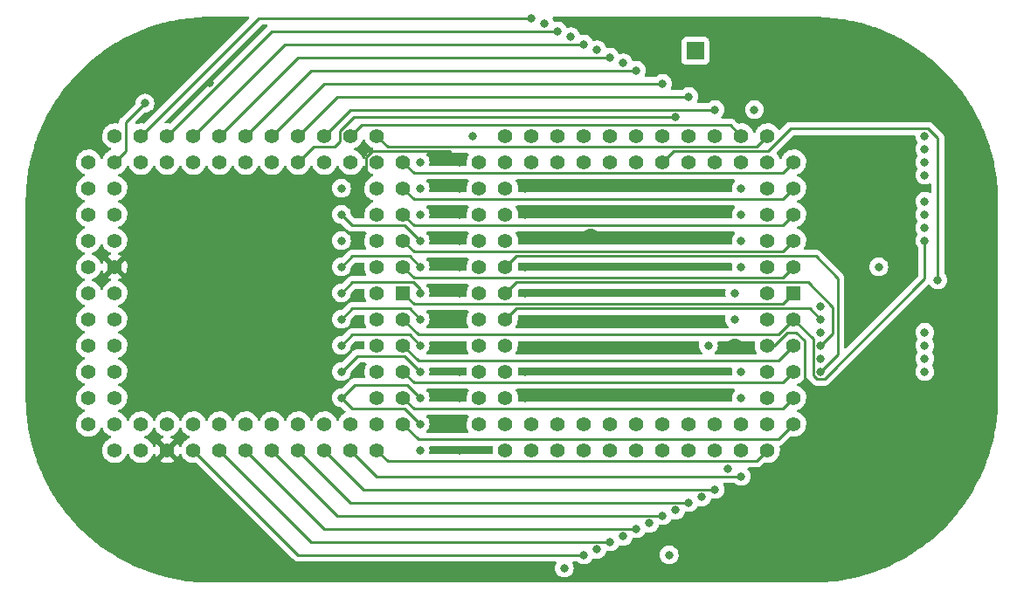
<source format=gtl>
G04 #@! TF.GenerationSoftware,KiCad,Pcbnew,5.99.0-1.20210607git4c293e0.fc34*
G04 #@! TF.CreationDate,2021-06-11T06:43:38+01:00*
G04 #@! TF.ProjectId,A500-2Meg,41353030-2d32-44d6-9567-2e6b69636164,rev?*
G04 #@! TF.SameCoordinates,Original*
G04 #@! TF.FileFunction,Copper,L1,Top*
G04 #@! TF.FilePolarity,Positive*
%FSLAX46Y46*%
G04 Gerber Fmt 4.6, Leading zero omitted, Abs format (unit mm)*
G04 Created by KiCad (PCBNEW 5.99.0-1.20210607git4c293e0.fc34) date 2021-06-11 06:43:38*
%MOMM*%
%LPD*%
G01*
G04 APERTURE LIST*
G04 #@! TA.AperFunction,ComponentPad*
%ADD10R,1.422400X1.422400*%
G04 #@! TD*
G04 #@! TA.AperFunction,ComponentPad*
%ADD11C,1.422400*%
G04 #@! TD*
G04 #@! TA.AperFunction,ComponentPad*
%ADD12R,1.700000X1.700000*%
G04 #@! TD*
G04 #@! TA.AperFunction,ViaPad*
%ADD13C,0.800000*%
G04 #@! TD*
G04 #@! TA.AperFunction,ViaPad*
%ADD14C,1.600000*%
G04 #@! TD*
G04 #@! TA.AperFunction,Conductor*
%ADD15C,0.250000*%
G04 #@! TD*
G04 APERTURE END LIST*
D10*
X127254000Y-52070000D03*
D11*
X124714000Y-52070000D03*
X127254000Y-49530000D03*
X124714000Y-49530000D03*
X127254000Y-46990000D03*
X124714000Y-46990000D03*
X127254000Y-44450000D03*
X124714000Y-44450000D03*
X127254000Y-41910000D03*
X124714000Y-41910000D03*
X127254000Y-39370000D03*
X124714000Y-36830000D03*
X124714000Y-39370000D03*
X122174000Y-36830000D03*
X122174000Y-39370000D03*
X119634000Y-36830000D03*
X119634000Y-39370000D03*
X117094000Y-36830000D03*
X117094000Y-39370000D03*
X114554000Y-36830000D03*
X114554000Y-39370000D03*
X112014000Y-36830000D03*
X112014000Y-39370000D03*
X109474000Y-36830000D03*
X109474000Y-39370000D03*
X106934000Y-36830000D03*
X106934000Y-39370000D03*
X104394000Y-36830000D03*
X104394000Y-39370000D03*
X101854000Y-36830000D03*
X101854000Y-39370000D03*
X99314000Y-36830000D03*
X96774000Y-39370000D03*
X99314000Y-39370000D03*
X96774000Y-41910000D03*
X99314000Y-41910000D03*
X96774000Y-44450000D03*
X99314000Y-44450000D03*
X96774000Y-46990000D03*
X99314000Y-46990000D03*
X96774000Y-49530000D03*
X99314000Y-49530000D03*
X96774000Y-52070000D03*
X99314000Y-52070000D03*
X96774000Y-54610000D03*
X99314000Y-54610000D03*
X96774000Y-57150000D03*
X99314000Y-57150000D03*
X96774000Y-59690000D03*
X99314000Y-59690000D03*
X96774000Y-62230000D03*
X99314000Y-62230000D03*
X96774000Y-64770000D03*
X99314000Y-67310000D03*
X99314000Y-64770000D03*
X101854000Y-67310000D03*
X101854000Y-64770000D03*
X104394000Y-67310000D03*
X104394000Y-64770000D03*
X106934000Y-67310000D03*
X106934000Y-64770000D03*
X109474000Y-67310000D03*
X109474000Y-64770000D03*
X112014000Y-67310000D03*
X112014000Y-64770000D03*
X114554000Y-67310000D03*
X114554000Y-64770000D03*
X117094000Y-67310000D03*
X117094000Y-64770000D03*
X119634000Y-67310000D03*
X119634000Y-64770000D03*
X122174000Y-67310000D03*
X122174000Y-64770000D03*
X124714000Y-67310000D03*
X127254000Y-64770000D03*
X124714000Y-64770000D03*
X127254000Y-62230000D03*
X124714000Y-62230000D03*
X127254000Y-59690000D03*
X124714000Y-59690000D03*
X127254000Y-57150000D03*
X124714000Y-57150000D03*
X127254000Y-54610000D03*
X124714000Y-54610000D03*
D12*
X155575000Y-28575000D03*
D10*
X165100000Y-52070000D03*
D11*
X162560000Y-52070000D03*
X165100000Y-49530000D03*
X162560000Y-49530000D03*
X165100000Y-46990000D03*
X162560000Y-46990000D03*
X165100000Y-44450000D03*
X162560000Y-44450000D03*
X165100000Y-41910000D03*
X162560000Y-41910000D03*
X165100000Y-39370000D03*
X162560000Y-36830000D03*
X162560000Y-39370000D03*
X160020000Y-36830000D03*
X160020000Y-39370000D03*
X157480000Y-36830000D03*
X157480000Y-39370000D03*
X154940000Y-36830000D03*
X154940000Y-39370000D03*
X152400000Y-36830000D03*
X152400000Y-39370000D03*
X149860000Y-36830000D03*
X149860000Y-39370000D03*
X147320000Y-36830000D03*
X147320000Y-39370000D03*
X144780000Y-36830000D03*
X144780000Y-39370000D03*
X142240000Y-36830000D03*
X142240000Y-39370000D03*
X139700000Y-36830000D03*
X139700000Y-39370000D03*
X137160000Y-36830000D03*
X134620000Y-39370000D03*
X137160000Y-39370000D03*
X134620000Y-41910000D03*
X137160000Y-41910000D03*
X134620000Y-44450000D03*
X137160000Y-44450000D03*
X134620000Y-46990000D03*
X137160000Y-46990000D03*
X134620000Y-49530000D03*
X137160000Y-49530000D03*
X134620000Y-52070000D03*
X137160000Y-52070000D03*
X134620000Y-54610000D03*
X137160000Y-54610000D03*
X134620000Y-57150000D03*
X137160000Y-57150000D03*
X134620000Y-59690000D03*
X137160000Y-59690000D03*
X134620000Y-62230000D03*
X137160000Y-62230000D03*
X134620000Y-64770000D03*
X137160000Y-67310000D03*
X137160000Y-64770000D03*
X139700000Y-67310000D03*
X139700000Y-64770000D03*
X142240000Y-67310000D03*
X142240000Y-64770000D03*
X144780000Y-67310000D03*
X144780000Y-64770000D03*
X147320000Y-67310000D03*
X147320000Y-64770000D03*
X149860000Y-67310000D03*
X149860000Y-64770000D03*
X152400000Y-67310000D03*
X152400000Y-64770000D03*
X154940000Y-67310000D03*
X154940000Y-64770000D03*
X157480000Y-67310000D03*
X157480000Y-64770000D03*
X160020000Y-67310000D03*
X160020000Y-64770000D03*
X162560000Y-67310000D03*
X165100000Y-64770000D03*
X162560000Y-64770000D03*
X165100000Y-62230000D03*
X162560000Y-62230000D03*
X165100000Y-59690000D03*
X162560000Y-59690000D03*
X165100000Y-57150000D03*
X162560000Y-57150000D03*
X165100000Y-54610000D03*
X162560000Y-54610000D03*
D13*
X160020000Y-46990000D03*
X128905000Y-46990000D03*
X160020000Y-44450000D03*
X128905000Y-52070000D03*
X159385000Y-52070000D03*
X128905000Y-39370000D03*
X128905000Y-54610000D03*
X128905000Y-57150000D03*
X161290000Y-34290000D03*
X160020000Y-62230000D03*
X128905000Y-59690000D03*
X133985000Y-36830000D03*
X121285000Y-46990000D03*
X156845000Y-57150000D03*
X121285000Y-41910000D03*
X160020000Y-41910000D03*
X128905000Y-64770000D03*
X121285000Y-44450000D03*
X159385000Y-54610000D03*
X128905000Y-44450000D03*
X128905000Y-49530000D03*
X121285000Y-49530000D03*
X153035000Y-77470000D03*
X160020000Y-49530000D03*
X121285000Y-54610000D03*
X121285000Y-52070000D03*
X160020000Y-59690000D03*
X128905000Y-62230000D03*
X121285000Y-59690000D03*
X121285000Y-62230000D03*
X128905000Y-67310000D03*
X128905000Y-41910000D03*
X121285000Y-57150000D03*
X173355000Y-33020000D03*
X101600000Y-59690000D03*
X139065000Y-54610000D03*
X101600000Y-41910000D03*
X101600000Y-49530000D03*
X101600000Y-46990000D03*
X132715000Y-64770000D03*
X101600000Y-44450000D03*
X175260000Y-49530000D03*
X104140000Y-31750000D03*
X132715000Y-54610000D03*
X132715000Y-67310000D03*
X139065000Y-59690000D03*
X132715000Y-59690000D03*
X101600000Y-54610000D03*
X139065000Y-44450000D03*
D14*
X110490000Y-26035000D03*
D13*
X94615000Y-48260000D03*
D14*
X159385000Y-57238789D03*
D13*
X139065000Y-41910000D03*
X132715000Y-62230000D03*
X132715000Y-41910000D03*
X139065000Y-52070000D03*
X101600000Y-52070000D03*
X139065000Y-49530000D03*
X132715000Y-49530000D03*
X101600000Y-62230000D03*
X139065000Y-57150000D03*
X176530000Y-65405000D03*
X168275000Y-62583540D03*
X132715000Y-57150000D03*
X122555000Y-41275000D03*
D14*
X145415000Y-46610211D03*
D13*
X173355000Y-57785000D03*
X101600000Y-57150000D03*
X174625000Y-38100000D03*
X132715000Y-39370000D03*
X132715000Y-44450000D03*
X172720000Y-62865000D03*
X132715000Y-46990000D03*
X108517200Y-31682200D03*
X139065000Y-62230000D03*
X183515000Y-37465000D03*
X132715000Y-52070000D03*
X155575000Y-74930000D03*
X102235000Y-33655000D03*
X177800000Y-43180000D03*
X177800000Y-39370000D03*
X177800000Y-36830000D03*
X177800000Y-45720000D03*
X177800000Y-44450000D03*
X177800000Y-40640000D03*
X177800000Y-38100000D03*
X177800000Y-46990000D03*
X153670000Y-35014500D03*
X179070000Y-50800000D03*
X148590000Y-29755500D03*
X146050000Y-28485500D03*
X143510000Y-27215500D03*
X140970000Y-25945500D03*
X157480000Y-34290000D03*
X154940000Y-33020000D03*
X152400000Y-31750000D03*
X149860000Y-30480000D03*
X147320000Y-29210000D03*
X144780000Y-27940000D03*
X142240000Y-26670000D03*
X139700000Y-25400000D03*
X167729500Y-58420000D03*
X167729500Y-55880000D03*
X167729500Y-53340000D03*
X177800000Y-57150000D03*
X167729500Y-59690000D03*
X167729500Y-57150000D03*
X167729500Y-54610000D03*
X177800000Y-55880000D03*
X177800000Y-58420000D03*
X142875000Y-78740000D03*
X146050000Y-76924500D03*
X148590000Y-75654500D03*
X151130000Y-74384500D03*
X153670000Y-73114500D03*
X156210000Y-71844500D03*
X158750000Y-69125500D03*
X144780000Y-77470000D03*
X147320000Y-76200000D03*
X149860000Y-74930000D03*
X152400000Y-73660000D03*
X154940000Y-72390000D03*
X157480000Y-71120000D03*
X160020000Y-69850000D03*
X177800000Y-59690000D03*
X173355000Y-49530000D03*
D15*
X128905000Y-52070000D02*
X128905000Y-51714480D01*
X122320711Y-48494289D02*
X121285000Y-49530000D01*
X127869289Y-48494289D02*
X122320711Y-48494289D01*
X128905000Y-62230000D02*
X127635000Y-60960000D01*
X122320711Y-56114289D02*
X121285000Y-57150000D01*
X127400711Y-58185711D02*
X122789289Y-58185711D01*
X122320711Y-53574289D02*
X121285000Y-54610000D01*
X128905000Y-64770000D02*
X127400711Y-63265711D01*
X122320711Y-51034289D02*
X121285000Y-52070000D01*
X128905000Y-57150000D02*
X127869289Y-56114289D01*
X127635000Y-60960000D02*
X122555000Y-60960000D01*
X128905000Y-51714480D02*
X128224809Y-51034289D01*
X122789289Y-58185711D02*
X121285000Y-59690000D01*
X127400711Y-45485711D02*
X122320711Y-45485711D01*
X128905000Y-46990000D02*
X127400711Y-45485711D01*
X128905000Y-54610000D02*
X127869289Y-53574289D01*
X122320711Y-63265711D02*
X121285000Y-62230000D01*
X122555000Y-60960000D02*
X121285000Y-62230000D01*
X122320711Y-45485711D02*
X121285000Y-44450000D01*
X127869289Y-53574289D02*
X122320711Y-53574289D01*
X127400711Y-63265711D02*
X122320711Y-63265711D01*
X128905000Y-59690000D02*
X127400711Y-58185711D01*
X127869289Y-56114289D02*
X122320711Y-56114289D01*
X128224809Y-51034289D02*
X122320711Y-51034289D01*
X128905000Y-49530000D02*
X127869289Y-48494289D01*
X131679289Y-38334289D02*
X124216858Y-38334289D01*
X165362853Y-55880000D02*
X164465718Y-55880000D01*
X124216858Y-38334289D02*
X123678289Y-38872858D01*
X166135711Y-60444251D02*
X166135711Y-56652858D01*
X163195718Y-57150000D02*
X162560000Y-57150000D01*
X168275000Y-62583540D02*
X166135711Y-60444251D01*
X166135711Y-56652858D02*
X165362853Y-55880000D01*
X132715000Y-39370000D02*
X131679289Y-38334289D01*
X123678289Y-40151711D02*
X122555000Y-41275000D01*
X123678289Y-38872858D02*
X123678289Y-40151711D01*
X164465718Y-55880000D02*
X163195718Y-57150000D01*
X100349711Y-38334289D02*
X99314000Y-39370000D01*
X102235000Y-33655000D02*
X100349711Y-35540289D01*
X100349711Y-35540289D02*
X100349711Y-38334289D01*
X124714000Y-67310000D02*
X125749711Y-68345711D01*
X125749711Y-68345711D02*
X161524289Y-68345711D01*
X161524289Y-68345711D02*
X162560000Y-67310000D01*
X165100000Y-52070000D02*
X164064289Y-53105711D01*
X164064289Y-53105711D02*
X128289711Y-53105711D01*
X128289711Y-53105711D02*
X127254000Y-52070000D01*
X165100000Y-49530000D02*
X164064289Y-50565711D01*
X164064289Y-50565711D02*
X128289711Y-50565711D01*
X128289711Y-50565711D02*
X127254000Y-49530000D01*
X165100000Y-46990000D02*
X164064289Y-48025711D01*
X164064289Y-48025711D02*
X128289711Y-48025711D01*
X128289711Y-48025711D02*
X127254000Y-46990000D01*
X165100000Y-44450000D02*
X164064289Y-45485711D01*
X128289711Y-45485711D02*
X127254000Y-44450000D01*
X164064289Y-45485711D02*
X128289711Y-45485711D01*
X164064289Y-42945711D02*
X128289711Y-42945711D01*
X128289711Y-42945711D02*
X127254000Y-41910000D01*
X165100000Y-41910000D02*
X164064289Y-42945711D01*
X128289711Y-40405711D02*
X127254000Y-39370000D01*
X164064289Y-40405711D02*
X128289711Y-40405711D01*
X165100000Y-39370000D02*
X164064289Y-40405711D01*
X177800000Y-50691777D02*
X177800000Y-46990000D01*
X128758289Y-56114289D02*
X127254000Y-54610000D01*
X167004989Y-60037766D02*
X167381734Y-60414511D01*
X165100000Y-54610000D02*
X167004989Y-56514989D01*
X163595711Y-56114289D02*
X128758289Y-56114289D01*
X167381734Y-60414511D02*
X168077266Y-60414511D01*
X167004989Y-56514989D02*
X167004989Y-60037766D01*
X165100000Y-54610000D02*
X163595711Y-56114289D01*
X168077266Y-60414511D02*
X177800000Y-50691777D01*
X163595711Y-58654289D02*
X128758289Y-58654289D01*
X165100000Y-57150000D02*
X163595711Y-58654289D01*
X128758289Y-58654289D02*
X127254000Y-57150000D01*
X164064289Y-60725711D02*
X128289711Y-60725711D01*
X165100000Y-59690000D02*
X164064289Y-60725711D01*
X128289711Y-60725711D02*
X127254000Y-59690000D01*
X164064289Y-63265711D02*
X128289711Y-63265711D01*
X128289711Y-63265711D02*
X127254000Y-62230000D01*
X165100000Y-62230000D02*
X164064289Y-63265711D01*
X128758289Y-66274289D02*
X127254000Y-64770000D01*
X165100000Y-64770000D02*
X163595711Y-66274289D01*
X163595711Y-66274289D02*
X128758289Y-66274289D01*
X121138289Y-37327142D02*
X121138289Y-36332858D01*
X121138289Y-36332858D02*
X122456647Y-35014500D01*
X122456647Y-35014500D02*
X153670000Y-35014500D01*
X120599720Y-37865711D02*
X121138289Y-37327142D01*
X118598289Y-37865711D02*
X120599720Y-37865711D01*
X117094000Y-39370000D02*
X118598289Y-37865711D01*
X178147766Y-36105489D02*
X164817364Y-36105489D01*
X153454769Y-38315231D02*
X152400000Y-39370000D01*
X164817364Y-36105489D02*
X162607622Y-38315231D01*
X162607622Y-38315231D02*
X153454769Y-38315231D01*
X179070000Y-50800000D02*
X179070000Y-37027723D01*
X179070000Y-37027723D02*
X178147766Y-36105489D01*
X125749711Y-37865711D02*
X124714000Y-36830000D01*
X161524289Y-37865711D02*
X125749711Y-37865711D01*
X162560000Y-36830000D02*
X161524289Y-37865711D01*
X160020000Y-36830000D02*
X158984289Y-35794289D01*
X123209711Y-35794289D02*
X122174000Y-36830000D01*
X158984289Y-35794289D02*
X123209711Y-35794289D01*
X119634000Y-36830000D02*
X122174000Y-34290000D01*
X122174000Y-34290000D02*
X157480000Y-34290000D01*
X117094000Y-36830000D02*
X120904000Y-33020000D01*
X120904000Y-33020000D02*
X154940000Y-33020000D01*
X114554000Y-36830000D02*
X119634000Y-31750000D01*
X119634000Y-31750000D02*
X152400000Y-31750000D01*
X118364000Y-30480000D02*
X149860000Y-30480000D01*
X112014000Y-36830000D02*
X118364000Y-30480000D01*
X109474000Y-36830000D02*
X117094000Y-29210000D01*
X117094000Y-29210000D02*
X147320000Y-29210000D01*
X106934000Y-36830000D02*
X115824000Y-27940000D01*
X115824000Y-27940000D02*
X144780000Y-27940000D01*
X114554000Y-26670000D02*
X142240000Y-26670000D01*
X104394000Y-36830000D02*
X114554000Y-26670000D01*
X113284000Y-25400000D02*
X139700000Y-25400000D01*
X101854000Y-36830000D02*
X113284000Y-25400000D01*
X138195711Y-48494289D02*
X167239289Y-48494289D01*
X137160000Y-49530000D02*
X138195711Y-48494289D01*
X167239289Y-48494289D02*
X169359520Y-50614520D01*
X169359520Y-50614520D02*
X169359520Y-58059980D01*
X169359520Y-58059980D02*
X167729500Y-59690000D01*
X168910000Y-55969500D02*
X167729500Y-57150000D01*
X138214769Y-51015231D02*
X166477008Y-51015231D01*
X168910000Y-53448223D02*
X168910000Y-55969500D01*
X166477008Y-51015231D02*
X168910000Y-53448223D01*
X137160000Y-52070000D02*
X138214769Y-51015231D01*
X138195711Y-53574289D02*
X166693789Y-53574289D01*
X137160000Y-54610000D02*
X138195711Y-53574289D01*
X166693789Y-53574289D02*
X167729500Y-54610000D01*
X117094000Y-77470000D02*
X144780000Y-77470000D01*
X106934000Y-67310000D02*
X117094000Y-77470000D01*
X118364000Y-76200000D02*
X147320000Y-76200000D01*
X109474000Y-67310000D02*
X118364000Y-76200000D01*
X119634000Y-74930000D02*
X149860000Y-74930000D01*
X112014000Y-67310000D02*
X119634000Y-74930000D01*
X120904000Y-73660000D02*
X152400000Y-73660000D01*
X114554000Y-67310000D02*
X120904000Y-73660000D01*
X122174000Y-72390000D02*
X154940000Y-72390000D01*
X117094000Y-67310000D02*
X122174000Y-72390000D01*
X123444000Y-71120000D02*
X157480000Y-71120000D01*
X119634000Y-67310000D02*
X123444000Y-71120000D01*
X122174000Y-67310000D02*
X124714000Y-69850000D01*
X124714000Y-69850000D02*
X160020000Y-69850000D01*
G04 #@! TA.AperFunction,Conductor*
G36*
X112279027Y-25293002D02*
G01*
X112325520Y-25346658D01*
X112335624Y-25416932D01*
X112306130Y-25481512D01*
X112300001Y-25488095D01*
X102193080Y-35595016D01*
X102130768Y-35629042D01*
X102074572Y-35628440D01*
X102044478Y-35621216D01*
X102032908Y-35618438D01*
X101948676Y-35613581D01*
X101821138Y-35606227D01*
X101821135Y-35606227D01*
X101815531Y-35605904D01*
X101599371Y-35632063D01*
X101594009Y-35633713D01*
X101594007Y-35633713D01*
X101440696Y-35680877D01*
X101369705Y-35681789D01*
X101309490Y-35644176D01*
X101279170Y-35579979D01*
X101288370Y-35509581D01*
X101314552Y-35471352D01*
X102185503Y-34600401D01*
X102247815Y-34566375D01*
X102274598Y-34563496D01*
X102330487Y-34563496D01*
X102336939Y-34562124D01*
X102336944Y-34562124D01*
X102423887Y-34543643D01*
X102517287Y-34523790D01*
X102630548Y-34473363D01*
X102685720Y-34448799D01*
X102685722Y-34448798D01*
X102691750Y-34446114D01*
X102697092Y-34442233D01*
X102840907Y-34337746D01*
X102840909Y-34337744D01*
X102846251Y-34333863D01*
X102885745Y-34290000D01*
X102969618Y-34196850D01*
X102969619Y-34196849D01*
X102974037Y-34191942D01*
X103069524Y-34026554D01*
X103128538Y-33844927D01*
X103141735Y-33719370D01*
X103147810Y-33661565D01*
X103148500Y-33655000D01*
X103143482Y-33607254D01*
X103129228Y-33471637D01*
X103129228Y-33471636D01*
X103128538Y-33465073D01*
X103115159Y-33423895D01*
X103071566Y-33289731D01*
X103069524Y-33283446D01*
X102974037Y-33118058D01*
X102891657Y-33026565D01*
X102850673Y-32981048D01*
X102850672Y-32981047D01*
X102846251Y-32976137D01*
X102840909Y-32972256D01*
X102840907Y-32972254D01*
X102697092Y-32867767D01*
X102697091Y-32867766D01*
X102691750Y-32863886D01*
X102685722Y-32861202D01*
X102685720Y-32861201D01*
X102523318Y-32788895D01*
X102523317Y-32788895D01*
X102517287Y-32786210D01*
X102423887Y-32766357D01*
X102336944Y-32747876D01*
X102336939Y-32747876D01*
X102330487Y-32746504D01*
X102139513Y-32746504D01*
X102133061Y-32747876D01*
X102133056Y-32747876D01*
X102046113Y-32766357D01*
X101952713Y-32786210D01*
X101946683Y-32788895D01*
X101946682Y-32788895D01*
X101784280Y-32861201D01*
X101784278Y-32861202D01*
X101778250Y-32863886D01*
X101772909Y-32867766D01*
X101772908Y-32867767D01*
X101629093Y-32972254D01*
X101629091Y-32972256D01*
X101623749Y-32976137D01*
X101619328Y-32981047D01*
X101619327Y-32981048D01*
X101578344Y-33026565D01*
X101495963Y-33118058D01*
X101400476Y-33283446D01*
X101398434Y-33289731D01*
X101354842Y-33423895D01*
X101341462Y-33465073D01*
X101340772Y-33471636D01*
X101340772Y-33471637D01*
X101324097Y-33630290D01*
X101297084Y-33695946D01*
X101287882Y-33706214D01*
X99957198Y-35036898D01*
X99949110Y-35044258D01*
X99942716Y-35048316D01*
X99937291Y-35054093D01*
X99896842Y-35097167D01*
X99894087Y-35100009D01*
X99873773Y-35120323D01*
X99871128Y-35123734D01*
X99863424Y-35132754D01*
X99833154Y-35164988D01*
X99829337Y-35171932D01*
X99829335Y-35171934D01*
X99823393Y-35182742D01*
X99812539Y-35199266D01*
X99800128Y-35215266D01*
X99796981Y-35222537D01*
X99796981Y-35222538D01*
X99782570Y-35255840D01*
X99777349Y-35266496D01*
X99756049Y-35305241D01*
X99754077Y-35312924D01*
X99754076Y-35312925D01*
X99751012Y-35324857D01*
X99744608Y-35343561D01*
X99739712Y-35354874D01*
X99739710Y-35354881D01*
X99736563Y-35362153D01*
X99735324Y-35369977D01*
X99735323Y-35369980D01*
X99729646Y-35405824D01*
X99727239Y-35417445D01*
X99717724Y-35454507D01*
X99716246Y-35460264D01*
X99716211Y-35460820D01*
X99716211Y-35480741D01*
X99714660Y-35500451D01*
X99711527Y-35520233D01*
X99711092Y-35520164D01*
X99690545Y-35582798D01*
X99635457Y-35627584D01*
X99564900Y-35635477D01*
X99557322Y-35633902D01*
X99498373Y-35619749D01*
X99498362Y-35619747D01*
X99492908Y-35618438D01*
X99408676Y-35613581D01*
X99281138Y-35606227D01*
X99281135Y-35606227D01*
X99275531Y-35605904D01*
X99059371Y-35632063D01*
X99054009Y-35633713D01*
X99054007Y-35633713D01*
X98992548Y-35652620D01*
X98851258Y-35696086D01*
X98657773Y-35795952D01*
X98485030Y-35928502D01*
X98481257Y-35932648D01*
X98481252Y-35932653D01*
X98388753Y-36034309D01*
X98338490Y-36089547D01*
X98335507Y-36094303D01*
X98335505Y-36094305D01*
X98237423Y-36250662D01*
X98222784Y-36273998D01*
X98141571Y-36476023D01*
X98097416Y-36689236D01*
X98091717Y-36906900D01*
X98124652Y-37122132D01*
X98195181Y-37328130D01*
X98197906Y-37333027D01*
X98197907Y-37333028D01*
X98213586Y-37361197D01*
X98301074Y-37518384D01*
X98304625Y-37522722D01*
X98304626Y-37522724D01*
X98330936Y-37554868D01*
X98438985Y-37686878D01*
X98443253Y-37690523D01*
X98600289Y-37824645D01*
X98600294Y-37824648D01*
X98604554Y-37828287D01*
X98792548Y-37938142D01*
X98797814Y-37940069D01*
X98797818Y-37940071D01*
X98834707Y-37953570D01*
X98910089Y-37981155D01*
X98967186Y-38023349D01*
X98992408Y-38089714D01*
X98977746Y-38159180D01*
X98927856Y-38209693D01*
X98903835Y-38219911D01*
X98851258Y-38236086D01*
X98657773Y-38335952D01*
X98653325Y-38339365D01*
X98648676Y-38342932D01*
X98485030Y-38468502D01*
X98481257Y-38472648D01*
X98481252Y-38472653D01*
X98390063Y-38572869D01*
X98338490Y-38629547D01*
X98335507Y-38634303D01*
X98335505Y-38634305D01*
X98246221Y-38776637D01*
X98222784Y-38813998D01*
X98162365Y-38964297D01*
X98118400Y-39020039D01*
X98051275Y-39043164D01*
X97982304Y-39026327D01*
X97933384Y-38974875D01*
X97923925Y-38950548D01*
X97923428Y-38948731D01*
X97921889Y-38943104D01*
X97872128Y-38838776D01*
X97830568Y-38751644D01*
X97830567Y-38751642D01*
X97828151Y-38746577D01*
X97779807Y-38679299D01*
X97704369Y-38574316D01*
X97704367Y-38574314D01*
X97701092Y-38569756D01*
X97599756Y-38471554D01*
X97548757Y-38422132D01*
X97548754Y-38422130D01*
X97544729Y-38418229D01*
X97364004Y-38296787D01*
X97164629Y-38209268D01*
X97159178Y-38207959D01*
X97159174Y-38207958D01*
X96958365Y-38159748D01*
X96958364Y-38159748D01*
X96952908Y-38158438D01*
X96868676Y-38153581D01*
X96741138Y-38146227D01*
X96741135Y-38146227D01*
X96735531Y-38145904D01*
X96519371Y-38172063D01*
X96514009Y-38173713D01*
X96514007Y-38173713D01*
X96477601Y-38184913D01*
X96311258Y-38236086D01*
X96117773Y-38335952D01*
X96113325Y-38339365D01*
X96108676Y-38342932D01*
X95945030Y-38468502D01*
X95941257Y-38472648D01*
X95941252Y-38472653D01*
X95850063Y-38572869D01*
X95798490Y-38629547D01*
X95795507Y-38634303D01*
X95795505Y-38634305D01*
X95706221Y-38776637D01*
X95682784Y-38813998D01*
X95601571Y-39016023D01*
X95600434Y-39021514D01*
X95574301Y-39147705D01*
X95557416Y-39229236D01*
X95557269Y-39234845D01*
X95557269Y-39234846D01*
X95556280Y-39272613D01*
X95551717Y-39446900D01*
X95584652Y-39662132D01*
X95655181Y-39868130D01*
X95761074Y-40058384D01*
X95764625Y-40062722D01*
X95764626Y-40062724D01*
X95791353Y-40095378D01*
X95898985Y-40226878D01*
X95903253Y-40230523D01*
X96060289Y-40364645D01*
X96060294Y-40364648D01*
X96064554Y-40368287D01*
X96252548Y-40478142D01*
X96257814Y-40480069D01*
X96257818Y-40480071D01*
X96337403Y-40509194D01*
X96370089Y-40521155D01*
X96427186Y-40563349D01*
X96452408Y-40629714D01*
X96437746Y-40699180D01*
X96387856Y-40749693D01*
X96363835Y-40759911D01*
X96311258Y-40776086D01*
X96117773Y-40875952D01*
X95945030Y-41008502D01*
X95941257Y-41012648D01*
X95941252Y-41012653D01*
X95810142Y-41156742D01*
X95798490Y-41169547D01*
X95795507Y-41174303D01*
X95795505Y-41174305D01*
X95707905Y-41313952D01*
X95682784Y-41353998D01*
X95601571Y-41556023D01*
X95600434Y-41561514D01*
X95574301Y-41687705D01*
X95557416Y-41769236D01*
X95551717Y-41986900D01*
X95584652Y-42202132D01*
X95655181Y-42408130D01*
X95761074Y-42598384D01*
X95898985Y-42766878D01*
X95914539Y-42780162D01*
X96060289Y-42904645D01*
X96060294Y-42904648D01*
X96064554Y-42908287D01*
X96252548Y-43018142D01*
X96257814Y-43020069D01*
X96257818Y-43020071D01*
X96337403Y-43049194D01*
X96370089Y-43061155D01*
X96427186Y-43103349D01*
X96452408Y-43169714D01*
X96437746Y-43239180D01*
X96387856Y-43289693D01*
X96363835Y-43299911D01*
X96311258Y-43316086D01*
X96117773Y-43415952D01*
X95945030Y-43548502D01*
X95941257Y-43552648D01*
X95941252Y-43552653D01*
X95810142Y-43696742D01*
X95798490Y-43709547D01*
X95795507Y-43714303D01*
X95795505Y-43714305D01*
X95721899Y-43831644D01*
X95682784Y-43893998D01*
X95601571Y-44096023D01*
X95600434Y-44101514D01*
X95574301Y-44227705D01*
X95557416Y-44309236D01*
X95551717Y-44526900D01*
X95584652Y-44742132D01*
X95655181Y-44948130D01*
X95761074Y-45138384D01*
X95764625Y-45142722D01*
X95764626Y-45142724D01*
X95793622Y-45178150D01*
X95898985Y-45306878D01*
X95912932Y-45318790D01*
X96060289Y-45444645D01*
X96060294Y-45444648D01*
X96064554Y-45448287D01*
X96252548Y-45558142D01*
X96257814Y-45560069D01*
X96257818Y-45560071D01*
X96337403Y-45589194D01*
X96370089Y-45601155D01*
X96427186Y-45643349D01*
X96452408Y-45709714D01*
X96437746Y-45779180D01*
X96387856Y-45829693D01*
X96363835Y-45839911D01*
X96311258Y-45856086D01*
X96117773Y-45955952D01*
X96113325Y-45959365D01*
X96107178Y-45964082D01*
X95945030Y-46088502D01*
X95941257Y-46092648D01*
X95941252Y-46092653D01*
X95810142Y-46236742D01*
X95798490Y-46249547D01*
X95795507Y-46254303D01*
X95795505Y-46254305D01*
X95721899Y-46371644D01*
X95682784Y-46433998D01*
X95601571Y-46636023D01*
X95600434Y-46641514D01*
X95574301Y-46767705D01*
X95557416Y-46849236D01*
X95551717Y-47066900D01*
X95584652Y-47282132D01*
X95655181Y-47488130D01*
X95761074Y-47678384D01*
X95898985Y-47846878D01*
X95912932Y-47858790D01*
X96060289Y-47984645D01*
X96060294Y-47984648D01*
X96064554Y-47988287D01*
X96252548Y-48098142D01*
X96257814Y-48100069D01*
X96257818Y-48100071D01*
X96337403Y-48129194D01*
X96370089Y-48141155D01*
X96427186Y-48183349D01*
X96452408Y-48249714D01*
X96437746Y-48319180D01*
X96387856Y-48369693D01*
X96363835Y-48379911D01*
X96311258Y-48396086D01*
X96117773Y-48495952D01*
X95945030Y-48628502D01*
X95941257Y-48632648D01*
X95941252Y-48632653D01*
X95810142Y-48776742D01*
X95798490Y-48789547D01*
X95795507Y-48794303D01*
X95795505Y-48794305D01*
X95721744Y-48911891D01*
X95682784Y-48973998D01*
X95601571Y-49176023D01*
X95557416Y-49389236D01*
X95557269Y-49394845D01*
X95557269Y-49394846D01*
X95555408Y-49465938D01*
X95551717Y-49606900D01*
X95584652Y-49822132D01*
X95586470Y-49827442D01*
X95612005Y-49902022D01*
X95655181Y-50028130D01*
X95761074Y-50218384D01*
X95764625Y-50222722D01*
X95764626Y-50222724D01*
X95769172Y-50228278D01*
X95898985Y-50386878D01*
X95918331Y-50403401D01*
X96060289Y-50524645D01*
X96060294Y-50524648D01*
X96064554Y-50528287D01*
X96252548Y-50638142D01*
X96257814Y-50640069D01*
X96257818Y-50640071D01*
X96330535Y-50666681D01*
X96370089Y-50681155D01*
X96427186Y-50723349D01*
X96452408Y-50789714D01*
X96437746Y-50859180D01*
X96387856Y-50909693D01*
X96363835Y-50919911D01*
X96311258Y-50936086D01*
X96117773Y-51035952D01*
X95945030Y-51168502D01*
X95941257Y-51172648D01*
X95941252Y-51172653D01*
X95830896Y-51293933D01*
X95798490Y-51329547D01*
X95795507Y-51334303D01*
X95795505Y-51334305D01*
X95707905Y-51473952D01*
X95682784Y-51513998D01*
X95601571Y-51716023D01*
X95600434Y-51721514D01*
X95558555Y-51923738D01*
X95557416Y-51929236D01*
X95551717Y-52146900D01*
X95584652Y-52362132D01*
X95655181Y-52568130D01*
X95761074Y-52758384D01*
X95764625Y-52762722D01*
X95764626Y-52762724D01*
X95783393Y-52785652D01*
X95898985Y-52926878D01*
X95912932Y-52938790D01*
X96060289Y-53064645D01*
X96060294Y-53064648D01*
X96064554Y-53068287D01*
X96252548Y-53178142D01*
X96257814Y-53180069D01*
X96257818Y-53180071D01*
X96337403Y-53209194D01*
X96370089Y-53221155D01*
X96427186Y-53263349D01*
X96452408Y-53329714D01*
X96437746Y-53399180D01*
X96387856Y-53449693D01*
X96363835Y-53459911D01*
X96311258Y-53476086D01*
X96117773Y-53575952D01*
X95945030Y-53708502D01*
X95941257Y-53712648D01*
X95941252Y-53712653D01*
X95810142Y-53856742D01*
X95798490Y-53869547D01*
X95795507Y-53874303D01*
X95795505Y-53874305D01*
X95721899Y-53991644D01*
X95682784Y-54053998D01*
X95601571Y-54256023D01*
X95600434Y-54261514D01*
X95574301Y-54387705D01*
X95557416Y-54469236D01*
X95551717Y-54686900D01*
X95584652Y-54902132D01*
X95655181Y-55108130D01*
X95761074Y-55298384D01*
X95764625Y-55302722D01*
X95764626Y-55302724D01*
X95790623Y-55334486D01*
X95898985Y-55466878D01*
X95912932Y-55478790D01*
X96060289Y-55604645D01*
X96060294Y-55604648D01*
X96064554Y-55608287D01*
X96252548Y-55718142D01*
X96257814Y-55720069D01*
X96257818Y-55720071D01*
X96337403Y-55749194D01*
X96370089Y-55761155D01*
X96427186Y-55803349D01*
X96452408Y-55869714D01*
X96437746Y-55939180D01*
X96387856Y-55989693D01*
X96363835Y-55999911D01*
X96311258Y-56016086D01*
X96117773Y-56115952D01*
X95945030Y-56248502D01*
X95941257Y-56252648D01*
X95941252Y-56252653D01*
X95810142Y-56396742D01*
X95798490Y-56409547D01*
X95795507Y-56414303D01*
X95795505Y-56414305D01*
X95719603Y-56535304D01*
X95682784Y-56593998D01*
X95601571Y-56796023D01*
X95600434Y-56801514D01*
X95574301Y-56927705D01*
X95557416Y-57009236D01*
X95557269Y-57014845D01*
X95557269Y-57014846D01*
X95556365Y-57049384D01*
X95551717Y-57226900D01*
X95584652Y-57442132D01*
X95655181Y-57648130D01*
X95657906Y-57653027D01*
X95657907Y-57653028D01*
X95661061Y-57658695D01*
X95761074Y-57838384D01*
X95764625Y-57842722D01*
X95764626Y-57842724D01*
X95792564Y-57876857D01*
X95898985Y-58006878D01*
X95912932Y-58018790D01*
X96060289Y-58144645D01*
X96060294Y-58144648D01*
X96064554Y-58148287D01*
X96252548Y-58258142D01*
X96257814Y-58260069D01*
X96257818Y-58260071D01*
X96337403Y-58289194D01*
X96370089Y-58301155D01*
X96427186Y-58343349D01*
X96452408Y-58409714D01*
X96437746Y-58479180D01*
X96387856Y-58529693D01*
X96363835Y-58539911D01*
X96311258Y-58556086D01*
X96117773Y-58655952D01*
X95945030Y-58788502D01*
X95941257Y-58792648D01*
X95941252Y-58792653D01*
X95810142Y-58936742D01*
X95798490Y-58949547D01*
X95795507Y-58954303D01*
X95795505Y-58954305D01*
X95708892Y-59092379D01*
X95682784Y-59133998D01*
X95601571Y-59336023D01*
X95600434Y-59341514D01*
X95574301Y-59467705D01*
X95557416Y-59549236D01*
X95551717Y-59766900D01*
X95584652Y-59982132D01*
X95655181Y-60188130D01*
X95761074Y-60378384D01*
X95898985Y-60546878D01*
X95912932Y-60558790D01*
X96060289Y-60684645D01*
X96060294Y-60684648D01*
X96064554Y-60688287D01*
X96252548Y-60798142D01*
X96257814Y-60800069D01*
X96257818Y-60800071D01*
X96331218Y-60826931D01*
X96370089Y-60841155D01*
X96427186Y-60883349D01*
X96452408Y-60949714D01*
X96437746Y-61019180D01*
X96387856Y-61069693D01*
X96363835Y-61079911D01*
X96311258Y-61096086D01*
X96117773Y-61195952D01*
X95945030Y-61328502D01*
X95941257Y-61332648D01*
X95941252Y-61332653D01*
X95810142Y-61476742D01*
X95798490Y-61489547D01*
X95795507Y-61494303D01*
X95795505Y-61494305D01*
X95687075Y-61667158D01*
X95682784Y-61673998D01*
X95601571Y-61876023D01*
X95600434Y-61881514D01*
X95574301Y-62007705D01*
X95557416Y-62089236D01*
X95551717Y-62306900D01*
X95584652Y-62522132D01*
X95655181Y-62728130D01*
X95657906Y-62733027D01*
X95657907Y-62733028D01*
X95663663Y-62743370D01*
X95761074Y-62918384D01*
X95898985Y-63086878D01*
X95912932Y-63098790D01*
X96060289Y-63224645D01*
X96060294Y-63224648D01*
X96064554Y-63228287D01*
X96252548Y-63338142D01*
X96257814Y-63340069D01*
X96257818Y-63340071D01*
X96337403Y-63369194D01*
X96370089Y-63381155D01*
X96427186Y-63423349D01*
X96452408Y-63489714D01*
X96437746Y-63559180D01*
X96387856Y-63609693D01*
X96363835Y-63619911D01*
X96311258Y-63636086D01*
X96117773Y-63735952D01*
X95945030Y-63868502D01*
X95941257Y-63872648D01*
X95941252Y-63872653D01*
X95850063Y-63972869D01*
X95798490Y-64029547D01*
X95795507Y-64034303D01*
X95795505Y-64034305D01*
X95695460Y-64193791D01*
X95682784Y-64213998D01*
X95601571Y-64416023D01*
X95600434Y-64421514D01*
X95574301Y-64547705D01*
X95557416Y-64629236D01*
X95551717Y-64846900D01*
X95584652Y-65062132D01*
X95655181Y-65268130D01*
X95657906Y-65273027D01*
X95657907Y-65273028D01*
X95673601Y-65301224D01*
X95761074Y-65458384D01*
X95898985Y-65626878D01*
X95903253Y-65630523D01*
X96060289Y-65764645D01*
X96060294Y-65764648D01*
X96064554Y-65768287D01*
X96252548Y-65878142D01*
X96257814Y-65880069D01*
X96257818Y-65880071D01*
X96451760Y-65951043D01*
X96451763Y-65951044D01*
X96457024Y-65952969D01*
X96462541Y-65953932D01*
X96462545Y-65953933D01*
X96636737Y-65984334D01*
X96671520Y-65990405D01*
X96677126Y-65990376D01*
X96677130Y-65990376D01*
X96776880Y-65989853D01*
X96889254Y-65989265D01*
X96960507Y-65976059D01*
X97064822Y-65956725D01*
X97103346Y-65949585D01*
X97179979Y-65920628D01*
X97183153Y-65919429D01*
X97307028Y-65872620D01*
X97493861Y-65760803D01*
X97657940Y-65617668D01*
X97698428Y-65567131D01*
X97790573Y-65452116D01*
X97790576Y-65452111D01*
X97794079Y-65447739D01*
X97803451Y-65430479D01*
X97857898Y-65330198D01*
X97897974Y-65256387D01*
X97903192Y-65240610D01*
X97924470Y-65176274D01*
X97964850Y-65117879D01*
X98030390Y-65090586D01*
X98100283Y-65103059D01*
X98152337Y-65151338D01*
X98163304Y-65175025D01*
X98195181Y-65268130D01*
X98197906Y-65273027D01*
X98197907Y-65273028D01*
X98213601Y-65301224D01*
X98301074Y-65458384D01*
X98438985Y-65626878D01*
X98443253Y-65630523D01*
X98600289Y-65764645D01*
X98600294Y-65764648D01*
X98604554Y-65768287D01*
X98792548Y-65878142D01*
X98797814Y-65880069D01*
X98797818Y-65880071D01*
X98877403Y-65909194D01*
X98910089Y-65921155D01*
X98967186Y-65963349D01*
X98992408Y-66029714D01*
X98977746Y-66099180D01*
X98927856Y-66149693D01*
X98903835Y-66159911D01*
X98851258Y-66176086D01*
X98657773Y-66275952D01*
X98485030Y-66408502D01*
X98481257Y-66412648D01*
X98481252Y-66412653D01*
X98388746Y-66514316D01*
X98338490Y-66569547D01*
X98335507Y-66574303D01*
X98335505Y-66574305D01*
X98244785Y-66718926D01*
X98222784Y-66753998D01*
X98141571Y-66956023D01*
X98132100Y-67001757D01*
X98114301Y-67087705D01*
X98097416Y-67169236D01*
X98091717Y-67386900D01*
X98124652Y-67602132D01*
X98126470Y-67607442D01*
X98152005Y-67682022D01*
X98195181Y-67808130D01*
X98301074Y-67998384D01*
X98438985Y-68166878D01*
X98443253Y-68170523D01*
X98600289Y-68304645D01*
X98600294Y-68304648D01*
X98604554Y-68308287D01*
X98792548Y-68418142D01*
X98797814Y-68420069D01*
X98797818Y-68420071D01*
X98991760Y-68491043D01*
X98991763Y-68491044D01*
X98997024Y-68492969D01*
X99002541Y-68493932D01*
X99002545Y-68493933D01*
X99176737Y-68524334D01*
X99211520Y-68530405D01*
X99217126Y-68530376D01*
X99217130Y-68530376D01*
X99316880Y-68529853D01*
X99429254Y-68529265D01*
X99500507Y-68516059D01*
X99604822Y-68496725D01*
X99643346Y-68489585D01*
X99847028Y-68412620D01*
X100033861Y-68300803D01*
X100197940Y-68157668D01*
X100329475Y-67993486D01*
X100330573Y-67992116D01*
X100330576Y-67992111D01*
X100334079Y-67987739D01*
X100437974Y-67796387D01*
X100439802Y-67790861D01*
X100464470Y-67716274D01*
X100504850Y-67657879D01*
X100570390Y-67630586D01*
X100640283Y-67643059D01*
X100692337Y-67691338D01*
X100703304Y-67715025D01*
X100735181Y-67808130D01*
X100841074Y-67998384D01*
X100978985Y-68166878D01*
X100983253Y-68170523D01*
X101140289Y-68304645D01*
X101140294Y-68304648D01*
X101144554Y-68308287D01*
X101332548Y-68418142D01*
X101337814Y-68420069D01*
X101337818Y-68420071D01*
X101531760Y-68491043D01*
X101531763Y-68491044D01*
X101537024Y-68492969D01*
X101542541Y-68493932D01*
X101542545Y-68493933D01*
X101716737Y-68524334D01*
X101751520Y-68530405D01*
X101757126Y-68530376D01*
X101757130Y-68530376D01*
X101856880Y-68529853D01*
X101969254Y-68529265D01*
X102040507Y-68516059D01*
X102144822Y-68496725D01*
X102183346Y-68489585D01*
X102387028Y-68412620D01*
X102519320Y-68333445D01*
X103735385Y-68333445D01*
X103740666Y-68340499D01*
X103867914Y-68414857D01*
X103878032Y-68419618D01*
X104071888Y-68490559D01*
X104082676Y-68493450D01*
X104286040Y-68528943D01*
X104297171Y-68529878D01*
X104503591Y-68528796D01*
X104514728Y-68527744D01*
X104717693Y-68490127D01*
X104728461Y-68487121D01*
X104921563Y-68414153D01*
X104931624Y-68409289D01*
X105042732Y-68342792D01*
X105052303Y-68332433D01*
X105048760Y-68323970D01*
X104406812Y-67682022D01*
X104392868Y-67674408D01*
X104391035Y-67674539D01*
X104384420Y-67678790D01*
X103742145Y-68321065D01*
X103735385Y-68333445D01*
X102519320Y-68333445D01*
X102573861Y-68300803D01*
X102737940Y-68157668D01*
X102869475Y-67993486D01*
X102870573Y-67992116D01*
X102870576Y-67992111D01*
X102874079Y-67987739D01*
X102977974Y-67796387D01*
X103004727Y-67715493D01*
X103045107Y-67657098D01*
X103110648Y-67629804D01*
X103180540Y-67642276D01*
X103232594Y-67690556D01*
X103243562Y-67714242D01*
X103273821Y-67802619D01*
X103278368Y-67812831D01*
X103360235Y-67959916D01*
X103370286Y-67969806D01*
X103377890Y-67966900D01*
X104021978Y-67322812D01*
X104029592Y-67308868D01*
X104029461Y-67307035D01*
X104025210Y-67300420D01*
X103383804Y-66659014D01*
X103371424Y-66652254D01*
X103363452Y-66658222D01*
X103306209Y-66749476D01*
X103301138Y-66759429D01*
X103242583Y-66905088D01*
X103198616Y-66960832D01*
X103131491Y-66983957D01*
X103062520Y-66967120D01*
X103013600Y-66915667D01*
X103004142Y-66891341D01*
X103004134Y-66891309D01*
X103001889Y-66883104D01*
X102992056Y-66862487D01*
X102910568Y-66691644D01*
X102910567Y-66691642D01*
X102908151Y-66686577D01*
X102887776Y-66658222D01*
X102784369Y-66514316D01*
X102784367Y-66514314D01*
X102781092Y-66509756D01*
X102680890Y-66412653D01*
X102628757Y-66362132D01*
X102628754Y-66362130D01*
X102624729Y-66358229D01*
X102444004Y-66236787D01*
X102254536Y-66153617D01*
X102200200Y-66107921D01*
X102179195Y-66040103D01*
X102198189Y-65971694D01*
X102251153Y-65924414D01*
X102260643Y-65920377D01*
X102275844Y-65914633D01*
X102387028Y-65872620D01*
X102573861Y-65760803D01*
X102737940Y-65617668D01*
X102778428Y-65567131D01*
X102870573Y-65452116D01*
X102870576Y-65452111D01*
X102874079Y-65447739D01*
X102883451Y-65430479D01*
X102937898Y-65330198D01*
X102977974Y-65256387D01*
X102983192Y-65240610D01*
X103004470Y-65176274D01*
X103044850Y-65117879D01*
X103110390Y-65090586D01*
X103180283Y-65103059D01*
X103232337Y-65151338D01*
X103243304Y-65175025D01*
X103275181Y-65268130D01*
X103277906Y-65273027D01*
X103277907Y-65273028D01*
X103293601Y-65301224D01*
X103381074Y-65458384D01*
X103518985Y-65626878D01*
X103523253Y-65630523D01*
X103680289Y-65764645D01*
X103680294Y-65764648D01*
X103684554Y-65768287D01*
X103872548Y-65878142D01*
X103990088Y-65921155D01*
X103990861Y-65921438D01*
X104047960Y-65963632D01*
X104073182Y-66029997D01*
X104058520Y-66099463D01*
X104008630Y-66149975D01*
X103984610Y-66160194D01*
X103936808Y-66174900D01*
X103926464Y-66179121D01*
X103743030Y-66273799D01*
X103740456Y-66275432D01*
X103733505Y-66284953D01*
X103740137Y-66296927D01*
X104381188Y-66937978D01*
X104395132Y-66945592D01*
X104396965Y-66945461D01*
X104403580Y-66941210D01*
X105044996Y-66299794D01*
X105051221Y-66288395D01*
X105041412Y-66275964D01*
X104988419Y-66240353D01*
X104978628Y-66234971D01*
X104793870Y-66153868D01*
X104739534Y-66108171D01*
X104718529Y-66040353D01*
X104737523Y-65971945D01*
X104790487Y-65924665D01*
X104799978Y-65920628D01*
X104800643Y-65920377D01*
X104907307Y-65880072D01*
X104921778Y-65874604D01*
X104921780Y-65874603D01*
X104927028Y-65872620D01*
X105113861Y-65760803D01*
X105277940Y-65617668D01*
X105318428Y-65567131D01*
X105410573Y-65452116D01*
X105410576Y-65452111D01*
X105414079Y-65447739D01*
X105423451Y-65430479D01*
X105477898Y-65330198D01*
X105517974Y-65256387D01*
X105523192Y-65240610D01*
X105544470Y-65176274D01*
X105584850Y-65117879D01*
X105650390Y-65090586D01*
X105720283Y-65103059D01*
X105772337Y-65151338D01*
X105783304Y-65175025D01*
X105815181Y-65268130D01*
X105817906Y-65273027D01*
X105817907Y-65273028D01*
X105833601Y-65301224D01*
X105921074Y-65458384D01*
X106058985Y-65626878D01*
X106063253Y-65630523D01*
X106220289Y-65764645D01*
X106220294Y-65764648D01*
X106224554Y-65768287D01*
X106412548Y-65878142D01*
X106417814Y-65880069D01*
X106417818Y-65880071D01*
X106497403Y-65909194D01*
X106530089Y-65921155D01*
X106587186Y-65963349D01*
X106612408Y-66029714D01*
X106597746Y-66099180D01*
X106547856Y-66149693D01*
X106523835Y-66159911D01*
X106471258Y-66176086D01*
X106277773Y-66275952D01*
X106105030Y-66408502D01*
X106101257Y-66412648D01*
X106101252Y-66412653D01*
X106008746Y-66514316D01*
X105958490Y-66569547D01*
X105955507Y-66574303D01*
X105955505Y-66574305D01*
X105864785Y-66718926D01*
X105842784Y-66753998D01*
X105800061Y-66860275D01*
X105782059Y-66905057D01*
X105738093Y-66960802D01*
X105670968Y-66983927D01*
X105601996Y-66967090D01*
X105553077Y-66915638D01*
X105543618Y-66891309D01*
X105542903Y-66888694D01*
X105539005Y-66878213D01*
X105450133Y-66691891D01*
X105444448Y-66682277D01*
X105428462Y-66660030D01*
X105417672Y-66651620D01*
X105404636Y-66658574D01*
X104766022Y-67297188D01*
X104758408Y-67311132D01*
X104758539Y-67312965D01*
X104762790Y-67319580D01*
X105406836Y-67963626D01*
X105419216Y-67970386D01*
X105425480Y-67965697D01*
X105514840Y-67801114D01*
X105519277Y-67790861D01*
X105544203Y-67715494D01*
X105584583Y-67657100D01*
X105650123Y-67629806D01*
X105720016Y-67642279D01*
X105772069Y-67690558D01*
X105783036Y-67714242D01*
X105815181Y-67808130D01*
X105921074Y-67998384D01*
X106058985Y-68166878D01*
X106063253Y-68170523D01*
X106220289Y-68304645D01*
X106220294Y-68304648D01*
X106224554Y-68308287D01*
X106412548Y-68418142D01*
X106417814Y-68420069D01*
X106417818Y-68420071D01*
X106611760Y-68491043D01*
X106611763Y-68491044D01*
X106617024Y-68492969D01*
X106622541Y-68493932D01*
X106622545Y-68493933D01*
X106796737Y-68524334D01*
X106831520Y-68530405D01*
X106837126Y-68530376D01*
X106837130Y-68530376D01*
X106936880Y-68529853D01*
X107049254Y-68529265D01*
X107054774Y-68528242D01*
X107159640Y-68508806D01*
X107230265Y-68516059D01*
X107271697Y-68543601D01*
X116590609Y-77862513D01*
X116597969Y-77870601D01*
X116602027Y-77876995D01*
X116607804Y-77882420D01*
X116650878Y-77922869D01*
X116653720Y-77925624D01*
X116674034Y-77945938D01*
X116677445Y-77948583D01*
X116686465Y-77956287D01*
X116718699Y-77986557D01*
X116725643Y-77990374D01*
X116725645Y-77990376D01*
X116736453Y-77996318D01*
X116752977Y-78007172D01*
X116768977Y-78019583D01*
X116776248Y-78022730D01*
X116776249Y-78022730D01*
X116809551Y-78037141D01*
X116820207Y-78042362D01*
X116858952Y-78063662D01*
X116866635Y-78065634D01*
X116866636Y-78065635D01*
X116878568Y-78068699D01*
X116897272Y-78075103D01*
X116908583Y-78079998D01*
X116908590Y-78080000D01*
X116915864Y-78083148D01*
X116943663Y-78087551D01*
X116959538Y-78090065D01*
X116971163Y-78092473D01*
X117008218Y-78101987D01*
X117008220Y-78101987D01*
X117013975Y-78103465D01*
X117014531Y-78103500D01*
X117034446Y-78103500D01*
X117054156Y-78105051D01*
X117073944Y-78108185D01*
X117081835Y-78107439D01*
X117117590Y-78104059D01*
X117129448Y-78103500D01*
X141975205Y-78103500D01*
X142043326Y-78123502D01*
X142089819Y-78177158D01*
X142099923Y-78247432D01*
X142084326Y-78292496D01*
X142040476Y-78368446D01*
X142018075Y-78437390D01*
X142005343Y-78476576D01*
X141981462Y-78550073D01*
X141980772Y-78556636D01*
X141980772Y-78556637D01*
X141979616Y-78567634D01*
X141961500Y-78740000D01*
X141981462Y-78929927D01*
X142040476Y-79111554D01*
X142135963Y-79276942D01*
X142140381Y-79281849D01*
X142140382Y-79281850D01*
X142228903Y-79380163D01*
X142263749Y-79418863D01*
X142269091Y-79422744D01*
X142269093Y-79422746D01*
X142412908Y-79527233D01*
X142418250Y-79531114D01*
X142424278Y-79533798D01*
X142424280Y-79533799D01*
X142481907Y-79559456D01*
X142592713Y-79608790D01*
X142686113Y-79628643D01*
X142773056Y-79647124D01*
X142773061Y-79647124D01*
X142779513Y-79648496D01*
X142970487Y-79648496D01*
X142976939Y-79647124D01*
X142976944Y-79647124D01*
X143063887Y-79628643D01*
X143157287Y-79608790D01*
X143268093Y-79559456D01*
X143325720Y-79533799D01*
X143325722Y-79533798D01*
X143331750Y-79531114D01*
X143337092Y-79527233D01*
X143480907Y-79422746D01*
X143480909Y-79422744D01*
X143486251Y-79418863D01*
X143521097Y-79380163D01*
X143609618Y-79281850D01*
X143609619Y-79281849D01*
X143614037Y-79276942D01*
X143709524Y-79111554D01*
X143768538Y-78929927D01*
X143788500Y-78740000D01*
X143770384Y-78567634D01*
X143769228Y-78556637D01*
X143769228Y-78556636D01*
X143768538Y-78550073D01*
X143744658Y-78476576D01*
X143731925Y-78437390D01*
X143709524Y-78368446D01*
X143665675Y-78292498D01*
X143648938Y-78223505D01*
X143672158Y-78156413D01*
X143727965Y-78112526D01*
X143774795Y-78103500D01*
X144071806Y-78103500D01*
X144139927Y-78123502D01*
X144159151Y-78139842D01*
X144159425Y-78139538D01*
X144164327Y-78143952D01*
X144168749Y-78148863D01*
X144174091Y-78152744D01*
X144174093Y-78152746D01*
X144243342Y-78203058D01*
X144323250Y-78261114D01*
X144329278Y-78263798D01*
X144329280Y-78263799D01*
X144393746Y-78292501D01*
X144497713Y-78338790D01*
X144591113Y-78358643D01*
X144678056Y-78377124D01*
X144678061Y-78377124D01*
X144684513Y-78378496D01*
X144875487Y-78378496D01*
X144881939Y-78377124D01*
X144881944Y-78377124D01*
X144968887Y-78358643D01*
X145062287Y-78338790D01*
X145166254Y-78292501D01*
X145230720Y-78263799D01*
X145230722Y-78263798D01*
X145236750Y-78261114D01*
X145316658Y-78203058D01*
X145385907Y-78152746D01*
X145385909Y-78152744D01*
X145391251Y-78148863D01*
X145430244Y-78105557D01*
X145514618Y-78011850D01*
X145514619Y-78011849D01*
X145519037Y-78006942D01*
X145611521Y-77846754D01*
X145662905Y-77797761D01*
X145732618Y-77784325D01*
X145759579Y-77789921D01*
X145761678Y-77790603D01*
X145767713Y-77793290D01*
X145810562Y-77802398D01*
X145948056Y-77831624D01*
X145948061Y-77831624D01*
X145954513Y-77832996D01*
X146145487Y-77832996D01*
X146151939Y-77831624D01*
X146151944Y-77831624D01*
X146238887Y-77813143D01*
X146332287Y-77793290D01*
X146352423Y-77784325D01*
X146500720Y-77718299D01*
X146500722Y-77718298D01*
X146506750Y-77715614D01*
X146644246Y-77615718D01*
X146655907Y-77607246D01*
X146655909Y-77607244D01*
X146661251Y-77603363D01*
X146775420Y-77476565D01*
X146781331Y-77470000D01*
X152121500Y-77470000D01*
X152122190Y-77476565D01*
X152134791Y-77596452D01*
X152141462Y-77659927D01*
X152200476Y-77841554D01*
X152295963Y-78006942D01*
X152300381Y-78011849D01*
X152300382Y-78011850D01*
X152384756Y-78105557D01*
X152423749Y-78148863D01*
X152429091Y-78152744D01*
X152429093Y-78152746D01*
X152498342Y-78203058D01*
X152578250Y-78261114D01*
X152584278Y-78263798D01*
X152584280Y-78263799D01*
X152648746Y-78292501D01*
X152752713Y-78338790D01*
X152846113Y-78358643D01*
X152933056Y-78377124D01*
X152933061Y-78377124D01*
X152939513Y-78378496D01*
X153130487Y-78378496D01*
X153136939Y-78377124D01*
X153136944Y-78377124D01*
X153223887Y-78358643D01*
X153317287Y-78338790D01*
X153421254Y-78292501D01*
X153485720Y-78263799D01*
X153485722Y-78263798D01*
X153491750Y-78261114D01*
X153571658Y-78203058D01*
X153640907Y-78152746D01*
X153640909Y-78152744D01*
X153646251Y-78148863D01*
X153685244Y-78105557D01*
X153769618Y-78011850D01*
X153769619Y-78011849D01*
X153774037Y-78006942D01*
X153869524Y-77841554D01*
X153928538Y-77659927D01*
X153935210Y-77596452D01*
X153947810Y-77476565D01*
X153948500Y-77470000D01*
X153928538Y-77280073D01*
X153869524Y-77098446D01*
X153864639Y-77089984D01*
X153777338Y-76938776D01*
X153774037Y-76933058D01*
X153672157Y-76819908D01*
X153650673Y-76796048D01*
X153650672Y-76796047D01*
X153646251Y-76791137D01*
X153640909Y-76787256D01*
X153640907Y-76787254D01*
X153497092Y-76682767D01*
X153497091Y-76682766D01*
X153491750Y-76678886D01*
X153485722Y-76676202D01*
X153485720Y-76676201D01*
X153323318Y-76603895D01*
X153323317Y-76603895D01*
X153317287Y-76601210D01*
X153202232Y-76576754D01*
X153136944Y-76562876D01*
X153136939Y-76562876D01*
X153130487Y-76561504D01*
X152939513Y-76561504D01*
X152933061Y-76562876D01*
X152933056Y-76562876D01*
X152867768Y-76576754D01*
X152752713Y-76601210D01*
X152746683Y-76603895D01*
X152746682Y-76603895D01*
X152584280Y-76676201D01*
X152584278Y-76676202D01*
X152578250Y-76678886D01*
X152572909Y-76682766D01*
X152572908Y-76682767D01*
X152429093Y-76787254D01*
X152429091Y-76787256D01*
X152423749Y-76791137D01*
X152419328Y-76796047D01*
X152419327Y-76796048D01*
X152397844Y-76819908D01*
X152295963Y-76933058D01*
X152292662Y-76938776D01*
X152205362Y-77089984D01*
X152200476Y-77098446D01*
X152141462Y-77280073D01*
X152121500Y-77470000D01*
X146781331Y-77470000D01*
X146784618Y-77466350D01*
X146784619Y-77466349D01*
X146789037Y-77461442D01*
X146884524Y-77296054D01*
X146928434Y-77160913D01*
X146968507Y-77102307D01*
X147033904Y-77074670D01*
X147074464Y-77076602D01*
X147218056Y-77107124D01*
X147218061Y-77107124D01*
X147224513Y-77108496D01*
X147415487Y-77108496D01*
X147421939Y-77107124D01*
X147421944Y-77107124D01*
X147520074Y-77086265D01*
X147602287Y-77068790D01*
X147632045Y-77055541D01*
X147770720Y-76993799D01*
X147770722Y-76993798D01*
X147776750Y-76991114D01*
X147782092Y-76987233D01*
X147925907Y-76882746D01*
X147925909Y-76882744D01*
X147931251Y-76878863D01*
X147972096Y-76833500D01*
X148054618Y-76741850D01*
X148054619Y-76741849D01*
X148059037Y-76736942D01*
X148112731Y-76643941D01*
X148151522Y-76576754D01*
X148202905Y-76527761D01*
X148272618Y-76514325D01*
X148299579Y-76519921D01*
X148301678Y-76520603D01*
X148307713Y-76523290D01*
X148332229Y-76528501D01*
X148488056Y-76561624D01*
X148488061Y-76561624D01*
X148494513Y-76562996D01*
X148685487Y-76562996D01*
X148691939Y-76561624D01*
X148691944Y-76561624D01*
X148778887Y-76543143D01*
X148872287Y-76523290D01*
X148900448Y-76510752D01*
X149040720Y-76448299D01*
X149040722Y-76448298D01*
X149046750Y-76445614D01*
X149052092Y-76441733D01*
X149195907Y-76337246D01*
X149195909Y-76337244D01*
X149201251Y-76333363D01*
X149205673Y-76328452D01*
X149324618Y-76196350D01*
X149324619Y-76196349D01*
X149329037Y-76191442D01*
X149424524Y-76026054D01*
X149468434Y-75890913D01*
X149508507Y-75832307D01*
X149573904Y-75804670D01*
X149614464Y-75806602D01*
X149758056Y-75837124D01*
X149758061Y-75837124D01*
X149764513Y-75838496D01*
X149955487Y-75838496D01*
X149961939Y-75837124D01*
X149961944Y-75837124D01*
X150048887Y-75818643D01*
X150142287Y-75798790D01*
X150148318Y-75796105D01*
X150310720Y-75723799D01*
X150310722Y-75723798D01*
X150316750Y-75721114D01*
X150322092Y-75717233D01*
X150465907Y-75612746D01*
X150465909Y-75612744D01*
X150471251Y-75608863D01*
X150512096Y-75563500D01*
X150594618Y-75471850D01*
X150594619Y-75471849D01*
X150599037Y-75466942D01*
X150652731Y-75373941D01*
X150691522Y-75306754D01*
X150742905Y-75257761D01*
X150812618Y-75244325D01*
X150839579Y-75249921D01*
X150841678Y-75250603D01*
X150847713Y-75253290D01*
X150890562Y-75262398D01*
X151028056Y-75291624D01*
X151028061Y-75291624D01*
X151034513Y-75292996D01*
X151225487Y-75292996D01*
X151231939Y-75291624D01*
X151231944Y-75291624D01*
X151318887Y-75273143D01*
X151412287Y-75253290D01*
X151419854Y-75249921D01*
X151580720Y-75178299D01*
X151580722Y-75178298D01*
X151586750Y-75175614D01*
X151592092Y-75171733D01*
X151735907Y-75067246D01*
X151735909Y-75067244D01*
X151741251Y-75063363D01*
X151869037Y-74921442D01*
X151964524Y-74756054D01*
X151994725Y-74663105D01*
X152008434Y-74620913D01*
X152048507Y-74562307D01*
X152113904Y-74534670D01*
X152154464Y-74536602D01*
X152298056Y-74567124D01*
X152298061Y-74567124D01*
X152304513Y-74568496D01*
X152495487Y-74568496D01*
X152501939Y-74567124D01*
X152501944Y-74567124D01*
X152588887Y-74548643D01*
X152682287Y-74528790D01*
X152695860Y-74522747D01*
X152850720Y-74453799D01*
X152850722Y-74453798D01*
X152856750Y-74451114D01*
X152862092Y-74447233D01*
X153005907Y-74342746D01*
X153005909Y-74342744D01*
X153011251Y-74338863D01*
X153052096Y-74293500D01*
X153134618Y-74201850D01*
X153134619Y-74201849D01*
X153139037Y-74196942D01*
X153192731Y-74103941D01*
X153231522Y-74036754D01*
X153282905Y-73987761D01*
X153352618Y-73974325D01*
X153379579Y-73979921D01*
X153381678Y-73980603D01*
X153387713Y-73983290D01*
X153430562Y-73992398D01*
X153568056Y-74021624D01*
X153568061Y-74021624D01*
X153574513Y-74022996D01*
X153765487Y-74022996D01*
X153771939Y-74021624D01*
X153771944Y-74021624D01*
X153861649Y-74002556D01*
X153952287Y-73983290D01*
X153990196Y-73966412D01*
X154120720Y-73908299D01*
X154120722Y-73908298D01*
X154126750Y-73905614D01*
X154132092Y-73901733D01*
X154275907Y-73797246D01*
X154275909Y-73797244D01*
X154281251Y-73793363D01*
X154409037Y-73651442D01*
X154504524Y-73486054D01*
X154548434Y-73350913D01*
X154588507Y-73292307D01*
X154653904Y-73264670D01*
X154694464Y-73266602D01*
X154838056Y-73297124D01*
X154838061Y-73297124D01*
X154844513Y-73298496D01*
X155035487Y-73298496D01*
X155041939Y-73297124D01*
X155041944Y-73297124D01*
X155128887Y-73278643D01*
X155222287Y-73258790D01*
X155230052Y-73255333D01*
X155390720Y-73183799D01*
X155390722Y-73183798D01*
X155396750Y-73181114D01*
X155402092Y-73177233D01*
X155545907Y-73072746D01*
X155545909Y-73072744D01*
X155551251Y-73068863D01*
X155592096Y-73023500D01*
X155674618Y-72931850D01*
X155674619Y-72931849D01*
X155679037Y-72926942D01*
X155732731Y-72833941D01*
X155771522Y-72766754D01*
X155822905Y-72717761D01*
X155892618Y-72704325D01*
X155919579Y-72709921D01*
X155921678Y-72710603D01*
X155927713Y-72713290D01*
X155970562Y-72722398D01*
X156108056Y-72751624D01*
X156108061Y-72751624D01*
X156114513Y-72752996D01*
X156305487Y-72752996D01*
X156311939Y-72751624D01*
X156311944Y-72751624D01*
X156398887Y-72733143D01*
X156492287Y-72713290D01*
X156512423Y-72704325D01*
X156660720Y-72638299D01*
X156660722Y-72638298D01*
X156666750Y-72635614D01*
X156706551Y-72606697D01*
X156815907Y-72527246D01*
X156815909Y-72527244D01*
X156821251Y-72523363D01*
X156949037Y-72381442D01*
X157044524Y-72216054D01*
X157088434Y-72080913D01*
X157128507Y-72022307D01*
X157193904Y-71994670D01*
X157234464Y-71996602D01*
X157378056Y-72027124D01*
X157378061Y-72027124D01*
X157384513Y-72028496D01*
X157575487Y-72028496D01*
X157581939Y-72027124D01*
X157581944Y-72027124D01*
X157668887Y-72008643D01*
X157762287Y-71988790D01*
X157768318Y-71986105D01*
X157930720Y-71913799D01*
X157930722Y-71913798D01*
X157936750Y-71911114D01*
X158028734Y-71844284D01*
X158085907Y-71802746D01*
X158085909Y-71802744D01*
X158091251Y-71798863D01*
X158132096Y-71753500D01*
X158214618Y-71661850D01*
X158214619Y-71661849D01*
X158219037Y-71656942D01*
X158277311Y-71556008D01*
X158311220Y-71497277D01*
X158311221Y-71497276D01*
X158314524Y-71491554D01*
X158348706Y-71386352D01*
X158371498Y-71316206D01*
X158371498Y-71316205D01*
X158373538Y-71309927D01*
X158393500Y-71120000D01*
X158373538Y-70930073D01*
X158314524Y-70748446D01*
X158270675Y-70672498D01*
X158253938Y-70603505D01*
X158277158Y-70536413D01*
X158332965Y-70492526D01*
X158379795Y-70483500D01*
X159311806Y-70483500D01*
X159379927Y-70503502D01*
X159399151Y-70519842D01*
X159399425Y-70519538D01*
X159404327Y-70523952D01*
X159408749Y-70528863D01*
X159414091Y-70532744D01*
X159414093Y-70532746D01*
X159477378Y-70578725D01*
X159563250Y-70641114D01*
X159569278Y-70643798D01*
X159569280Y-70643799D01*
X159619205Y-70666027D01*
X159737713Y-70718790D01*
X159831113Y-70738643D01*
X159918056Y-70757124D01*
X159918061Y-70757124D01*
X159924513Y-70758496D01*
X160115487Y-70758496D01*
X160121939Y-70757124D01*
X160121944Y-70757124D01*
X160208887Y-70738643D01*
X160302287Y-70718790D01*
X160420795Y-70666027D01*
X160470720Y-70643799D01*
X160470722Y-70643798D01*
X160476750Y-70641114D01*
X160562622Y-70578725D01*
X160625907Y-70532746D01*
X160625909Y-70532744D01*
X160631251Y-70528863D01*
X160664575Y-70491853D01*
X160754618Y-70391850D01*
X160754619Y-70391849D01*
X160759037Y-70386942D01*
X160823988Y-70274444D01*
X160851220Y-70227277D01*
X160851221Y-70227276D01*
X160854524Y-70221554D01*
X160913538Y-70039927D01*
X160933500Y-69850000D01*
X160913538Y-69660073D01*
X160854524Y-69478446D01*
X160840033Y-69453346D01*
X160762338Y-69318776D01*
X160759037Y-69313058D01*
X160647804Y-69189521D01*
X160617086Y-69125514D01*
X160625851Y-69055060D01*
X160671314Y-69000529D01*
X160741440Y-68979211D01*
X161445905Y-68979211D01*
X161456809Y-68979725D01*
X161464200Y-68981377D01*
X161472126Y-68981128D01*
X161472127Y-68981128D01*
X161531155Y-68979273D01*
X161535112Y-68979211D01*
X161563867Y-68979211D01*
X161568134Y-68978672D01*
X161579976Y-68977739D01*
X161611624Y-68976744D01*
X161616249Y-68976599D01*
X161624172Y-68976350D01*
X161643623Y-68970699D01*
X161662984Y-68966689D01*
X161665709Y-68966345D01*
X161675219Y-68965144D01*
X161675222Y-68965143D01*
X161683077Y-68964151D01*
X161690442Y-68961235D01*
X161690446Y-68961234D01*
X161724190Y-68947874D01*
X161735419Y-68944029D01*
X161744668Y-68941342D01*
X161777867Y-68931697D01*
X161784695Y-68927659D01*
X161795300Y-68921388D01*
X161813051Y-68912692D01*
X161824515Y-68908153D01*
X161824518Y-68908151D01*
X161831889Y-68905233D01*
X161867657Y-68879246D01*
X161877580Y-68872727D01*
X161888815Y-68866083D01*
X161915630Y-68850225D01*
X161916048Y-68849856D01*
X161930131Y-68835773D01*
X161945156Y-68822939D01*
X161961372Y-68811157D01*
X161989319Y-68777375D01*
X161997308Y-68768596D01*
X162222208Y-68543696D01*
X162284520Y-68509670D01*
X162332966Y-68508667D01*
X162451996Y-68529441D01*
X162451997Y-68529441D01*
X162457520Y-68530405D01*
X162463126Y-68530376D01*
X162463130Y-68530376D01*
X162562880Y-68529853D01*
X162675254Y-68529265D01*
X162746507Y-68516059D01*
X162850822Y-68496725D01*
X162889346Y-68489585D01*
X163093028Y-68412620D01*
X163279861Y-68300803D01*
X163443940Y-68157668D01*
X163575475Y-67993486D01*
X163576573Y-67992116D01*
X163576576Y-67992111D01*
X163580079Y-67987739D01*
X163683974Y-67796387D01*
X163748218Y-67602132D01*
X163750582Y-67594983D01*
X163750582Y-67594982D01*
X163752342Y-67589661D01*
X163783022Y-67374096D01*
X163784700Y-67310000D01*
X163765344Y-67093124D01*
X163745244Y-67019650D01*
X163746562Y-66948667D01*
X163786047Y-66889663D01*
X163831626Y-66865406D01*
X163838838Y-66863311D01*
X163841676Y-66862487D01*
X163841678Y-66862486D01*
X163849289Y-66860275D01*
X163856117Y-66856237D01*
X163866722Y-66849966D01*
X163884473Y-66841270D01*
X163895937Y-66836731D01*
X163895940Y-66836729D01*
X163903311Y-66833811D01*
X163939079Y-66807824D01*
X163949002Y-66801305D01*
X163987052Y-66778803D01*
X163987470Y-66778434D01*
X164001553Y-66764351D01*
X164016578Y-66751517D01*
X164032794Y-66739735D01*
X164060741Y-66705953D01*
X164068730Y-66697174D01*
X164762208Y-66003696D01*
X164824520Y-65969670D01*
X164872966Y-65968667D01*
X164991996Y-65989441D01*
X164991997Y-65989441D01*
X164997520Y-65990405D01*
X165003126Y-65990376D01*
X165003130Y-65990376D01*
X165102880Y-65989853D01*
X165215254Y-65989265D01*
X165286507Y-65976059D01*
X165390822Y-65956725D01*
X165429346Y-65949585D01*
X165505979Y-65920628D01*
X165509153Y-65919429D01*
X165633028Y-65872620D01*
X165819861Y-65760803D01*
X165983940Y-65617668D01*
X166024428Y-65567131D01*
X166116573Y-65452116D01*
X166116576Y-65452111D01*
X166120079Y-65447739D01*
X166129451Y-65430479D01*
X166183898Y-65330198D01*
X166223974Y-65256387D01*
X166288218Y-65062132D01*
X166290582Y-65054983D01*
X166290582Y-65054982D01*
X166292342Y-65049661D01*
X166323022Y-64834096D01*
X166324700Y-64770000D01*
X166305344Y-64553124D01*
X166247889Y-64343104D01*
X166224158Y-64293349D01*
X166156568Y-64151644D01*
X166156567Y-64151642D01*
X166154151Y-64146577D01*
X166073475Y-64034305D01*
X166030369Y-63974316D01*
X166030367Y-63974314D01*
X166027092Y-63969756D01*
X165926890Y-63872653D01*
X165874757Y-63822132D01*
X165874754Y-63822130D01*
X165870729Y-63818229D01*
X165690004Y-63696787D01*
X165500536Y-63613617D01*
X165446200Y-63567921D01*
X165425195Y-63500103D01*
X165444189Y-63431694D01*
X165497153Y-63384414D01*
X165506643Y-63380377D01*
X165534454Y-63369868D01*
X165633028Y-63332620D01*
X165819861Y-63220803D01*
X165983940Y-63077668D01*
X166027097Y-63023799D01*
X166116573Y-62912116D01*
X166116576Y-62912111D01*
X166120079Y-62907739D01*
X166223974Y-62716387D01*
X166288218Y-62522132D01*
X166290582Y-62514983D01*
X166290582Y-62514982D01*
X166292342Y-62509661D01*
X166323022Y-62294096D01*
X166324700Y-62230000D01*
X166305344Y-62013124D01*
X166247889Y-61803104D01*
X166216566Y-61737432D01*
X166156568Y-61611644D01*
X166156567Y-61611642D01*
X166154151Y-61606577D01*
X166073475Y-61494305D01*
X166030369Y-61434316D01*
X166030367Y-61434314D01*
X166027092Y-61429756D01*
X165926890Y-61332653D01*
X165874757Y-61282132D01*
X165874754Y-61282130D01*
X165870729Y-61278229D01*
X165690004Y-61156787D01*
X165500536Y-61073617D01*
X165446200Y-61027921D01*
X165425195Y-60960103D01*
X165444189Y-60891694D01*
X165497153Y-60844414D01*
X165506643Y-60840377D01*
X165521844Y-60834633D01*
X165633028Y-60792620D01*
X165819861Y-60680803D01*
X165983940Y-60537668D01*
X166027915Y-60482778D01*
X166116573Y-60372116D01*
X166116576Y-60372111D01*
X166120079Y-60367739D01*
X166161558Y-60291344D01*
X166183037Y-60251785D01*
X166233120Y-60201463D01*
X166302458Y-60186207D01*
X166369037Y-60210859D01*
X166411719Y-60267594D01*
X166414762Y-60276745D01*
X166419003Y-60291344D01*
X166423041Y-60298172D01*
X166429312Y-60308777D01*
X166438008Y-60326528D01*
X166442463Y-60337779D01*
X166445467Y-60345366D01*
X166457319Y-60361679D01*
X166471454Y-60381133D01*
X166477972Y-60391056D01*
X166500475Y-60429107D01*
X166500844Y-60429525D01*
X166514927Y-60443608D01*
X166527761Y-60458633D01*
X166539543Y-60474849D01*
X166573324Y-60502795D01*
X166582104Y-60510785D01*
X166878343Y-60807024D01*
X166885703Y-60815112D01*
X166889761Y-60821506D01*
X166895538Y-60826931D01*
X166938612Y-60867380D01*
X166941454Y-60870135D01*
X166961768Y-60890449D01*
X166965179Y-60893094D01*
X166974199Y-60900798D01*
X167006433Y-60931068D01*
X167013377Y-60934885D01*
X167013379Y-60934887D01*
X167024187Y-60940829D01*
X167040711Y-60951683D01*
X167056711Y-60964094D01*
X167063982Y-60967241D01*
X167063983Y-60967241D01*
X167097285Y-60981652D01*
X167107941Y-60986873D01*
X167146686Y-61008173D01*
X167154369Y-61010145D01*
X167154370Y-61010146D01*
X167166302Y-61013210D01*
X167185006Y-61019614D01*
X167196319Y-61024510D01*
X167196326Y-61024512D01*
X167203598Y-61027659D01*
X167211422Y-61028898D01*
X167211425Y-61028899D01*
X167247269Y-61034576D01*
X167258890Y-61036983D01*
X167295952Y-61046498D01*
X167301709Y-61047976D01*
X167302265Y-61048011D01*
X167322186Y-61048011D01*
X167341896Y-61049562D01*
X167353848Y-61051455D01*
X167353849Y-61051455D01*
X167361678Y-61052695D01*
X167369570Y-61051949D01*
X167405316Y-61048570D01*
X167417174Y-61048011D01*
X167998882Y-61048011D01*
X168009786Y-61048525D01*
X168017177Y-61050177D01*
X168025103Y-61049928D01*
X168025104Y-61049928D01*
X168084132Y-61048073D01*
X168088089Y-61048011D01*
X168116844Y-61048011D01*
X168121111Y-61047472D01*
X168132953Y-61046539D01*
X168164601Y-61045544D01*
X168169226Y-61045399D01*
X168177149Y-61045150D01*
X168196600Y-61039499D01*
X168215961Y-61035489D01*
X168218686Y-61035145D01*
X168228196Y-61033944D01*
X168228199Y-61033943D01*
X168236054Y-61032951D01*
X168243419Y-61030035D01*
X168243423Y-61030034D01*
X168277167Y-61016674D01*
X168288396Y-61012829D01*
X168297631Y-61010146D01*
X168330844Y-61000497D01*
X168337672Y-60996459D01*
X168348277Y-60990188D01*
X168366028Y-60981492D01*
X168377492Y-60976953D01*
X168377495Y-60976951D01*
X168384866Y-60974033D01*
X168420634Y-60948046D01*
X168430557Y-60941527D01*
X168441785Y-60934887D01*
X168468607Y-60919025D01*
X168469025Y-60918656D01*
X168483108Y-60904573D01*
X168498133Y-60891739D01*
X168514349Y-60879957D01*
X168542296Y-60846175D01*
X168550285Y-60837396D01*
X173507681Y-55880000D01*
X176886500Y-55880000D01*
X176887190Y-55886565D01*
X176905611Y-56061826D01*
X176906462Y-56069927D01*
X176908502Y-56076205D01*
X176908502Y-56076206D01*
X176920581Y-56113380D01*
X176965476Y-56251554D01*
X176968779Y-56257276D01*
X176968780Y-56257277D01*
X177022173Y-56349756D01*
X177060963Y-56416942D01*
X177065381Y-56421849D01*
X177065382Y-56421850D01*
X177073341Y-56430689D01*
X177104058Y-56494696D01*
X177095295Y-56565150D01*
X177073341Y-56599311D01*
X177060963Y-56613058D01*
X177057662Y-56618776D01*
X177057660Y-56618779D01*
X176982111Y-56749634D01*
X176965476Y-56778446D01*
X176959765Y-56796023D01*
X176921847Y-56912724D01*
X176906462Y-56960073D01*
X176886500Y-57150000D01*
X176906462Y-57339927D01*
X176965476Y-57521554D01*
X176968779Y-57527276D01*
X176968780Y-57527277D01*
X177021582Y-57618733D01*
X177060963Y-57686942D01*
X177065381Y-57691849D01*
X177065382Y-57691850D01*
X177073341Y-57700689D01*
X177104058Y-57764696D01*
X177095295Y-57835150D01*
X177073341Y-57869311D01*
X177060963Y-57883058D01*
X177057660Y-57888779D01*
X176997322Y-57993288D01*
X176965476Y-58048446D01*
X176906462Y-58230073D01*
X176886500Y-58420000D01*
X176887190Y-58426565D01*
X176898442Y-58533617D01*
X176906462Y-58609927D01*
X176908502Y-58616205D01*
X176908502Y-58616206D01*
X176920581Y-58653380D01*
X176965476Y-58791554D01*
X176968779Y-58797276D01*
X176968780Y-58797277D01*
X177022173Y-58889756D01*
X177060963Y-58956942D01*
X177065381Y-58961849D01*
X177065382Y-58961850D01*
X177073341Y-58970689D01*
X177104058Y-59034696D01*
X177095295Y-59105150D01*
X177073341Y-59139311D01*
X177060963Y-59153058D01*
X177057662Y-59158776D01*
X177057660Y-59158779D01*
X176982111Y-59289634D01*
X176965476Y-59318446D01*
X176959765Y-59336023D01*
X176921847Y-59452724D01*
X176906462Y-59500073D01*
X176886500Y-59690000D01*
X176906462Y-59879927D01*
X176908502Y-59886205D01*
X176908502Y-59886206D01*
X176928305Y-59947152D01*
X176965476Y-60061554D01*
X176968779Y-60067276D01*
X176968780Y-60067277D01*
X176984801Y-60095026D01*
X177060963Y-60226942D01*
X177065381Y-60231849D01*
X177065382Y-60231850D01*
X177183299Y-60362810D01*
X177188749Y-60368863D01*
X177194091Y-60372744D01*
X177194093Y-60372746D01*
X177303826Y-60452471D01*
X177343250Y-60481114D01*
X177349278Y-60483798D01*
X177349280Y-60483799D01*
X177499145Y-60550523D01*
X177517713Y-60558790D01*
X177611113Y-60578643D01*
X177698056Y-60597124D01*
X177698061Y-60597124D01*
X177704513Y-60598496D01*
X177895487Y-60598496D01*
X177901939Y-60597124D01*
X177901944Y-60597124D01*
X177988887Y-60578643D01*
X178082287Y-60558790D01*
X178100855Y-60550523D01*
X178250720Y-60483799D01*
X178250722Y-60483798D01*
X178256750Y-60481114D01*
X178296174Y-60452471D01*
X178405907Y-60372746D01*
X178405909Y-60372744D01*
X178411251Y-60368863D01*
X178416701Y-60362810D01*
X178534618Y-60231850D01*
X178534619Y-60231849D01*
X178539037Y-60226942D01*
X178615199Y-60095026D01*
X178631220Y-60067277D01*
X178631221Y-60067276D01*
X178634524Y-60061554D01*
X178671695Y-59947152D01*
X178691498Y-59886206D01*
X178691498Y-59886205D01*
X178693538Y-59879927D01*
X178713500Y-59690000D01*
X178693538Y-59500073D01*
X178678154Y-59452724D01*
X178640235Y-59336023D01*
X178634524Y-59318446D01*
X178617890Y-59289634D01*
X178542340Y-59158779D01*
X178542338Y-59158776D01*
X178539037Y-59153058D01*
X178526659Y-59139311D01*
X178495942Y-59075304D01*
X178504705Y-59004850D01*
X178526659Y-58970689D01*
X178534618Y-58961850D01*
X178534619Y-58961849D01*
X178539037Y-58956942D01*
X178577827Y-58889756D01*
X178631220Y-58797277D01*
X178631221Y-58797276D01*
X178634524Y-58791554D01*
X178679419Y-58653380D01*
X178691498Y-58616206D01*
X178691498Y-58616205D01*
X178693538Y-58609927D01*
X178701559Y-58533617D01*
X178712810Y-58426565D01*
X178713500Y-58420000D01*
X178693538Y-58230073D01*
X178634524Y-58048446D01*
X178602679Y-57993288D01*
X178542340Y-57888779D01*
X178539037Y-57883058D01*
X178526659Y-57869311D01*
X178495942Y-57805304D01*
X178504705Y-57734850D01*
X178526659Y-57700689D01*
X178534618Y-57691850D01*
X178534619Y-57691849D01*
X178539037Y-57686942D01*
X178578418Y-57618733D01*
X178631220Y-57527277D01*
X178631221Y-57527276D01*
X178634524Y-57521554D01*
X178693538Y-57339927D01*
X178713500Y-57150000D01*
X178693538Y-56960073D01*
X178678154Y-56912724D01*
X178640235Y-56796023D01*
X178634524Y-56778446D01*
X178617890Y-56749634D01*
X178542340Y-56618779D01*
X178542338Y-56618776D01*
X178539037Y-56613058D01*
X178526659Y-56599311D01*
X178495942Y-56535304D01*
X178504705Y-56464850D01*
X178526659Y-56430689D01*
X178534618Y-56421850D01*
X178534619Y-56421849D01*
X178539037Y-56416942D01*
X178577827Y-56349756D01*
X178631220Y-56257277D01*
X178631221Y-56257276D01*
X178634524Y-56251554D01*
X178679419Y-56113380D01*
X178691498Y-56076206D01*
X178691498Y-56076205D01*
X178693538Y-56069927D01*
X178694390Y-56061826D01*
X178712810Y-55886565D01*
X178713500Y-55880000D01*
X178693538Y-55690073D01*
X178678629Y-55644186D01*
X178642287Y-55532337D01*
X178634524Y-55508446D01*
X178618521Y-55480727D01*
X178588694Y-55429067D01*
X178539037Y-55343058D01*
X178498813Y-55298384D01*
X178415673Y-55206048D01*
X178415672Y-55206047D01*
X178411251Y-55201137D01*
X178405909Y-55197256D01*
X178405907Y-55197254D01*
X178262092Y-55092767D01*
X178262091Y-55092766D01*
X178256750Y-55088886D01*
X178250722Y-55086202D01*
X178250720Y-55086201D01*
X178088318Y-55013895D01*
X178088317Y-55013895D01*
X178082287Y-55011210D01*
X177988798Y-54991338D01*
X177901944Y-54972876D01*
X177901939Y-54972876D01*
X177895487Y-54971504D01*
X177704513Y-54971504D01*
X177698061Y-54972876D01*
X177698056Y-54972876D01*
X177611202Y-54991338D01*
X177517713Y-55011210D01*
X177511683Y-55013895D01*
X177511682Y-55013895D01*
X177349280Y-55086201D01*
X177349278Y-55086202D01*
X177343250Y-55088886D01*
X177337909Y-55092766D01*
X177337908Y-55092767D01*
X177194093Y-55197254D01*
X177194091Y-55197256D01*
X177188749Y-55201137D01*
X177184328Y-55206047D01*
X177184327Y-55206048D01*
X177101188Y-55298384D01*
X177060963Y-55343058D01*
X177011306Y-55429067D01*
X176981480Y-55480727D01*
X176965476Y-55508446D01*
X176957713Y-55532337D01*
X176921372Y-55644186D01*
X176906462Y-55690073D01*
X176886500Y-55880000D01*
X173507681Y-55880000D01*
X178112283Y-51275398D01*
X178174595Y-51241372D01*
X178245410Y-51246437D01*
X178302246Y-51288984D01*
X178310490Y-51301482D01*
X178330963Y-51336942D01*
X178335381Y-51341849D01*
X178335382Y-51341850D01*
X178434241Y-51451644D01*
X178458749Y-51478863D01*
X178464091Y-51482744D01*
X178464093Y-51482746D01*
X178607908Y-51587233D01*
X178613250Y-51591114D01*
X178619278Y-51593798D01*
X178619280Y-51593799D01*
X178781682Y-51666105D01*
X178787713Y-51668790D01*
X178877105Y-51687791D01*
X178968056Y-51707124D01*
X178968061Y-51707124D01*
X178974513Y-51708496D01*
X179165487Y-51708496D01*
X179171939Y-51707124D01*
X179171944Y-51707124D01*
X179262895Y-51687791D01*
X179352287Y-51668790D01*
X179358318Y-51666105D01*
X179520720Y-51593799D01*
X179520722Y-51593798D01*
X179526750Y-51591114D01*
X179532092Y-51587233D01*
X179675907Y-51482746D01*
X179675909Y-51482744D01*
X179681251Y-51478863D01*
X179705759Y-51451644D01*
X179804618Y-51341850D01*
X179804619Y-51341849D01*
X179809037Y-51336942D01*
X179904524Y-51171554D01*
X179949419Y-51033380D01*
X179961498Y-50996206D01*
X179961498Y-50996205D01*
X179963538Y-50989927D01*
X179971559Y-50913617D01*
X179982810Y-50806565D01*
X179983500Y-50800000D01*
X179971339Y-50684298D01*
X179964228Y-50616637D01*
X179964228Y-50616636D01*
X179963538Y-50610073D01*
X179961179Y-50602811D01*
X179910995Y-50448363D01*
X179904524Y-50428446D01*
X179899415Y-50419596D01*
X179858933Y-50349480D01*
X179809037Y-50263058D01*
X179768813Y-50218384D01*
X179735864Y-50181791D01*
X179705146Y-50117784D01*
X179703500Y-50097481D01*
X179703500Y-37106107D01*
X179704014Y-37095203D01*
X179705666Y-37087812D01*
X179703562Y-37020857D01*
X179703500Y-37016900D01*
X179703500Y-36988145D01*
X179702961Y-36983878D01*
X179702027Y-36972028D01*
X179700888Y-36935765D01*
X179700639Y-36927840D01*
X179694987Y-36908384D01*
X179690978Y-36889025D01*
X179689434Y-36876802D01*
X179689434Y-36876801D01*
X179688440Y-36868935D01*
X179681663Y-36851818D01*
X179672168Y-36827834D01*
X179668323Y-36816605D01*
X179658199Y-36781758D01*
X179658198Y-36781757D01*
X179655987Y-36774145D01*
X179645674Y-36756706D01*
X179636978Y-36738954D01*
X179629522Y-36720123D01*
X179603533Y-36684352D01*
X179597016Y-36674431D01*
X179574514Y-36636382D01*
X179574145Y-36635964D01*
X179560062Y-36621881D01*
X179547228Y-36606856D01*
X179535446Y-36590640D01*
X179501664Y-36562693D01*
X179492885Y-36554704D01*
X178651157Y-35712976D01*
X178643797Y-35704888D01*
X178639739Y-35698494D01*
X178590887Y-35652619D01*
X178588046Y-35649865D01*
X178567732Y-35629551D01*
X178564321Y-35626906D01*
X178555299Y-35619200D01*
X178535892Y-35600975D01*
X178523067Y-35588932D01*
X178516123Y-35585115D01*
X178516121Y-35585113D01*
X178505313Y-35579171D01*
X178488789Y-35568317D01*
X178479052Y-35560764D01*
X178479051Y-35560764D01*
X178472789Y-35555906D01*
X178460593Y-35550628D01*
X178432215Y-35538348D01*
X178421556Y-35533126D01*
X178404121Y-35523541D01*
X178382814Y-35511827D01*
X178375131Y-35509855D01*
X178375130Y-35509854D01*
X178363198Y-35506790D01*
X178344494Y-35500386D01*
X178333181Y-35495490D01*
X178333174Y-35495488D01*
X178325902Y-35492341D01*
X178318078Y-35491102D01*
X178318075Y-35491101D01*
X178282231Y-35485424D01*
X178270610Y-35483017D01*
X178233548Y-35473502D01*
X178233547Y-35473502D01*
X178227791Y-35472024D01*
X178227235Y-35471989D01*
X178207314Y-35471989D01*
X178187604Y-35470438D01*
X178175652Y-35468545D01*
X178175651Y-35468545D01*
X178167822Y-35467305D01*
X178159930Y-35468051D01*
X178124184Y-35471430D01*
X178112326Y-35471989D01*
X164895747Y-35471989D01*
X164884843Y-35471475D01*
X164877452Y-35469823D01*
X164869526Y-35470072D01*
X164869525Y-35470072D01*
X164810498Y-35471927D01*
X164806540Y-35471989D01*
X164777786Y-35471989D01*
X164773519Y-35472528D01*
X164761677Y-35473461D01*
X164730029Y-35474456D01*
X164725404Y-35474601D01*
X164717481Y-35474850D01*
X164698031Y-35480501D01*
X164678669Y-35484511D01*
X164676641Y-35484767D01*
X164666434Y-35486056D01*
X164666431Y-35486057D01*
X164658576Y-35487049D01*
X164651211Y-35489965D01*
X164651207Y-35489966D01*
X164617463Y-35503326D01*
X164606236Y-35507170D01*
X164563786Y-35519503D01*
X164556958Y-35523541D01*
X164546353Y-35529812D01*
X164528602Y-35538508D01*
X164517138Y-35543047D01*
X164517135Y-35543049D01*
X164509764Y-35545967D01*
X164474375Y-35571679D01*
X164473997Y-35571954D01*
X164464074Y-35578472D01*
X164426023Y-35600975D01*
X164425605Y-35601344D01*
X164411522Y-35615427D01*
X164396497Y-35628261D01*
X164380281Y-35640043D01*
X164352335Y-35673824D01*
X164344345Y-35682604D01*
X163805248Y-36221701D01*
X163742936Y-36255727D01*
X163672121Y-36250662D01*
X163613833Y-36206134D01*
X163487092Y-36029756D01*
X163386890Y-35932653D01*
X163334757Y-35882132D01*
X163334754Y-35882130D01*
X163330729Y-35878229D01*
X163150004Y-35756787D01*
X162950629Y-35669268D01*
X162945178Y-35667959D01*
X162945174Y-35667958D01*
X162744365Y-35619748D01*
X162744364Y-35619748D01*
X162738908Y-35618438D01*
X162654676Y-35613581D01*
X162527138Y-35606227D01*
X162527135Y-35606227D01*
X162521531Y-35605904D01*
X162305371Y-35632063D01*
X162300009Y-35633713D01*
X162300007Y-35633713D01*
X162238548Y-35652620D01*
X162097258Y-35696086D01*
X161903773Y-35795952D01*
X161731030Y-35928502D01*
X161727257Y-35932648D01*
X161727252Y-35932653D01*
X161634753Y-36034309D01*
X161584490Y-36089547D01*
X161581507Y-36094303D01*
X161581505Y-36094305D01*
X161483423Y-36250662D01*
X161468784Y-36273998D01*
X161408365Y-36424297D01*
X161364400Y-36480039D01*
X161297275Y-36503164D01*
X161228304Y-36486327D01*
X161179384Y-36434875D01*
X161169925Y-36410548D01*
X161167889Y-36403104D01*
X161108800Y-36279219D01*
X161076568Y-36211644D01*
X161076567Y-36211642D01*
X161074151Y-36206577D01*
X160993475Y-36094305D01*
X160950369Y-36034316D01*
X160950367Y-36034314D01*
X160947092Y-36029756D01*
X160846890Y-35932653D01*
X160794757Y-35882132D01*
X160794754Y-35882130D01*
X160790729Y-35878229D01*
X160610004Y-35756787D01*
X160410629Y-35669268D01*
X160405178Y-35667959D01*
X160405174Y-35667958D01*
X160204365Y-35619748D01*
X160204364Y-35619748D01*
X160198908Y-35618438D01*
X160114676Y-35613581D01*
X159987138Y-35606227D01*
X159987135Y-35606227D01*
X159981531Y-35605904D01*
X159975953Y-35606579D01*
X159783959Y-35629813D01*
X159713929Y-35618140D01*
X159679727Y-35593822D01*
X159487675Y-35401771D01*
X159480319Y-35393687D01*
X159476262Y-35387294D01*
X159427410Y-35341419D01*
X159424569Y-35338665D01*
X159404255Y-35318351D01*
X159400844Y-35315706D01*
X159391822Y-35308000D01*
X159365366Y-35283156D01*
X159359590Y-35277732D01*
X159352646Y-35273915D01*
X159352644Y-35273913D01*
X159341836Y-35267971D01*
X159325312Y-35257117D01*
X159315575Y-35249564D01*
X159315574Y-35249564D01*
X159309312Y-35244706D01*
X159268736Y-35227147D01*
X159258079Y-35221926D01*
X159219337Y-35200627D01*
X159211654Y-35198655D01*
X159211653Y-35198654D01*
X159199721Y-35195590D01*
X159181017Y-35189186D01*
X159169704Y-35184290D01*
X159169697Y-35184288D01*
X159162425Y-35181141D01*
X159154601Y-35179902D01*
X159154598Y-35179901D01*
X159118754Y-35174224D01*
X159107133Y-35171817D01*
X159070071Y-35162302D01*
X159070070Y-35162302D01*
X159064314Y-35160824D01*
X159063758Y-35160789D01*
X159043837Y-35160789D01*
X159024127Y-35159238D01*
X159012175Y-35157345D01*
X159012174Y-35157345D01*
X159004345Y-35156105D01*
X158975941Y-35158790D01*
X158960707Y-35160230D01*
X158948849Y-35160789D01*
X158201440Y-35160789D01*
X158133319Y-35140787D01*
X158086826Y-35087131D01*
X158076722Y-35016857D01*
X158107804Y-34950479D01*
X158214618Y-34831850D01*
X158214619Y-34831849D01*
X158219037Y-34826942D01*
X158314524Y-34661554D01*
X158359286Y-34523790D01*
X158371498Y-34486206D01*
X158371498Y-34486205D01*
X158373538Y-34479927D01*
X158393500Y-34290000D01*
X160376500Y-34290000D01*
X160396462Y-34479927D01*
X160398502Y-34486205D01*
X160398502Y-34486206D01*
X160410714Y-34523790D01*
X160455476Y-34661554D01*
X160550963Y-34826942D01*
X160555381Y-34831849D01*
X160555382Y-34831850D01*
X160635418Y-34920739D01*
X160678749Y-34968863D01*
X160684091Y-34972744D01*
X160684093Y-34972746D01*
X160827908Y-35077233D01*
X160833250Y-35081114D01*
X160839278Y-35083798D01*
X160839280Y-35083799D01*
X161001682Y-35156105D01*
X161007713Y-35158790D01*
X161101113Y-35178643D01*
X161188056Y-35197124D01*
X161188061Y-35197124D01*
X161194513Y-35198496D01*
X161385487Y-35198496D01*
X161391939Y-35197124D01*
X161391944Y-35197124D01*
X161478887Y-35178643D01*
X161572287Y-35158790D01*
X161578318Y-35156105D01*
X161740720Y-35083799D01*
X161740722Y-35083798D01*
X161746750Y-35081114D01*
X161752092Y-35077233D01*
X161895907Y-34972746D01*
X161895909Y-34972744D01*
X161901251Y-34968863D01*
X161944582Y-34920739D01*
X162024618Y-34831850D01*
X162024619Y-34831849D01*
X162029037Y-34826942D01*
X162124524Y-34661554D01*
X162169286Y-34523790D01*
X162181498Y-34486206D01*
X162181498Y-34486205D01*
X162183538Y-34479927D01*
X162203500Y-34290000D01*
X162183538Y-34100073D01*
X162159516Y-34026139D01*
X162126566Y-33924731D01*
X162124524Y-33918446D01*
X162029037Y-33753058D01*
X161946657Y-33661565D01*
X161905673Y-33616048D01*
X161905672Y-33616047D01*
X161901251Y-33611137D01*
X161895909Y-33607256D01*
X161895907Y-33607254D01*
X161752092Y-33502767D01*
X161752091Y-33502766D01*
X161746750Y-33498886D01*
X161740722Y-33496202D01*
X161740720Y-33496201D01*
X161578318Y-33423895D01*
X161578317Y-33423895D01*
X161572287Y-33421210D01*
X161459669Y-33397272D01*
X161391944Y-33382876D01*
X161391939Y-33382876D01*
X161385487Y-33381504D01*
X161194513Y-33381504D01*
X161188061Y-33382876D01*
X161188056Y-33382876D01*
X161120331Y-33397272D01*
X161007713Y-33421210D01*
X161001683Y-33423895D01*
X161001682Y-33423895D01*
X160839280Y-33496201D01*
X160839278Y-33496202D01*
X160833250Y-33498886D01*
X160827909Y-33502766D01*
X160827908Y-33502767D01*
X160684093Y-33607254D01*
X160684091Y-33607256D01*
X160678749Y-33611137D01*
X160674328Y-33616047D01*
X160674327Y-33616048D01*
X160633344Y-33661565D01*
X160550963Y-33753058D01*
X160455476Y-33918446D01*
X160453434Y-33924731D01*
X160420485Y-34026139D01*
X160396462Y-34100073D01*
X160376500Y-34290000D01*
X158393500Y-34290000D01*
X158373538Y-34100073D01*
X158349516Y-34026139D01*
X158316566Y-33924731D01*
X158314524Y-33918446D01*
X158219037Y-33753058D01*
X158136657Y-33661565D01*
X158095673Y-33616048D01*
X158095672Y-33616047D01*
X158091251Y-33611137D01*
X158085909Y-33607256D01*
X158085907Y-33607254D01*
X157942092Y-33502767D01*
X157942091Y-33502766D01*
X157936750Y-33498886D01*
X157930722Y-33496202D01*
X157930720Y-33496201D01*
X157768318Y-33423895D01*
X157768317Y-33423895D01*
X157762287Y-33421210D01*
X157649669Y-33397272D01*
X157581944Y-33382876D01*
X157581939Y-33382876D01*
X157575487Y-33381504D01*
X157384513Y-33381504D01*
X157378061Y-33382876D01*
X157378056Y-33382876D01*
X157310331Y-33397272D01*
X157197713Y-33421210D01*
X157191683Y-33423895D01*
X157191682Y-33423895D01*
X157029280Y-33496201D01*
X157029278Y-33496202D01*
X157023250Y-33498886D01*
X157017909Y-33502766D01*
X157017908Y-33502767D01*
X156874093Y-33607254D01*
X156874091Y-33607256D01*
X156868749Y-33611137D01*
X156864328Y-33616047D01*
X156859425Y-33620462D01*
X156858299Y-33619211D01*
X156805000Y-33652049D01*
X156771806Y-33656500D01*
X155839795Y-33656500D01*
X155771674Y-33636498D01*
X155725181Y-33582842D01*
X155715077Y-33512568D01*
X155730674Y-33467504D01*
X155774524Y-33391554D01*
X155833538Y-33209927D01*
X155853500Y-33020000D01*
X155833538Y-32830073D01*
X155820159Y-32788895D01*
X155776566Y-32654731D01*
X155774524Y-32648446D01*
X155679037Y-32483058D01*
X155622278Y-32420020D01*
X155555673Y-32346048D01*
X155555672Y-32346047D01*
X155551251Y-32341137D01*
X155545909Y-32337256D01*
X155545907Y-32337254D01*
X155402092Y-32232767D01*
X155402091Y-32232766D01*
X155396750Y-32228886D01*
X155390722Y-32226202D01*
X155390720Y-32226201D01*
X155228318Y-32153895D01*
X155228317Y-32153895D01*
X155222287Y-32151210D01*
X155109669Y-32127272D01*
X155041944Y-32112876D01*
X155041939Y-32112876D01*
X155035487Y-32111504D01*
X154844513Y-32111504D01*
X154838061Y-32112876D01*
X154838056Y-32112876D01*
X154770331Y-32127272D01*
X154657713Y-32151210D01*
X154651683Y-32153895D01*
X154651682Y-32153895D01*
X154489280Y-32226201D01*
X154489278Y-32226202D01*
X154483250Y-32228886D01*
X154477909Y-32232766D01*
X154477908Y-32232767D01*
X154334093Y-32337254D01*
X154334091Y-32337256D01*
X154328749Y-32341137D01*
X154324328Y-32346047D01*
X154319425Y-32350462D01*
X154318299Y-32349211D01*
X154265000Y-32382049D01*
X154231806Y-32386500D01*
X153299795Y-32386500D01*
X153231674Y-32366498D01*
X153185181Y-32312842D01*
X153175077Y-32242568D01*
X153190674Y-32197504D01*
X153234524Y-32121554D01*
X153293538Y-31939927D01*
X153313500Y-31750000D01*
X153293538Y-31560073D01*
X153275205Y-31503648D01*
X153249928Y-31425855D01*
X153234524Y-31378446D01*
X153219749Y-31352854D01*
X153142338Y-31218776D01*
X153139037Y-31213058D01*
X153082278Y-31150020D01*
X153015673Y-31076048D01*
X153015672Y-31076047D01*
X153011251Y-31071137D01*
X153005909Y-31067256D01*
X153005907Y-31067254D01*
X152862092Y-30962767D01*
X152862091Y-30962766D01*
X152856750Y-30958886D01*
X152850722Y-30956202D01*
X152850720Y-30956201D01*
X152688318Y-30883895D01*
X152688317Y-30883895D01*
X152682287Y-30881210D01*
X152569669Y-30857272D01*
X152501944Y-30842876D01*
X152501939Y-30842876D01*
X152495487Y-30841504D01*
X152304513Y-30841504D01*
X152298061Y-30842876D01*
X152298056Y-30842876D01*
X152230331Y-30857272D01*
X152117713Y-30881210D01*
X152111683Y-30883895D01*
X152111682Y-30883895D01*
X151949280Y-30956201D01*
X151949278Y-30956202D01*
X151943250Y-30958886D01*
X151937909Y-30962766D01*
X151937908Y-30962767D01*
X151794093Y-31067254D01*
X151794091Y-31067256D01*
X151788749Y-31071137D01*
X151784328Y-31076047D01*
X151779425Y-31080462D01*
X151778299Y-31079211D01*
X151725000Y-31112049D01*
X151691806Y-31116500D01*
X150759795Y-31116500D01*
X150691674Y-31096498D01*
X150645181Y-31042842D01*
X150635077Y-30972568D01*
X150650674Y-30927504D01*
X150694524Y-30851554D01*
X150753538Y-30669927D01*
X150773500Y-30480000D01*
X150753538Y-30290073D01*
X150694524Y-30108446D01*
X150599037Y-29943058D01*
X150471251Y-29801137D01*
X150465909Y-29797256D01*
X150465907Y-29797254D01*
X150322092Y-29692767D01*
X150322091Y-29692766D01*
X150316750Y-29688886D01*
X150310722Y-29686202D01*
X150310720Y-29686201D01*
X150148318Y-29613895D01*
X150148317Y-29613895D01*
X150142287Y-29611210D01*
X150048887Y-29591357D01*
X149961944Y-29572876D01*
X149961939Y-29572876D01*
X149955487Y-29571504D01*
X149764513Y-29571504D01*
X149758061Y-29572876D01*
X149758056Y-29572876D01*
X149614464Y-29603398D01*
X149543673Y-29597996D01*
X149487041Y-29555179D01*
X149468434Y-29519087D01*
X149426566Y-29390231D01*
X149424524Y-29383946D01*
X149329037Y-29218558D01*
X149318727Y-29207107D01*
X149205673Y-29081548D01*
X149205672Y-29081547D01*
X149201251Y-29076637D01*
X149195909Y-29072756D01*
X149195907Y-29072754D01*
X149052092Y-28968267D01*
X149052091Y-28968266D01*
X149046750Y-28964386D01*
X149040722Y-28961702D01*
X149040720Y-28961701D01*
X148878318Y-28889395D01*
X148878317Y-28889395D01*
X148872287Y-28886710D01*
X148778887Y-28866857D01*
X148691944Y-28848376D01*
X148691939Y-28848376D01*
X148685487Y-28847004D01*
X148494513Y-28847004D01*
X148488061Y-28848376D01*
X148488056Y-28848376D01*
X148361463Y-28875285D01*
X148307713Y-28886710D01*
X148301678Y-28889397D01*
X148299579Y-28890079D01*
X148228611Y-28892107D01*
X148167813Y-28855445D01*
X148151522Y-28833246D01*
X148084656Y-28717432D01*
X148059037Y-28673058D01*
X147984306Y-28590060D01*
X147935673Y-28536048D01*
X147935672Y-28536047D01*
X147931251Y-28531137D01*
X147925909Y-28527256D01*
X147925907Y-28527254D01*
X147782092Y-28422767D01*
X147782091Y-28422766D01*
X147776750Y-28418886D01*
X147770722Y-28416202D01*
X147770720Y-28416201D01*
X147608318Y-28343895D01*
X147608317Y-28343895D01*
X147602287Y-28341210D01*
X147502583Y-28320017D01*
X147421944Y-28302876D01*
X147421939Y-28302876D01*
X147415487Y-28301504D01*
X147224513Y-28301504D01*
X147218061Y-28302876D01*
X147218056Y-28302876D01*
X147074464Y-28333398D01*
X147003673Y-28327996D01*
X146947041Y-28285179D01*
X146928434Y-28249087D01*
X146886566Y-28120231D01*
X146884524Y-28113946D01*
X146789037Y-27948558D01*
X146687826Y-27836151D01*
X146665673Y-27811548D01*
X146665672Y-27811547D01*
X146661251Y-27806637D01*
X146655909Y-27802756D01*
X146655907Y-27802754D01*
X146548887Y-27725000D01*
X154211500Y-27725000D01*
X154211500Y-29425000D01*
X154216727Y-29498079D01*
X154257904Y-29638316D01*
X154262775Y-29645895D01*
X154332051Y-29753691D01*
X154332053Y-29753694D01*
X154336923Y-29761271D01*
X154343733Y-29767172D01*
X154440569Y-29851082D01*
X154440572Y-29851084D01*
X154447381Y-29856984D01*
X154455579Y-29860728D01*
X154498666Y-29880405D01*
X154580330Y-29917700D01*
X154589245Y-29918982D01*
X154589246Y-29918982D01*
X154720552Y-29937861D01*
X154720559Y-29937862D01*
X154725000Y-29938500D01*
X156425000Y-29938500D01*
X156498079Y-29933273D01*
X156579486Y-29909370D01*
X156629670Y-29894635D01*
X156629672Y-29894634D01*
X156638316Y-29892096D01*
X156702135Y-29851082D01*
X156753691Y-29817949D01*
X156753694Y-29817947D01*
X156761271Y-29813077D01*
X156801048Y-29767172D01*
X156851082Y-29709431D01*
X156851084Y-29709428D01*
X156856984Y-29702619D01*
X156917700Y-29569670D01*
X156918982Y-29560754D01*
X156937861Y-29429448D01*
X156937862Y-29429441D01*
X156938500Y-29425000D01*
X156938500Y-27725000D01*
X156933273Y-27651921D01*
X156892096Y-27511684D01*
X156856039Y-27455579D01*
X156817949Y-27396309D01*
X156817947Y-27396306D01*
X156813077Y-27388729D01*
X156803555Y-27380478D01*
X156709431Y-27298918D01*
X156709428Y-27298916D01*
X156702619Y-27293016D01*
X156625735Y-27257904D01*
X156577864Y-27236042D01*
X156577863Y-27236042D01*
X156569670Y-27232300D01*
X156560755Y-27231018D01*
X156560754Y-27231018D01*
X156429448Y-27212139D01*
X156429441Y-27212138D01*
X156425000Y-27211500D01*
X154725000Y-27211500D01*
X154651921Y-27216727D01*
X154598884Y-27232300D01*
X154520330Y-27255365D01*
X154520328Y-27255366D01*
X154511684Y-27257904D01*
X154504105Y-27262775D01*
X154396309Y-27332051D01*
X154396306Y-27332053D01*
X154388729Y-27336923D01*
X154382828Y-27343733D01*
X154298918Y-27440569D01*
X154298916Y-27440572D01*
X154293016Y-27447381D01*
X154289272Y-27455579D01*
X154260494Y-27518595D01*
X154232300Y-27580330D01*
X154231018Y-27589245D01*
X154231018Y-27589246D01*
X154212139Y-27720552D01*
X154212138Y-27720559D01*
X154211500Y-27725000D01*
X146548887Y-27725000D01*
X146512092Y-27698267D01*
X146512091Y-27698266D01*
X146506750Y-27694386D01*
X146500722Y-27691702D01*
X146500720Y-27691701D01*
X146338318Y-27619395D01*
X146338317Y-27619395D01*
X146332287Y-27616710D01*
X146238887Y-27596857D01*
X146151944Y-27578376D01*
X146151939Y-27578376D01*
X146145487Y-27577004D01*
X145954513Y-27577004D01*
X145948061Y-27578376D01*
X145948056Y-27578376D01*
X145810562Y-27607602D01*
X145767713Y-27616710D01*
X145761678Y-27619397D01*
X145759579Y-27620079D01*
X145688611Y-27622107D01*
X145627813Y-27585445D01*
X145611522Y-27563246D01*
X145522338Y-27408776D01*
X145519037Y-27403058D01*
X145505971Y-27388546D01*
X145395673Y-27266048D01*
X145395672Y-27266047D01*
X145391251Y-27261137D01*
X145385909Y-27257256D01*
X145385907Y-27257254D01*
X145242092Y-27152767D01*
X145242091Y-27152766D01*
X145236750Y-27148886D01*
X145230722Y-27146202D01*
X145230720Y-27146201D01*
X145068318Y-27073895D01*
X145068317Y-27073895D01*
X145062287Y-27071210D01*
X144968887Y-27051357D01*
X144881944Y-27032876D01*
X144881939Y-27032876D01*
X144875487Y-27031504D01*
X144684513Y-27031504D01*
X144678061Y-27032876D01*
X144678056Y-27032876D01*
X144534464Y-27063398D01*
X144463673Y-27057996D01*
X144407041Y-27015179D01*
X144388434Y-26979087D01*
X144346566Y-26850231D01*
X144344524Y-26843946D01*
X144249037Y-26678558D01*
X144181421Y-26603462D01*
X144125673Y-26541548D01*
X144125672Y-26541547D01*
X144121251Y-26536637D01*
X144115909Y-26532756D01*
X144115907Y-26532754D01*
X143972092Y-26428267D01*
X143972091Y-26428266D01*
X143966750Y-26424386D01*
X143960722Y-26421702D01*
X143960720Y-26421701D01*
X143798318Y-26349395D01*
X143798317Y-26349395D01*
X143792287Y-26346710D01*
X143698887Y-26326857D01*
X143611944Y-26308376D01*
X143611939Y-26308376D01*
X143605487Y-26307004D01*
X143414513Y-26307004D01*
X143408061Y-26308376D01*
X143408056Y-26308376D01*
X143270562Y-26337602D01*
X143227713Y-26346710D01*
X143221678Y-26349397D01*
X143219579Y-26350079D01*
X143148611Y-26352107D01*
X143087813Y-26315445D01*
X143071522Y-26293246D01*
X142982338Y-26138776D01*
X142979037Y-26133058D01*
X142923444Y-26071315D01*
X142855673Y-25996048D01*
X142855672Y-25996047D01*
X142851251Y-25991137D01*
X142845909Y-25987256D01*
X142845907Y-25987254D01*
X142702092Y-25882767D01*
X142702091Y-25882766D01*
X142696750Y-25878886D01*
X142690722Y-25876202D01*
X142690720Y-25876201D01*
X142528318Y-25803895D01*
X142528317Y-25803895D01*
X142522287Y-25801210D01*
X142428887Y-25781357D01*
X142341944Y-25762876D01*
X142341939Y-25762876D01*
X142335487Y-25761504D01*
X142144513Y-25761504D01*
X142138061Y-25762876D01*
X142138056Y-25762876D01*
X141994464Y-25793398D01*
X141923673Y-25787996D01*
X141867041Y-25745179D01*
X141848434Y-25709087D01*
X141806566Y-25580231D01*
X141804524Y-25573946D01*
X141767141Y-25509197D01*
X141739892Y-25462000D01*
X141723154Y-25393005D01*
X141746374Y-25325913D01*
X141802182Y-25282026D01*
X141849011Y-25273000D01*
X166924226Y-25273000D01*
X166944316Y-25274612D01*
X166963900Y-25277775D01*
X166968760Y-25277803D01*
X166968765Y-25277803D01*
X167283525Y-25279589D01*
X167285720Y-25279621D01*
X167515461Y-25284929D01*
X167518370Y-25285029D01*
X168144875Y-25313994D01*
X168147781Y-25314162D01*
X168341443Y-25327604D01*
X168344344Y-25327839D01*
X168968872Y-25385710D01*
X168971694Y-25386005D01*
X169164554Y-25408379D01*
X169167291Y-25408729D01*
X169689055Y-25481512D01*
X169788521Y-25495387D01*
X169791400Y-25495823D01*
X169982965Y-25527072D01*
X169985738Y-25527557D01*
X170597863Y-25641983D01*
X170602287Y-25642810D01*
X170605141Y-25643378D01*
X170795058Y-25683441D01*
X170797899Y-25684075D01*
X171239748Y-25787996D01*
X171408381Y-25827658D01*
X171411166Y-25828347D01*
X171599087Y-25877153D01*
X171601812Y-25877894D01*
X172205077Y-26049538D01*
X172207814Y-26050351D01*
X172275514Y-26071315D01*
X172393257Y-26107777D01*
X172396027Y-26108670D01*
X172813508Y-26248595D01*
X172990655Y-26307969D01*
X172993388Y-26308920D01*
X173175997Y-26374854D01*
X173178709Y-26375869D01*
X173576782Y-26530083D01*
X173763447Y-26602398D01*
X173766148Y-26603480D01*
X173945492Y-26677767D01*
X173948168Y-26678912D01*
X174521870Y-26932226D01*
X174524518Y-26933432D01*
X174700233Y-27015918D01*
X174702837Y-27017178D01*
X174784811Y-27057996D01*
X175264261Y-27296735D01*
X175266851Y-27298062D01*
X175391882Y-27363966D01*
X175438513Y-27388546D01*
X175440963Y-27389873D01*
X175989005Y-27695129D01*
X175991407Y-27696504D01*
X176032329Y-27720552D01*
X176158861Y-27794911D01*
X176161353Y-27796415D01*
X176694509Y-28126532D01*
X176696965Y-28128092D01*
X176859600Y-28234064D01*
X176862020Y-28235681D01*
X176934278Y-28285179D01*
X177379351Y-28590060D01*
X177379390Y-28590087D01*
X177381734Y-28591733D01*
X177539378Y-28705159D01*
X177541676Y-28706853D01*
X177649920Y-28788595D01*
X178042146Y-29084792D01*
X178044448Y-29086572D01*
X178115405Y-29142776D01*
X178196622Y-29207107D01*
X178198817Y-29208888D01*
X178453657Y-29420503D01*
X178681334Y-29609564D01*
X178683551Y-29611449D01*
X178829972Y-29738863D01*
X178832146Y-29740799D01*
X179295601Y-30163294D01*
X179297729Y-30165279D01*
X179438105Y-30299315D01*
X179440186Y-30301349D01*
X179883657Y-30744819D01*
X179885685Y-30746895D01*
X180019717Y-30887266D01*
X180021657Y-30889346D01*
X180224678Y-31112049D01*
X180444212Y-31352867D01*
X180446148Y-31355040D01*
X180573552Y-31501449D01*
X180575392Y-31503614D01*
X180937703Y-31939927D01*
X180976108Y-31986176D01*
X180977920Y-31988411D01*
X181087911Y-32127272D01*
X181098413Y-32140531D01*
X181100176Y-32142810D01*
X181230993Y-32316040D01*
X181478107Y-32643272D01*
X181479834Y-32645614D01*
X181552426Y-32746504D01*
X181593240Y-32803228D01*
X181593267Y-32803266D01*
X181594913Y-32805610D01*
X181715091Y-32981048D01*
X181949314Y-33322973D01*
X181950931Y-33325393D01*
X182056919Y-33488052D01*
X182058479Y-33490508D01*
X182190677Y-33704014D01*
X182388619Y-34023702D01*
X182390076Y-34026116D01*
X182429848Y-34093794D01*
X182488468Y-34193546D01*
X182489913Y-34196072D01*
X182795055Y-34743908D01*
X182796442Y-34746467D01*
X182886944Y-34918163D01*
X182888272Y-34920753D01*
X183083123Y-35312065D01*
X183162725Y-35471927D01*
X183167821Y-35482162D01*
X183169081Y-35484767D01*
X183177793Y-35503326D01*
X183251589Y-35660528D01*
X183252795Y-35663177D01*
X183390241Y-35974460D01*
X183490717Y-36202015D01*
X183506062Y-36236769D01*
X183507207Y-36239445D01*
X183581537Y-36418894D01*
X183582620Y-36421596D01*
X183809136Y-37006304D01*
X183810155Y-37009029D01*
X183876080Y-37191612D01*
X183877037Y-37194362D01*
X184076352Y-37789041D01*
X184077241Y-37791799D01*
X184121682Y-37935310D01*
X184134630Y-37977124D01*
X184135457Y-37979907D01*
X184304794Y-38575060D01*
X184307088Y-38583124D01*
X184307846Y-38585910D01*
X184350890Y-38751644D01*
X184356647Y-38773812D01*
X184357337Y-38776602D01*
X184414593Y-39020039D01*
X184500937Y-39387154D01*
X184501571Y-39389995D01*
X184541615Y-39579828D01*
X184542183Y-39582682D01*
X184657436Y-40199227D01*
X184657937Y-40202094D01*
X184689176Y-40393594D01*
X184689611Y-40396463D01*
X184776265Y-41017671D01*
X184776623Y-41020469D01*
X184788491Y-41122767D01*
X184798995Y-41213307D01*
X184799297Y-41216201D01*
X184857160Y-41840644D01*
X184857395Y-41843545D01*
X184870839Y-42037231D01*
X184871007Y-42040137D01*
X184899970Y-42666599D01*
X184900070Y-42669507D01*
X184905380Y-42899314D01*
X184905412Y-42901490D01*
X184907206Y-43217825D01*
X184907868Y-43222265D01*
X184910624Y-43240763D01*
X184912000Y-43259333D01*
X184912001Y-62149226D01*
X184910389Y-62169314D01*
X184907226Y-62188899D01*
X184907198Y-62193759D01*
X184907198Y-62193764D01*
X184905412Y-62508526D01*
X184905380Y-62510721D01*
X184900072Y-62740461D01*
X184899972Y-62743370D01*
X184872386Y-63340071D01*
X184871008Y-63369871D01*
X184870841Y-63372756D01*
X184857862Y-63559748D01*
X184857397Y-63566450D01*
X184857161Y-63569351D01*
X184799290Y-64193870D01*
X184798994Y-64196714D01*
X184776628Y-64389501D01*
X184776271Y-64392300D01*
X184698006Y-64953363D01*
X184689614Y-65013523D01*
X184689184Y-65016361D01*
X184672624Y-65117879D01*
X184657935Y-65207924D01*
X184657434Y-65210790D01*
X184542202Y-65827234D01*
X184541634Y-65830089D01*
X184501558Y-66020069D01*
X184500924Y-66022910D01*
X184357348Y-66633359D01*
X184356649Y-66636184D01*
X184350926Y-66658222D01*
X184307853Y-66824068D01*
X184307107Y-66826812D01*
X184135462Y-67430080D01*
X184134657Y-67432791D01*
X184099205Y-67547276D01*
X184077216Y-67618285D01*
X184076325Y-67621048D01*
X183998926Y-67851978D01*
X183877051Y-68215603D01*
X183876094Y-68218352D01*
X183810146Y-68400999D01*
X183809148Y-68403669D01*
X183582584Y-68988496D01*
X183581533Y-68991120D01*
X183575878Y-69004772D01*
X183507235Y-69170491D01*
X183506090Y-69173167D01*
X183252782Y-69746855D01*
X183251576Y-69749503D01*
X183169091Y-69925216D01*
X183167823Y-69927837D01*
X182888257Y-70489278D01*
X182886939Y-70491853D01*
X182796437Y-70663547D01*
X182795126Y-70665967D01*
X182489906Y-71213944D01*
X182488460Y-71216471D01*
X182390090Y-71383861D01*
X182388586Y-71386352D01*
X182058469Y-71919509D01*
X182056909Y-71921966D01*
X181950938Y-72084599D01*
X181949331Y-72087004D01*
X181751553Y-72375724D01*
X181594908Y-72604398D01*
X181593235Y-72606780D01*
X181479840Y-72764381D01*
X181478156Y-72766666D01*
X181102080Y-73264670D01*
X181100203Y-73267156D01*
X181098479Y-73269385D01*
X180977868Y-73421656D01*
X180976123Y-73423806D01*
X180726001Y-73725017D01*
X180575438Y-73906333D01*
X180573553Y-73908550D01*
X180446138Y-74054972D01*
X180444202Y-74057146D01*
X180021689Y-74520620D01*
X180019704Y-74522747D01*
X179885691Y-74663100D01*
X179883656Y-74665183D01*
X179440186Y-75108652D01*
X179438105Y-75110686D01*
X179297732Y-75244719D01*
X179295604Y-75246704D01*
X178832134Y-75669213D01*
X178829960Y-75671149D01*
X178683550Y-75798553D01*
X178681333Y-75800438D01*
X178504998Y-75946865D01*
X178204556Y-76196350D01*
X178198857Y-76201082D01*
X178196617Y-76202899D01*
X178044457Y-76323423D01*
X178044443Y-76323434D01*
X178042141Y-76325214D01*
X177541729Y-76703107D01*
X177539387Y-76704834D01*
X177475497Y-76750804D01*
X177381697Y-76818294D01*
X177379398Y-76819908D01*
X177205872Y-76938776D01*
X176862035Y-77174309D01*
X176859616Y-77175925D01*
X176696953Y-77281917D01*
X176694516Y-77283465D01*
X176674184Y-77296054D01*
X176161355Y-77613584D01*
X176158864Y-77615088D01*
X175991470Y-77713460D01*
X175988991Y-77714878D01*
X175848215Y-77793290D01*
X175441027Y-78020091D01*
X175438468Y-78021477D01*
X175365684Y-78059842D01*
X175276324Y-78106945D01*
X175266853Y-78111937D01*
X175264279Y-78113257D01*
X174731607Y-78378496D01*
X174702837Y-78392822D01*
X174700230Y-78394083D01*
X174559941Y-78459939D01*
X174524493Y-78476580D01*
X174521853Y-78477782D01*
X174314604Y-78569292D01*
X173948215Y-78731069D01*
X173945551Y-78732209D01*
X173766088Y-78806545D01*
X173763449Y-78807603D01*
X173178669Y-79034147D01*
X173176004Y-79035144D01*
X172993400Y-79101077D01*
X172990671Y-79102026D01*
X172396007Y-79301337D01*
X172393237Y-79302230D01*
X172262442Y-79342733D01*
X172207850Y-79359638D01*
X172205100Y-79360455D01*
X171601854Y-79532094D01*
X171599091Y-79532846D01*
X171505118Y-79557252D01*
X171411167Y-79581652D01*
X171408342Y-79582351D01*
X170797921Y-79725921D01*
X170795080Y-79726555D01*
X170605128Y-79766625D01*
X170602274Y-79767193D01*
X170482697Y-79789546D01*
X169985709Y-79882449D01*
X169982971Y-79882927D01*
X169791347Y-79914186D01*
X169788597Y-79914602D01*
X169167344Y-80001264D01*
X169164535Y-80001623D01*
X169073100Y-80012231D01*
X168971685Y-80023996D01*
X168968791Y-80024298D01*
X168570716Y-80061185D01*
X168344334Y-80082162D01*
X168341467Y-80082395D01*
X168147765Y-80095840D01*
X168144877Y-80096006D01*
X167996715Y-80102856D01*
X167518400Y-80124970D01*
X167515492Y-80125070D01*
X167375083Y-80128314D01*
X167285664Y-80130380D01*
X167283511Y-80130412D01*
X166967177Y-80132206D01*
X166945823Y-80135388D01*
X166944239Y-80135624D01*
X166925669Y-80137000D01*
X108665768Y-80137000D01*
X108645680Y-80135388D01*
X108626101Y-80132226D01*
X108621241Y-80132198D01*
X108621236Y-80132198D01*
X108306512Y-80130412D01*
X108304317Y-80130380D01*
X108074523Y-80125071D01*
X108071614Y-80124971D01*
X107724430Y-80108920D01*
X107445107Y-80096007D01*
X107442244Y-80095841D01*
X107248539Y-80082396D01*
X107245649Y-80082161D01*
X106621130Y-80024290D01*
X106618286Y-80023994D01*
X106425457Y-80001623D01*
X106422700Y-80001271D01*
X105801437Y-79914608D01*
X105798639Y-79914184D01*
X105682360Y-79895216D01*
X105607076Y-79882935D01*
X105604210Y-79882434D01*
X104987766Y-79767202D01*
X104984911Y-79766634D01*
X104794931Y-79726558D01*
X104792090Y-79725924D01*
X104181641Y-79582348D01*
X104178816Y-79581649D01*
X104115430Y-79565187D01*
X103990913Y-79532848D01*
X103988189Y-79532107D01*
X103384898Y-79360456D01*
X103382209Y-79359657D01*
X103196706Y-79302213D01*
X103193945Y-79301323D01*
X102599381Y-79102045D01*
X102596648Y-79101094D01*
X102414001Y-79035146D01*
X102411314Y-79034141D01*
X101826505Y-78807585D01*
X101823861Y-78806525D01*
X101644509Y-78732235D01*
X101641833Y-78731090D01*
X101641786Y-78731069D01*
X101271640Y-78567634D01*
X101068145Y-78477782D01*
X101065497Y-78476576D01*
X100889784Y-78394091D01*
X100887163Y-78392823D01*
X100855636Y-78377124D01*
X100595180Y-78247432D01*
X100325722Y-78113257D01*
X100323132Y-78111931D01*
X100313673Y-78106945D01*
X100151453Y-78021437D01*
X100149033Y-78020126D01*
X99601027Y-77714889D01*
X99598557Y-77713476D01*
X99496266Y-77653363D01*
X99431139Y-77615090D01*
X99428648Y-77613586D01*
X98895491Y-77283469D01*
X98893034Y-77281909D01*
X98730401Y-77175938D01*
X98727981Y-77174321D01*
X98727964Y-77174309D01*
X98210602Y-76819908D01*
X98208220Y-76818235D01*
X98182313Y-76799595D01*
X98050611Y-76704834D01*
X98048334Y-76703156D01*
X97547824Y-76325187D01*
X97545615Y-76323479D01*
X97393344Y-76202868D01*
X97391194Y-76201123D01*
X96908667Y-75800438D01*
X96906450Y-75798553D01*
X96760028Y-75671138D01*
X96757854Y-75669202D01*
X96294380Y-75246689D01*
X96292253Y-75244704D01*
X96151900Y-75110691D01*
X96149817Y-75108656D01*
X95706348Y-74665186D01*
X95704314Y-74663105D01*
X95570281Y-74522732D01*
X95568296Y-74520604D01*
X95145787Y-74057134D01*
X95143851Y-74054960D01*
X95016447Y-73908550D01*
X95014562Y-73906333D01*
X94613918Y-73423857D01*
X94612084Y-73421596D01*
X94612068Y-73421575D01*
X94491564Y-73269441D01*
X94489786Y-73267141D01*
X94111893Y-72766729D01*
X94110166Y-72764387D01*
X94019444Y-72638299D01*
X93996706Y-72606697D01*
X93995085Y-72604389D01*
X93732991Y-72221777D01*
X93640691Y-72087035D01*
X93639075Y-72084616D01*
X93533083Y-71921953D01*
X93531522Y-71919495D01*
X93527996Y-71913799D01*
X93291856Y-71532421D01*
X93201416Y-71386355D01*
X93199912Y-71383864D01*
X93101551Y-71216489D01*
X93100105Y-71213962D01*
X93051426Y-71126565D01*
X92912732Y-70877562D01*
X92794909Y-70666027D01*
X92793523Y-70663468D01*
X92703063Y-70491853D01*
X92701735Y-70489263D01*
X92698866Y-70483500D01*
X92422171Y-69927823D01*
X92420911Y-69925217D01*
X92338420Y-69749493D01*
X92337214Y-69746844D01*
X92216177Y-69472723D01*
X92083910Y-69173167D01*
X92082786Y-69170539D01*
X92014123Y-69004772D01*
X92008455Y-68991088D01*
X92007385Y-68988418D01*
X92005634Y-68983896D01*
X91780848Y-68403655D01*
X91779854Y-68400999D01*
X91713923Y-68218400D01*
X91712974Y-68215671D01*
X91513663Y-67621007D01*
X91512770Y-67618237D01*
X91455368Y-67432870D01*
X91454539Y-67430080D01*
X91438610Y-67374096D01*
X91282905Y-66826853D01*
X91282148Y-66824068D01*
X91269697Y-66776124D01*
X91239545Y-66660030D01*
X91233348Y-66636167D01*
X91232649Y-66633342D01*
X91089079Y-66022921D01*
X91088445Y-66020080D01*
X91048375Y-65830128D01*
X91047807Y-65827274D01*
X90998053Y-65561114D01*
X90932551Y-65210709D01*
X90932073Y-65207971D01*
X90900814Y-65016347D01*
X90900398Y-65013597D01*
X90813734Y-64392328D01*
X90813373Y-64389501D01*
X90811677Y-64374875D01*
X90793617Y-64219208D01*
X90791004Y-64196685D01*
X90790702Y-64193791D01*
X90737411Y-63618686D01*
X90732838Y-63569334D01*
X90732604Y-63566450D01*
X90732100Y-63559180D01*
X90719160Y-63372765D01*
X90718993Y-63369868D01*
X90717616Y-63340071D01*
X90705709Y-63082536D01*
X90690030Y-62743400D01*
X90689930Y-62740492D01*
X90684620Y-62510687D01*
X90684588Y-62508491D01*
X90684563Y-62504110D01*
X90682794Y-62192177D01*
X90679376Y-62169239D01*
X90678000Y-62150669D01*
X90677999Y-43260774D01*
X90679611Y-43240684D01*
X90681998Y-43225903D01*
X90682774Y-43221100D01*
X90683008Y-43180000D01*
X90684588Y-42901474D01*
X90684620Y-42899279D01*
X90689928Y-42669540D01*
X90690028Y-42666631D01*
X90718993Y-42040125D01*
X90719161Y-42037219D01*
X90732603Y-41843557D01*
X90732838Y-41840656D01*
X90790709Y-41216128D01*
X90791004Y-41213306D01*
X90813378Y-41020446D01*
X90813733Y-41017671D01*
X90814587Y-41011554D01*
X90900387Y-40396472D01*
X90900822Y-40393602D01*
X90906773Y-40357118D01*
X90932071Y-40202035D01*
X90932562Y-40199227D01*
X91047815Y-39582682D01*
X91048377Y-39579859D01*
X91088440Y-39389942D01*
X91089074Y-39387101D01*
X91218038Y-38838776D01*
X91232657Y-38776620D01*
X91233351Y-38773814D01*
X91250049Y-38709521D01*
X91282152Y-38585913D01*
X91282893Y-38583188D01*
X91454540Y-37979914D01*
X91455358Y-37977160D01*
X91512776Y-37791743D01*
X91513669Y-37788973D01*
X91689041Y-37265731D01*
X91712968Y-37194345D01*
X91713919Y-37191612D01*
X91779853Y-37009003D01*
X91780873Y-37006277D01*
X91786365Y-36992102D01*
X91949221Y-36571721D01*
X92007397Y-36421553D01*
X92008479Y-36418852D01*
X92082766Y-36239508D01*
X92083911Y-36236832D01*
X92337225Y-35663130D01*
X92338431Y-35660482D01*
X92420917Y-35484767D01*
X92422185Y-35482146D01*
X92427274Y-35471927D01*
X92485559Y-35354874D01*
X92701734Y-34920739D01*
X92703061Y-34918149D01*
X92793533Y-34746509D01*
X92794872Y-34744037D01*
X93100128Y-34195995D01*
X93101520Y-34193563D01*
X93199910Y-34026139D01*
X93201414Y-34023647D01*
X93531531Y-33490491D01*
X93533091Y-33488035D01*
X93639063Y-33325400D01*
X93640680Y-33322980D01*
X93852723Y-33013435D01*
X93995096Y-32805596D01*
X93996759Y-32803228D01*
X94036585Y-32747876D01*
X94110164Y-32645614D01*
X94111868Y-32643302D01*
X94112306Y-32642723D01*
X94307433Y-32384333D01*
X94489791Y-32142854D01*
X94491571Y-32140552D01*
X94547775Y-32069595D01*
X94612106Y-31988378D01*
X94613892Y-31986176D01*
X95014578Y-31503648D01*
X95016448Y-31501449D01*
X95143862Y-31355028D01*
X95145798Y-31352854D01*
X95568293Y-30889399D01*
X95570278Y-30887271D01*
X95704314Y-30746895D01*
X95706348Y-30744814D01*
X96149818Y-30301343D01*
X96151900Y-30299309D01*
X96292270Y-30165279D01*
X96294345Y-30163342D01*
X96691666Y-29801137D01*
X96757866Y-29740788D01*
X96760039Y-29738852D01*
X96820544Y-29686201D01*
X96906462Y-29611436D01*
X96908613Y-29609608D01*
X97391178Y-29208889D01*
X97393436Y-29207059D01*
X97545554Y-29086569D01*
X97547809Y-29084824D01*
X97805693Y-28890079D01*
X98048271Y-28706893D01*
X98050613Y-28705166D01*
X98182314Y-28610405D01*
X98208286Y-28591718D01*
X98210627Y-28590075D01*
X98575928Y-28339838D01*
X98727972Y-28235686D01*
X98730392Y-28234069D01*
X98893051Y-28128081D01*
X98895507Y-28126521D01*
X99364469Y-27836151D01*
X99428700Y-27796381D01*
X99431137Y-27794911D01*
X99546261Y-27727257D01*
X99598545Y-27696532D01*
X99601071Y-27695087D01*
X100148907Y-27389945D01*
X100151466Y-27388558D01*
X100323162Y-27298056D01*
X100325752Y-27296728D01*
X100887161Y-27017179D01*
X100889781Y-27015912D01*
X100891343Y-27015179D01*
X100929779Y-26997135D01*
X101065527Y-26933411D01*
X101068176Y-26932205D01*
X101641768Y-26678938D01*
X101644444Y-26677793D01*
X101654447Y-26673650D01*
X101823896Y-26603462D01*
X101826595Y-26602380D01*
X102411303Y-26375864D01*
X102414028Y-26374845D01*
X102596611Y-26308920D01*
X102599361Y-26307963D01*
X103194040Y-26108648D01*
X103196809Y-26107755D01*
X103198737Y-26107158D01*
X103382160Y-26050359D01*
X103384913Y-26049541D01*
X103405762Y-26043609D01*
X103988149Y-25877905D01*
X103990909Y-25877154D01*
X104178846Y-25828344D01*
X104181601Y-25827663D01*
X104649833Y-25717536D01*
X104792153Y-25684063D01*
X104794994Y-25683429D01*
X104984827Y-25643385D01*
X104987681Y-25642817D01*
X105604226Y-25527564D01*
X105607093Y-25527063D01*
X105778045Y-25499176D01*
X105798601Y-25495823D01*
X105801462Y-25495389D01*
X106422683Y-25408733D01*
X106425468Y-25408377D01*
X106536499Y-25395496D01*
X106618306Y-25386005D01*
X106621200Y-25385703D01*
X107245643Y-25327840D01*
X107248544Y-25327605D01*
X107442230Y-25314161D01*
X107445136Y-25313993D01*
X108071598Y-25285030D01*
X108074506Y-25284930D01*
X108206011Y-25281891D01*
X108304336Y-25279620D01*
X108306489Y-25279588D01*
X108622824Y-25277794D01*
X108645762Y-25274376D01*
X108664332Y-25273000D01*
X112210906Y-25273000D01*
X112279027Y-25293002D01*
G37*
G04 #@! TD.AperFunction*
G04 #@! TA.AperFunction,Conductor*
G36*
X135910914Y-66927791D02*
G01*
X135957407Y-66981447D01*
X135967511Y-67051721D01*
X135966178Y-67059326D01*
X135943416Y-67169236D01*
X135937717Y-67386900D01*
X135952288Y-67482125D01*
X135965299Y-67567152D01*
X135955831Y-67637515D01*
X135909825Y-67691589D01*
X135840749Y-67712211D01*
X129902987Y-67712211D01*
X129834866Y-67692209D01*
X129788373Y-67638553D01*
X129778269Y-67568279D01*
X129783154Y-67547276D01*
X129796497Y-67506209D01*
X129796497Y-67506208D01*
X129798538Y-67499927D01*
X129818500Y-67310000D01*
X129798538Y-67120073D01*
X129788021Y-67087705D01*
X129783154Y-67072724D01*
X129781127Y-67001757D01*
X129817789Y-66940959D01*
X129881502Y-66909634D01*
X129902987Y-66907789D01*
X135842793Y-66907789D01*
X135910914Y-66927791D01*
G37*
G04 #@! TD.AperFunction*
G04 #@! TA.AperFunction,Conductor*
G36*
X133566593Y-63919213D02*
G01*
X133613086Y-63972869D01*
X133623190Y-64043143D01*
X133605211Y-64092164D01*
X133528784Y-64213998D01*
X133447571Y-64416023D01*
X133446434Y-64421514D01*
X133420301Y-64547705D01*
X133403416Y-64629236D01*
X133397717Y-64846900D01*
X133430652Y-65062132D01*
X133501181Y-65268130D01*
X133503906Y-65273026D01*
X133503911Y-65273037D01*
X133604361Y-65453511D01*
X133620014Y-65522761D01*
X133595742Y-65589480D01*
X133539252Y-65632485D01*
X133494266Y-65640789D01*
X129626440Y-65640789D01*
X129558319Y-65620787D01*
X129511826Y-65567131D01*
X129501722Y-65496857D01*
X129532804Y-65430479D01*
X129639618Y-65311850D01*
X129639619Y-65311849D01*
X129644037Y-65306942D01*
X129719478Y-65176274D01*
X129736220Y-65147277D01*
X129736221Y-65147276D01*
X129739524Y-65141554D01*
X129798538Y-64959927D01*
X129818500Y-64770000D01*
X129798538Y-64580073D01*
X129739524Y-64398446D01*
X129733948Y-64388787D01*
X129647338Y-64238776D01*
X129644037Y-64233058D01*
X129631567Y-64219208D01*
X129532804Y-64109521D01*
X129502086Y-64045514D01*
X129510851Y-63975060D01*
X129556314Y-63920529D01*
X129626440Y-63899211D01*
X133498472Y-63899211D01*
X133566593Y-63919213D01*
G37*
G04 #@! TD.AperFunction*
G04 #@! TA.AperFunction,Conductor*
G36*
X123500283Y-39703059D02*
G01*
X123552337Y-39751338D01*
X123563304Y-39775025D01*
X123595181Y-39868130D01*
X123701074Y-40058384D01*
X123704625Y-40062722D01*
X123704626Y-40062724D01*
X123731353Y-40095378D01*
X123838985Y-40226878D01*
X123843253Y-40230523D01*
X124000289Y-40364645D01*
X124000294Y-40364648D01*
X124004554Y-40368287D01*
X124192548Y-40478142D01*
X124197814Y-40480069D01*
X124197818Y-40480071D01*
X124277403Y-40509194D01*
X124310089Y-40521155D01*
X124367186Y-40563349D01*
X124392408Y-40629714D01*
X124377746Y-40699180D01*
X124327856Y-40749693D01*
X124303835Y-40759911D01*
X124251258Y-40776086D01*
X124057773Y-40875952D01*
X123885030Y-41008502D01*
X123881257Y-41012648D01*
X123881252Y-41012653D01*
X123750142Y-41156742D01*
X123738490Y-41169547D01*
X123735507Y-41174303D01*
X123735505Y-41174305D01*
X123647905Y-41313952D01*
X123622784Y-41353998D01*
X123541571Y-41556023D01*
X123540434Y-41561514D01*
X123514301Y-41687705D01*
X123497416Y-41769236D01*
X123491717Y-41986900D01*
X123524652Y-42202132D01*
X123595181Y-42408130D01*
X123701074Y-42598384D01*
X123838985Y-42766878D01*
X123854539Y-42780162D01*
X124000289Y-42904645D01*
X124000294Y-42904648D01*
X124004554Y-42908287D01*
X124192548Y-43018142D01*
X124197814Y-43020069D01*
X124197818Y-43020071D01*
X124277403Y-43049194D01*
X124310089Y-43061155D01*
X124367186Y-43103349D01*
X124392408Y-43169714D01*
X124377746Y-43239180D01*
X124327856Y-43289693D01*
X124303835Y-43299911D01*
X124251258Y-43316086D01*
X124057773Y-43415952D01*
X123885030Y-43548502D01*
X123881257Y-43552648D01*
X123881252Y-43552653D01*
X123750142Y-43696742D01*
X123738490Y-43709547D01*
X123735507Y-43714303D01*
X123735505Y-43714305D01*
X123661899Y-43831644D01*
X123622784Y-43893998D01*
X123541571Y-44096023D01*
X123540434Y-44101514D01*
X123514301Y-44227705D01*
X123497416Y-44309236D01*
X123491717Y-44526900D01*
X123492566Y-44532446D01*
X123519299Y-44707152D01*
X123509831Y-44777515D01*
X123463825Y-44831589D01*
X123394749Y-44852211D01*
X122635306Y-44852211D01*
X122567185Y-44832209D01*
X122546211Y-44815306D01*
X122232118Y-44501213D01*
X122198092Y-44438901D01*
X122195903Y-44425289D01*
X122179228Y-44266637D01*
X122179228Y-44266636D01*
X122178538Y-44260073D01*
X122119524Y-44078446D01*
X122024037Y-43913058D01*
X122011567Y-43899208D01*
X121900673Y-43776048D01*
X121900672Y-43776047D01*
X121896251Y-43771137D01*
X121890909Y-43767256D01*
X121890907Y-43767254D01*
X121747092Y-43662767D01*
X121747091Y-43662766D01*
X121741750Y-43658886D01*
X121735722Y-43656202D01*
X121735720Y-43656201D01*
X121573318Y-43583895D01*
X121573317Y-43583895D01*
X121567287Y-43581210D01*
X121462135Y-43558859D01*
X121386944Y-43542876D01*
X121386939Y-43542876D01*
X121380487Y-43541504D01*
X121189513Y-43541504D01*
X121183061Y-43542876D01*
X121183056Y-43542876D01*
X121107865Y-43558859D01*
X121002713Y-43581210D01*
X120996683Y-43583895D01*
X120996682Y-43583895D01*
X120834280Y-43656201D01*
X120834278Y-43656202D01*
X120828250Y-43658886D01*
X120822909Y-43662766D01*
X120822908Y-43662767D01*
X120679093Y-43767254D01*
X120679091Y-43767256D01*
X120673749Y-43771137D01*
X120669328Y-43776047D01*
X120669327Y-43776048D01*
X120558434Y-43899208D01*
X120545963Y-43913058D01*
X120450476Y-44078446D01*
X120391462Y-44260073D01*
X120371500Y-44450000D01*
X120391462Y-44639927D01*
X120393502Y-44646205D01*
X120393502Y-44646206D01*
X120413305Y-44707152D01*
X120450476Y-44821554D01*
X120453779Y-44827276D01*
X120453780Y-44827277D01*
X120470522Y-44856274D01*
X120545963Y-44986942D01*
X120673749Y-45128863D01*
X120679091Y-45132744D01*
X120679093Y-45132746D01*
X120822908Y-45237233D01*
X120828250Y-45241114D01*
X120834278Y-45243798D01*
X120834280Y-45243799D01*
X120955272Y-45297668D01*
X121002713Y-45318790D01*
X121096113Y-45338643D01*
X121183056Y-45357124D01*
X121183061Y-45357124D01*
X121189513Y-45358496D01*
X121245402Y-45358496D01*
X121313523Y-45378498D01*
X121334497Y-45395401D01*
X121817320Y-45878224D01*
X121824680Y-45886312D01*
X121828738Y-45892706D01*
X121834515Y-45898131D01*
X121877589Y-45938580D01*
X121880431Y-45941335D01*
X121900745Y-45961649D01*
X121903877Y-45964078D01*
X121903881Y-45964082D01*
X121904153Y-45964293D01*
X121913180Y-45972002D01*
X121945410Y-46002268D01*
X121963169Y-46012031D01*
X121979676Y-46022874D01*
X121995688Y-46035295D01*
X122002965Y-46038444D01*
X122036262Y-46052853D01*
X122046922Y-46058075D01*
X122078721Y-46075557D01*
X122078724Y-46075558D01*
X122085663Y-46079373D01*
X122105283Y-46084411D01*
X122123975Y-46090810D01*
X122142576Y-46098859D01*
X122150403Y-46100099D01*
X122150404Y-46100099D01*
X122186242Y-46105775D01*
X122197865Y-46108182D01*
X122240686Y-46119176D01*
X122241242Y-46119211D01*
X122261158Y-46119211D01*
X122280868Y-46120762D01*
X122300656Y-46123896D01*
X122308548Y-46123150D01*
X122344304Y-46119770D01*
X122356162Y-46119211D01*
X123592472Y-46119211D01*
X123660593Y-46139213D01*
X123707086Y-46192869D01*
X123717190Y-46263143D01*
X123699211Y-46312164D01*
X123622784Y-46433998D01*
X123541571Y-46636023D01*
X123540434Y-46641514D01*
X123514301Y-46767705D01*
X123497416Y-46849236D01*
X123491717Y-47066900D01*
X123524652Y-47282132D01*
X123595181Y-47488130D01*
X123597906Y-47493026D01*
X123597911Y-47493037D01*
X123698361Y-47673511D01*
X123714014Y-47742761D01*
X123689742Y-47809480D01*
X123633252Y-47852485D01*
X123588266Y-47860789D01*
X122399112Y-47860789D01*
X122388192Y-47860274D01*
X122380800Y-47858622D01*
X122372877Y-47858871D01*
X122313827Y-47860727D01*
X122309869Y-47860789D01*
X122281133Y-47860789D01*
X122276862Y-47861328D01*
X122265033Y-47862260D01*
X122220828Y-47863650D01*
X122213212Y-47865863D01*
X122213210Y-47865863D01*
X122201372Y-47869302D01*
X122182013Y-47873311D01*
X122169790Y-47874855D01*
X122169789Y-47874855D01*
X122161923Y-47875849D01*
X122154547Y-47878769D01*
X122154548Y-47878769D01*
X122120822Y-47892121D01*
X122109593Y-47895966D01*
X122074746Y-47906090D01*
X122074745Y-47906091D01*
X122067133Y-47908302D01*
X122060310Y-47912337D01*
X122049694Y-47918615D01*
X122031942Y-47927311D01*
X122013111Y-47934767D01*
X121992745Y-47949564D01*
X121977340Y-47960756D01*
X121967422Y-47967271D01*
X121929370Y-47989775D01*
X121928952Y-47990143D01*
X121914869Y-48004226D01*
X121899836Y-48017067D01*
X121883628Y-48028843D01*
X121878579Y-48034946D01*
X121878578Y-48034947D01*
X121855686Y-48062619D01*
X121847697Y-48071398D01*
X121587033Y-48332063D01*
X121334497Y-48584599D01*
X121272184Y-48618624D01*
X121245401Y-48621504D01*
X121189513Y-48621504D01*
X121183061Y-48622876D01*
X121183056Y-48622876D01*
X121096113Y-48641357D01*
X121002713Y-48661210D01*
X120996683Y-48663895D01*
X120996682Y-48663895D01*
X120834280Y-48736201D01*
X120834278Y-48736202D01*
X120828250Y-48738886D01*
X120822909Y-48742766D01*
X120822908Y-48742767D01*
X120679093Y-48847254D01*
X120679091Y-48847256D01*
X120673749Y-48851137D01*
X120669328Y-48856047D01*
X120669327Y-48856048D01*
X120558235Y-48979429D01*
X120545963Y-48993058D01*
X120450476Y-49158446D01*
X120446410Y-49170961D01*
X120406847Y-49292724D01*
X120391462Y-49340073D01*
X120371500Y-49530000D01*
X120372190Y-49536565D01*
X120378612Y-49597662D01*
X120391462Y-49719927D01*
X120393502Y-49726205D01*
X120393502Y-49726206D01*
X120413305Y-49787152D01*
X120450476Y-49901554D01*
X120453779Y-49907276D01*
X120453780Y-49907277D01*
X120470071Y-49935493D01*
X120545963Y-50066942D01*
X120550381Y-50071849D01*
X120550382Y-50071850D01*
X120660047Y-50193645D01*
X120673749Y-50208863D01*
X120679091Y-50212744D01*
X120679093Y-50212746D01*
X120818864Y-50314295D01*
X120828250Y-50321114D01*
X120834278Y-50323798D01*
X120834280Y-50323799D01*
X120994573Y-50395166D01*
X121002713Y-50398790D01*
X121086182Y-50416532D01*
X121183056Y-50437124D01*
X121183061Y-50437124D01*
X121189513Y-50438496D01*
X121380487Y-50438496D01*
X121386939Y-50437124D01*
X121386944Y-50437124D01*
X121483818Y-50416532D01*
X121567287Y-50398790D01*
X121575427Y-50395166D01*
X121735720Y-50323799D01*
X121735722Y-50323798D01*
X121741750Y-50321114D01*
X121751136Y-50314295D01*
X121890907Y-50212746D01*
X121890909Y-50212744D01*
X121896251Y-50208863D01*
X121909954Y-50193645D01*
X122019618Y-50071850D01*
X122019619Y-50071849D01*
X122024037Y-50066942D01*
X122099929Y-49935493D01*
X122116220Y-49907277D01*
X122116221Y-49907276D01*
X122119524Y-49901554D01*
X122156695Y-49787152D01*
X122176498Y-49726206D01*
X122176498Y-49726205D01*
X122178538Y-49719927D01*
X122191386Y-49597687D01*
X122195903Y-49554710D01*
X122222916Y-49489054D01*
X122232118Y-49478786D01*
X122546210Y-49164694D01*
X122608522Y-49130668D01*
X122635305Y-49127789D01*
X123396793Y-49127789D01*
X123464914Y-49147791D01*
X123511407Y-49201447D01*
X123521511Y-49271721D01*
X123520178Y-49279326D01*
X123497416Y-49389236D01*
X123497269Y-49394845D01*
X123497269Y-49394846D01*
X123495408Y-49465938D01*
X123491717Y-49606900D01*
X123524652Y-49822132D01*
X123526470Y-49827442D01*
X123552005Y-49902022D01*
X123595181Y-50028130D01*
X123597906Y-50033026D01*
X123597911Y-50033037D01*
X123698361Y-50213511D01*
X123714014Y-50282761D01*
X123689742Y-50349480D01*
X123633252Y-50392485D01*
X123588266Y-50400789D01*
X122399112Y-50400789D01*
X122388192Y-50400274D01*
X122380800Y-50398622D01*
X122372877Y-50398871D01*
X122313827Y-50400727D01*
X122309869Y-50400789D01*
X122281133Y-50400789D01*
X122276862Y-50401328D01*
X122265033Y-50402260D01*
X122220828Y-50403650D01*
X122213212Y-50405863D01*
X122213210Y-50405863D01*
X122201372Y-50409302D01*
X122182013Y-50413311D01*
X122169790Y-50414855D01*
X122169789Y-50414855D01*
X122161923Y-50415849D01*
X122154547Y-50418769D01*
X122154548Y-50418769D01*
X122120822Y-50432121D01*
X122109593Y-50435966D01*
X122074746Y-50446090D01*
X122074745Y-50446091D01*
X122067133Y-50448302D01*
X122060310Y-50452337D01*
X122049694Y-50458615D01*
X122031942Y-50467311D01*
X122013111Y-50474767D01*
X122000213Y-50484138D01*
X121977340Y-50500756D01*
X121967422Y-50507271D01*
X121929370Y-50529775D01*
X121928952Y-50530143D01*
X121914869Y-50544226D01*
X121899836Y-50557067D01*
X121883628Y-50568843D01*
X121878579Y-50574946D01*
X121878578Y-50574947D01*
X121855686Y-50602619D01*
X121847697Y-50611398D01*
X121582171Y-50876925D01*
X121334497Y-51124599D01*
X121272184Y-51158624D01*
X121245401Y-51161504D01*
X121189513Y-51161504D01*
X121183061Y-51162876D01*
X121183056Y-51162876D01*
X121096113Y-51181357D01*
X121002713Y-51201210D01*
X120996683Y-51203895D01*
X120996682Y-51203895D01*
X120834280Y-51276201D01*
X120834278Y-51276202D01*
X120828250Y-51278886D01*
X120822909Y-51282766D01*
X120822908Y-51282767D01*
X120679093Y-51387254D01*
X120679091Y-51387256D01*
X120673749Y-51391137D01*
X120669328Y-51396047D01*
X120669327Y-51396048D01*
X120558434Y-51519208D01*
X120545963Y-51533058D01*
X120450476Y-51698446D01*
X120391462Y-51880073D01*
X120371500Y-52070000D01*
X120391462Y-52259927D01*
X120393502Y-52266205D01*
X120393502Y-52266206D01*
X120413305Y-52327152D01*
X120450476Y-52441554D01*
X120453779Y-52447276D01*
X120453780Y-52447277D01*
X120470522Y-52476274D01*
X120545963Y-52606942D01*
X120550381Y-52611849D01*
X120550382Y-52611850D01*
X120575740Y-52640013D01*
X120673749Y-52748863D01*
X120679091Y-52752744D01*
X120679093Y-52752746D01*
X120741595Y-52798156D01*
X120828250Y-52861114D01*
X120834278Y-52863798D01*
X120834280Y-52863799D01*
X120996682Y-52936105D01*
X121002713Y-52938790D01*
X121096113Y-52958643D01*
X121183056Y-52977124D01*
X121183061Y-52977124D01*
X121189513Y-52978496D01*
X121380487Y-52978496D01*
X121386939Y-52977124D01*
X121386944Y-52977124D01*
X121473887Y-52958643D01*
X121567287Y-52938790D01*
X121573318Y-52936105D01*
X121735720Y-52863799D01*
X121735722Y-52863798D01*
X121741750Y-52861114D01*
X121828405Y-52798156D01*
X121890907Y-52752746D01*
X121890909Y-52752744D01*
X121896251Y-52748863D01*
X121994260Y-52640013D01*
X122019618Y-52611850D01*
X122019619Y-52611849D01*
X122024037Y-52606942D01*
X122099478Y-52476274D01*
X122116220Y-52447277D01*
X122116221Y-52447276D01*
X122119524Y-52441554D01*
X122156695Y-52327152D01*
X122176498Y-52266206D01*
X122176498Y-52266205D01*
X122178538Y-52259927D01*
X122195903Y-52094710D01*
X122222916Y-52029054D01*
X122232118Y-52018786D01*
X122546210Y-51704694D01*
X122608522Y-51670668D01*
X122635305Y-51667789D01*
X123396793Y-51667789D01*
X123464914Y-51687791D01*
X123511407Y-51741447D01*
X123521511Y-51811721D01*
X123520178Y-51819326D01*
X123497416Y-51929236D01*
X123491717Y-52146900D01*
X123524652Y-52362132D01*
X123595181Y-52568130D01*
X123597906Y-52573026D01*
X123597911Y-52573037D01*
X123698361Y-52753511D01*
X123714014Y-52822761D01*
X123689742Y-52889480D01*
X123633252Y-52932485D01*
X123588266Y-52940789D01*
X122399112Y-52940789D01*
X122388192Y-52940274D01*
X122380800Y-52938622D01*
X122372877Y-52938871D01*
X122313827Y-52940727D01*
X122309869Y-52940789D01*
X122281133Y-52940789D01*
X122276862Y-52941328D01*
X122265033Y-52942260D01*
X122220828Y-52943650D01*
X122213212Y-52945863D01*
X122213210Y-52945863D01*
X122201372Y-52949302D01*
X122182013Y-52953311D01*
X122169790Y-52954855D01*
X122169789Y-52954855D01*
X122161923Y-52955849D01*
X122154547Y-52958769D01*
X122154548Y-52958769D01*
X122120822Y-52972121D01*
X122109593Y-52975966D01*
X122074746Y-52986090D01*
X122074745Y-52986091D01*
X122067133Y-52988302D01*
X122060310Y-52992337D01*
X122049694Y-52998615D01*
X122031942Y-53007311D01*
X122013111Y-53014767D01*
X121990692Y-53031055D01*
X121977340Y-53040756D01*
X121967422Y-53047271D01*
X121929370Y-53069775D01*
X121928952Y-53070143D01*
X121914869Y-53084226D01*
X121899836Y-53097067D01*
X121883628Y-53108843D01*
X121878579Y-53114946D01*
X121878578Y-53114947D01*
X121855686Y-53142619D01*
X121847697Y-53151398D01*
X121587033Y-53412063D01*
X121334497Y-53664599D01*
X121272184Y-53698624D01*
X121245401Y-53701504D01*
X121189513Y-53701504D01*
X121183061Y-53702876D01*
X121183056Y-53702876D01*
X121096113Y-53721357D01*
X121002713Y-53741210D01*
X120996683Y-53743895D01*
X120996682Y-53743895D01*
X120834280Y-53816201D01*
X120834278Y-53816202D01*
X120828250Y-53818886D01*
X120822909Y-53822766D01*
X120822908Y-53822767D01*
X120679093Y-53927254D01*
X120679091Y-53927256D01*
X120673749Y-53931137D01*
X120669328Y-53936047D01*
X120669327Y-53936048D01*
X120558434Y-54059208D01*
X120545963Y-54073058D01*
X120450476Y-54238446D01*
X120444765Y-54256023D01*
X120406847Y-54372724D01*
X120391462Y-54420073D01*
X120371500Y-54610000D01*
X120391462Y-54799927D01*
X120450476Y-54981554D01*
X120453779Y-54987276D01*
X120453780Y-54987277D01*
X120470522Y-55016274D01*
X120545963Y-55146942D01*
X120673749Y-55288863D01*
X120679091Y-55292744D01*
X120679093Y-55292746D01*
X120775461Y-55362761D01*
X120828250Y-55401114D01*
X120834278Y-55403798D01*
X120834280Y-55403799D01*
X120996682Y-55476105D01*
X121002713Y-55478790D01*
X121096113Y-55498643D01*
X121183056Y-55517124D01*
X121183061Y-55517124D01*
X121189513Y-55518496D01*
X121380487Y-55518496D01*
X121386939Y-55517124D01*
X121386944Y-55517124D01*
X121473887Y-55498643D01*
X121567287Y-55478790D01*
X121573318Y-55476105D01*
X121735720Y-55403799D01*
X121735722Y-55403798D01*
X121741750Y-55401114D01*
X121794539Y-55362761D01*
X121890907Y-55292746D01*
X121890909Y-55292744D01*
X121896251Y-55288863D01*
X122024037Y-55146942D01*
X122099478Y-55016274D01*
X122116220Y-54987277D01*
X122116221Y-54987276D01*
X122119524Y-54981554D01*
X122178538Y-54799927D01*
X122195903Y-54634710D01*
X122222916Y-54569054D01*
X122232118Y-54558786D01*
X122546210Y-54244694D01*
X122608522Y-54210668D01*
X122635305Y-54207789D01*
X123396793Y-54207789D01*
X123464914Y-54227791D01*
X123511407Y-54281447D01*
X123521511Y-54351721D01*
X123520178Y-54359326D01*
X123497416Y-54469236D01*
X123491717Y-54686900D01*
X123524652Y-54902132D01*
X123595181Y-55108130D01*
X123597906Y-55113026D01*
X123597911Y-55113037D01*
X123698361Y-55293511D01*
X123714014Y-55362761D01*
X123689742Y-55429480D01*
X123633252Y-55472485D01*
X123588266Y-55480789D01*
X122399112Y-55480789D01*
X122388192Y-55480274D01*
X122380800Y-55478622D01*
X122372877Y-55478871D01*
X122313827Y-55480727D01*
X122309869Y-55480789D01*
X122281133Y-55480789D01*
X122276862Y-55481328D01*
X122265033Y-55482260D01*
X122220828Y-55483650D01*
X122213212Y-55485863D01*
X122213210Y-55485863D01*
X122201372Y-55489302D01*
X122182013Y-55493311D01*
X122169790Y-55494855D01*
X122169789Y-55494855D01*
X122161923Y-55495849D01*
X122154547Y-55498769D01*
X122154548Y-55498769D01*
X122120822Y-55512121D01*
X122109593Y-55515966D01*
X122074746Y-55526090D01*
X122074745Y-55526091D01*
X122067133Y-55528302D01*
X122060310Y-55532337D01*
X122049694Y-55538615D01*
X122031942Y-55547311D01*
X122013111Y-55554767D01*
X121990692Y-55571055D01*
X121977340Y-55580756D01*
X121967422Y-55587271D01*
X121929370Y-55609775D01*
X121928952Y-55610143D01*
X121914869Y-55624226D01*
X121899836Y-55637067D01*
X121883628Y-55648843D01*
X121878579Y-55654946D01*
X121878578Y-55654947D01*
X121855686Y-55682619D01*
X121847697Y-55691398D01*
X121587033Y-55952063D01*
X121334497Y-56204599D01*
X121272184Y-56238624D01*
X121245401Y-56241504D01*
X121189513Y-56241504D01*
X121183061Y-56242876D01*
X121183056Y-56242876D01*
X121096113Y-56261357D01*
X121002713Y-56281210D01*
X120996683Y-56283895D01*
X120996682Y-56283895D01*
X120834280Y-56356201D01*
X120834278Y-56356202D01*
X120828250Y-56358886D01*
X120822909Y-56362766D01*
X120822908Y-56362767D01*
X120679093Y-56467254D01*
X120679091Y-56467256D01*
X120673749Y-56471137D01*
X120669328Y-56476047D01*
X120669327Y-56476048D01*
X120558424Y-56599219D01*
X120545963Y-56613058D01*
X120450476Y-56778446D01*
X120444765Y-56796023D01*
X120406847Y-56912724D01*
X120391462Y-56960073D01*
X120371500Y-57150000D01*
X120391462Y-57339927D01*
X120450476Y-57521554D01*
X120453779Y-57527276D01*
X120453780Y-57527277D01*
X120469828Y-57555072D01*
X120545963Y-57686942D01*
X120550381Y-57691849D01*
X120550382Y-57691850D01*
X120652536Y-57805304D01*
X120673749Y-57828863D01*
X120679091Y-57832744D01*
X120679093Y-57832746D01*
X120790523Y-57913704D01*
X120828250Y-57941114D01*
X120834278Y-57943798D01*
X120834280Y-57943799D01*
X120996682Y-58016105D01*
X121002713Y-58018790D01*
X121096113Y-58038643D01*
X121183056Y-58057124D01*
X121183061Y-58057124D01*
X121189513Y-58058496D01*
X121380487Y-58058496D01*
X121386939Y-58057124D01*
X121386944Y-58057124D01*
X121473887Y-58038643D01*
X121567287Y-58018790D01*
X121573318Y-58016105D01*
X121735720Y-57943799D01*
X121735722Y-57943798D01*
X121741750Y-57941114D01*
X121840567Y-57869320D01*
X121895501Y-57829408D01*
X121901541Y-57827253D01*
X121915724Y-57807236D01*
X122019618Y-57691850D01*
X122019619Y-57691849D01*
X122024037Y-57686942D01*
X122100172Y-57555072D01*
X122116220Y-57527277D01*
X122116221Y-57527276D01*
X122119524Y-57521554D01*
X122178538Y-57339927D01*
X122195903Y-57174710D01*
X122222916Y-57109054D01*
X122232118Y-57098786D01*
X122546210Y-56784694D01*
X122608522Y-56750668D01*
X122635305Y-56747789D01*
X123397301Y-56747789D01*
X123465422Y-56767791D01*
X123511915Y-56821447D01*
X123522019Y-56891721D01*
X123520683Y-56899340D01*
X123499051Y-57003797D01*
X123497766Y-57014904D01*
X123492363Y-57221262D01*
X123493065Y-57232413D01*
X123519803Y-57407152D01*
X123510335Y-57477515D01*
X123464329Y-57531589D01*
X123395253Y-57552211D01*
X122867673Y-57552211D01*
X122856769Y-57551697D01*
X122849378Y-57550045D01*
X122841452Y-57550294D01*
X122841451Y-57550294D01*
X122782423Y-57552149D01*
X122778466Y-57552211D01*
X122749711Y-57552211D01*
X122745444Y-57552750D01*
X122733602Y-57553683D01*
X122689406Y-57555072D01*
X122681789Y-57557285D01*
X122669950Y-57560724D01*
X122650591Y-57564733D01*
X122638368Y-57566277D01*
X122638367Y-57566277D01*
X122630501Y-57567271D01*
X122623125Y-57570191D01*
X122623126Y-57570191D01*
X122589400Y-57583543D01*
X122578171Y-57587388D01*
X122543324Y-57597512D01*
X122543323Y-57597513D01*
X122535711Y-57599724D01*
X122528888Y-57603759D01*
X122518272Y-57610037D01*
X122500520Y-57618733D01*
X122481689Y-57626189D01*
X122467653Y-57636387D01*
X122445918Y-57652178D01*
X122436000Y-57658693D01*
X122397948Y-57681197D01*
X122397530Y-57681566D01*
X122383447Y-57695649D01*
X122368422Y-57708483D01*
X122352206Y-57720265D01*
X122339913Y-57735125D01*
X122324260Y-57754046D01*
X122316270Y-57762826D01*
X122098455Y-57980641D01*
X122075150Y-57993367D01*
X122069341Y-58008286D01*
X122058657Y-58020439D01*
X121334497Y-58744599D01*
X121272185Y-58778625D01*
X121245402Y-58781504D01*
X121189513Y-58781504D01*
X121183061Y-58782876D01*
X121183056Y-58782876D01*
X121096113Y-58801357D01*
X121002713Y-58821210D01*
X120996683Y-58823895D01*
X120996682Y-58823895D01*
X120834280Y-58896201D01*
X120834278Y-58896202D01*
X120828250Y-58898886D01*
X120822909Y-58902766D01*
X120822908Y-58902767D01*
X120679093Y-59007254D01*
X120679091Y-59007256D01*
X120673749Y-59011137D01*
X120669328Y-59016047D01*
X120669327Y-59016048D01*
X120558424Y-59139219D01*
X120545963Y-59153058D01*
X120450476Y-59318446D01*
X120444765Y-59336023D01*
X120406847Y-59452724D01*
X120391462Y-59500073D01*
X120371500Y-59690000D01*
X120391462Y-59879927D01*
X120393502Y-59886205D01*
X120393502Y-59886206D01*
X120413305Y-59947152D01*
X120450476Y-60061554D01*
X120453779Y-60067276D01*
X120453780Y-60067277D01*
X120469801Y-60095026D01*
X120545963Y-60226942D01*
X120550381Y-60231849D01*
X120550382Y-60231850D01*
X120668299Y-60362810D01*
X120673749Y-60368863D01*
X120679091Y-60372744D01*
X120679093Y-60372746D01*
X120788826Y-60452471D01*
X120828250Y-60481114D01*
X120834278Y-60483798D01*
X120834280Y-60483799D01*
X120984145Y-60550523D01*
X121002713Y-60558790D01*
X121096113Y-60578643D01*
X121183056Y-60597124D01*
X121183061Y-60597124D01*
X121189513Y-60598496D01*
X121380487Y-60598496D01*
X121386939Y-60597124D01*
X121386944Y-60597124D01*
X121473887Y-60578643D01*
X121567287Y-60558790D01*
X121585855Y-60550523D01*
X121735720Y-60483799D01*
X121735722Y-60483798D01*
X121741750Y-60481114D01*
X121812157Y-60429961D01*
X121895501Y-60369408D01*
X121928954Y-60357472D01*
X121945679Y-60314513D01*
X121951824Y-60307143D01*
X122019618Y-60231850D01*
X122019619Y-60231849D01*
X122024037Y-60226942D01*
X122100199Y-60095026D01*
X122116220Y-60067277D01*
X122116221Y-60067276D01*
X122119524Y-60061554D01*
X122156695Y-59947152D01*
X122176498Y-59886206D01*
X122176498Y-59886205D01*
X122178538Y-59879927D01*
X122195903Y-59714710D01*
X122222916Y-59649054D01*
X122232118Y-59638786D01*
X123014788Y-58856116D01*
X123077100Y-58822090D01*
X123103883Y-58819211D01*
X123592472Y-58819211D01*
X123660593Y-58839213D01*
X123707086Y-58892869D01*
X123717190Y-58963143D01*
X123699211Y-59012164D01*
X123622784Y-59133998D01*
X123541571Y-59336023D01*
X123540434Y-59341514D01*
X123514301Y-59467705D01*
X123497416Y-59549236D01*
X123491717Y-59766900D01*
X123524652Y-59982132D01*
X123526470Y-59987442D01*
X123526471Y-59987445D01*
X123585442Y-60159687D01*
X123588584Y-60230614D01*
X123552880Y-60291980D01*
X123489668Y-60324302D01*
X123466235Y-60326500D01*
X122633383Y-60326500D01*
X122622479Y-60325986D01*
X122615088Y-60324334D01*
X122607162Y-60324583D01*
X122607161Y-60324583D01*
X122548134Y-60326438D01*
X122544176Y-60326500D01*
X122515422Y-60326500D01*
X122511155Y-60327039D01*
X122499313Y-60327972D01*
X122467665Y-60328967D01*
X122463040Y-60329112D01*
X122455117Y-60329361D01*
X122435667Y-60335012D01*
X122416305Y-60339022D01*
X122396212Y-60341560D01*
X122370397Y-60351781D01*
X122355108Y-60357834D01*
X122343878Y-60361679D01*
X122309034Y-60371802D01*
X122309032Y-60371803D01*
X122301421Y-60374014D01*
X122294032Y-60378384D01*
X122283989Y-60384323D01*
X122266236Y-60393020D01*
X122247400Y-60400478D01*
X122240985Y-60405139D01*
X122211626Y-60426469D01*
X122201707Y-60432984D01*
X122168758Y-60452471D01*
X122168755Y-60452473D01*
X122163659Y-60455487D01*
X122163241Y-60455855D01*
X122149158Y-60469938D01*
X122134125Y-60482778D01*
X122119522Y-60493388D01*
X122086068Y-60505325D01*
X122069341Y-60548286D01*
X122058657Y-60560439D01*
X121334497Y-61284599D01*
X121272185Y-61318625D01*
X121245402Y-61321504D01*
X121189513Y-61321504D01*
X121183061Y-61322876D01*
X121183056Y-61322876D01*
X121096113Y-61341357D01*
X121002713Y-61361210D01*
X120996683Y-61363895D01*
X120996682Y-61363895D01*
X120834280Y-61436201D01*
X120834278Y-61436202D01*
X120828250Y-61438886D01*
X120822909Y-61442766D01*
X120822908Y-61442767D01*
X120679093Y-61547254D01*
X120679091Y-61547256D01*
X120673749Y-61551137D01*
X120669328Y-61556047D01*
X120669327Y-61556048D01*
X120558434Y-61679208D01*
X120545963Y-61693058D01*
X120450476Y-61858446D01*
X120391462Y-62040073D01*
X120371500Y-62230000D01*
X120391462Y-62419927D01*
X120393502Y-62426205D01*
X120393502Y-62426206D01*
X120413305Y-62487152D01*
X120450476Y-62601554D01*
X120453779Y-62607276D01*
X120453780Y-62607277D01*
X120470522Y-62636274D01*
X120545963Y-62766942D01*
X120673749Y-62908863D01*
X120679091Y-62912744D01*
X120679093Y-62912746D01*
X120692827Y-62922724D01*
X120828250Y-63021114D01*
X120834278Y-63023798D01*
X120834280Y-63023799D01*
X120955272Y-63077668D01*
X121002713Y-63098790D01*
X121096113Y-63118643D01*
X121183056Y-63137124D01*
X121183061Y-63137124D01*
X121189513Y-63138496D01*
X121245402Y-63138496D01*
X121313523Y-63158498D01*
X121334497Y-63175401D01*
X121644655Y-63485559D01*
X121678681Y-63547871D01*
X121673616Y-63618686D01*
X121631069Y-63675522D01*
X121613351Y-63686619D01*
X121522760Y-63733377D01*
X121522752Y-63733382D01*
X121517773Y-63735952D01*
X121345030Y-63868502D01*
X121341257Y-63872648D01*
X121341252Y-63872653D01*
X121250063Y-63972869D01*
X121198490Y-64029547D01*
X121195507Y-64034303D01*
X121195505Y-64034305D01*
X121095460Y-64193791D01*
X121082784Y-64213998D01*
X121022365Y-64364297D01*
X120978400Y-64420039D01*
X120911275Y-64443164D01*
X120842304Y-64426327D01*
X120793384Y-64374875D01*
X120783925Y-64350548D01*
X120781889Y-64343104D01*
X120758158Y-64293349D01*
X120690568Y-64151644D01*
X120690567Y-64151642D01*
X120688151Y-64146577D01*
X120607475Y-64034305D01*
X120564369Y-63974316D01*
X120564367Y-63974314D01*
X120561092Y-63969756D01*
X120460890Y-63872653D01*
X120408757Y-63822132D01*
X120408754Y-63822130D01*
X120404729Y-63818229D01*
X120224004Y-63696787D01*
X120024629Y-63609268D01*
X120019178Y-63607959D01*
X120019174Y-63607958D01*
X119818365Y-63559748D01*
X119818364Y-63559748D01*
X119812908Y-63558438D01*
X119728676Y-63553581D01*
X119601138Y-63546227D01*
X119601135Y-63546227D01*
X119595531Y-63545904D01*
X119379371Y-63572063D01*
X119374009Y-63573713D01*
X119374007Y-63573713D01*
X119370516Y-63574787D01*
X119171258Y-63636086D01*
X118977773Y-63735952D01*
X118805030Y-63868502D01*
X118801257Y-63872648D01*
X118801252Y-63872653D01*
X118710063Y-63972869D01*
X118658490Y-64029547D01*
X118655507Y-64034303D01*
X118655505Y-64034305D01*
X118555460Y-64193791D01*
X118542784Y-64213998D01*
X118482365Y-64364297D01*
X118438400Y-64420039D01*
X118371275Y-64443164D01*
X118302304Y-64426327D01*
X118253384Y-64374875D01*
X118243925Y-64350548D01*
X118241889Y-64343104D01*
X118218158Y-64293349D01*
X118150568Y-64151644D01*
X118150567Y-64151642D01*
X118148151Y-64146577D01*
X118067475Y-64034305D01*
X118024369Y-63974316D01*
X118024367Y-63974314D01*
X118021092Y-63969756D01*
X117920890Y-63872653D01*
X117868757Y-63822132D01*
X117868754Y-63822130D01*
X117864729Y-63818229D01*
X117684004Y-63696787D01*
X117484629Y-63609268D01*
X117479178Y-63607959D01*
X117479174Y-63607958D01*
X117278365Y-63559748D01*
X117278364Y-63559748D01*
X117272908Y-63558438D01*
X117188676Y-63553581D01*
X117061138Y-63546227D01*
X117061135Y-63546227D01*
X117055531Y-63545904D01*
X116839371Y-63572063D01*
X116834009Y-63573713D01*
X116834007Y-63573713D01*
X116830516Y-63574787D01*
X116631258Y-63636086D01*
X116437773Y-63735952D01*
X116265030Y-63868502D01*
X116261257Y-63872648D01*
X116261252Y-63872653D01*
X116170063Y-63972869D01*
X116118490Y-64029547D01*
X116115507Y-64034303D01*
X116115505Y-64034305D01*
X116015460Y-64193791D01*
X116002784Y-64213998D01*
X115942365Y-64364297D01*
X115898400Y-64420039D01*
X115831275Y-64443164D01*
X115762304Y-64426327D01*
X115713384Y-64374875D01*
X115703925Y-64350548D01*
X115701889Y-64343104D01*
X115678158Y-64293349D01*
X115610568Y-64151644D01*
X115610567Y-64151642D01*
X115608151Y-64146577D01*
X115527475Y-64034305D01*
X115484369Y-63974316D01*
X115484367Y-63974314D01*
X115481092Y-63969756D01*
X115380890Y-63872653D01*
X115328757Y-63822132D01*
X115328754Y-63822130D01*
X115324729Y-63818229D01*
X115144004Y-63696787D01*
X114944629Y-63609268D01*
X114939178Y-63607959D01*
X114939174Y-63607958D01*
X114738365Y-63559748D01*
X114738364Y-63559748D01*
X114732908Y-63558438D01*
X114648676Y-63553581D01*
X114521138Y-63546227D01*
X114521135Y-63546227D01*
X114515531Y-63545904D01*
X114299371Y-63572063D01*
X114294009Y-63573713D01*
X114294007Y-63573713D01*
X114290516Y-63574787D01*
X114091258Y-63636086D01*
X113897773Y-63735952D01*
X113725030Y-63868502D01*
X113721257Y-63872648D01*
X113721252Y-63872653D01*
X113630063Y-63972869D01*
X113578490Y-64029547D01*
X113575507Y-64034303D01*
X113575505Y-64034305D01*
X113475460Y-64193791D01*
X113462784Y-64213998D01*
X113402365Y-64364297D01*
X113358400Y-64420039D01*
X113291275Y-64443164D01*
X113222304Y-64426327D01*
X113173384Y-64374875D01*
X113163925Y-64350548D01*
X113161889Y-64343104D01*
X113138158Y-64293349D01*
X113070568Y-64151644D01*
X113070567Y-64151642D01*
X113068151Y-64146577D01*
X112987475Y-64034305D01*
X112944369Y-63974316D01*
X112944367Y-63974314D01*
X112941092Y-63969756D01*
X112840890Y-63872653D01*
X112788757Y-63822132D01*
X112788754Y-63822130D01*
X112784729Y-63818229D01*
X112604004Y-63696787D01*
X112404629Y-63609268D01*
X112399178Y-63607959D01*
X112399174Y-63607958D01*
X112198365Y-63559748D01*
X112198364Y-63559748D01*
X112192908Y-63558438D01*
X112108676Y-63553581D01*
X111981138Y-63546227D01*
X111981135Y-63546227D01*
X111975531Y-63545904D01*
X111759371Y-63572063D01*
X111754009Y-63573713D01*
X111754007Y-63573713D01*
X111750516Y-63574787D01*
X111551258Y-63636086D01*
X111357773Y-63735952D01*
X111185030Y-63868502D01*
X111181257Y-63872648D01*
X111181252Y-63872653D01*
X111090063Y-63972869D01*
X111038490Y-64029547D01*
X111035507Y-64034303D01*
X111035505Y-64034305D01*
X110935460Y-64193791D01*
X110922784Y-64213998D01*
X110862365Y-64364297D01*
X110818400Y-64420039D01*
X110751275Y-64443164D01*
X110682304Y-64426327D01*
X110633384Y-64374875D01*
X110623925Y-64350548D01*
X110621889Y-64343104D01*
X110598158Y-64293349D01*
X110530568Y-64151644D01*
X110530567Y-64151642D01*
X110528151Y-64146577D01*
X110447475Y-64034305D01*
X110404369Y-63974316D01*
X110404367Y-63974314D01*
X110401092Y-63969756D01*
X110300890Y-63872653D01*
X110248757Y-63822132D01*
X110248754Y-63822130D01*
X110244729Y-63818229D01*
X110064004Y-63696787D01*
X109864629Y-63609268D01*
X109859178Y-63607959D01*
X109859174Y-63607958D01*
X109658365Y-63559748D01*
X109658364Y-63559748D01*
X109652908Y-63558438D01*
X109568676Y-63553581D01*
X109441138Y-63546227D01*
X109441135Y-63546227D01*
X109435531Y-63545904D01*
X109219371Y-63572063D01*
X109214009Y-63573713D01*
X109214007Y-63573713D01*
X109210516Y-63574787D01*
X109011258Y-63636086D01*
X108817773Y-63735952D01*
X108645030Y-63868502D01*
X108641257Y-63872648D01*
X108641252Y-63872653D01*
X108550063Y-63972869D01*
X108498490Y-64029547D01*
X108495507Y-64034303D01*
X108495505Y-64034305D01*
X108395460Y-64193791D01*
X108382784Y-64213998D01*
X108322365Y-64364297D01*
X108278400Y-64420039D01*
X108211275Y-64443164D01*
X108142304Y-64426327D01*
X108093384Y-64374875D01*
X108083925Y-64350548D01*
X108081889Y-64343104D01*
X108058158Y-64293349D01*
X107990568Y-64151644D01*
X107990567Y-64151642D01*
X107988151Y-64146577D01*
X107907475Y-64034305D01*
X107864369Y-63974316D01*
X107864367Y-63974314D01*
X107861092Y-63969756D01*
X107760890Y-63872653D01*
X107708757Y-63822132D01*
X107708754Y-63822130D01*
X107704729Y-63818229D01*
X107524004Y-63696787D01*
X107324629Y-63609268D01*
X107319178Y-63607959D01*
X107319174Y-63607958D01*
X107118365Y-63559748D01*
X107118364Y-63559748D01*
X107112908Y-63558438D01*
X107028676Y-63553581D01*
X106901138Y-63546227D01*
X106901135Y-63546227D01*
X106895531Y-63545904D01*
X106679371Y-63572063D01*
X106674009Y-63573713D01*
X106674007Y-63573713D01*
X106670516Y-63574787D01*
X106471258Y-63636086D01*
X106277773Y-63735952D01*
X106105030Y-63868502D01*
X106101257Y-63872648D01*
X106101252Y-63872653D01*
X106010063Y-63972869D01*
X105958490Y-64029547D01*
X105955507Y-64034303D01*
X105955505Y-64034305D01*
X105855460Y-64193791D01*
X105842784Y-64213998D01*
X105782365Y-64364297D01*
X105738400Y-64420039D01*
X105671275Y-64443164D01*
X105602304Y-64426327D01*
X105553384Y-64374875D01*
X105543925Y-64350548D01*
X105541889Y-64343104D01*
X105518158Y-64293349D01*
X105450568Y-64151644D01*
X105450567Y-64151642D01*
X105448151Y-64146577D01*
X105367475Y-64034305D01*
X105324369Y-63974316D01*
X105324367Y-63974314D01*
X105321092Y-63969756D01*
X105220890Y-63872653D01*
X105168757Y-63822132D01*
X105168754Y-63822130D01*
X105164729Y-63818229D01*
X104984004Y-63696787D01*
X104784629Y-63609268D01*
X104779178Y-63607959D01*
X104779174Y-63607958D01*
X104578365Y-63559748D01*
X104578364Y-63559748D01*
X104572908Y-63558438D01*
X104488676Y-63553581D01*
X104361138Y-63546227D01*
X104361135Y-63546227D01*
X104355531Y-63545904D01*
X104139371Y-63572063D01*
X104134009Y-63573713D01*
X104134007Y-63573713D01*
X104130516Y-63574787D01*
X103931258Y-63636086D01*
X103737773Y-63735952D01*
X103565030Y-63868502D01*
X103561257Y-63872648D01*
X103561252Y-63872653D01*
X103470063Y-63972869D01*
X103418490Y-64029547D01*
X103415507Y-64034303D01*
X103415505Y-64034305D01*
X103315460Y-64193791D01*
X103302784Y-64213998D01*
X103242365Y-64364297D01*
X103198400Y-64420039D01*
X103131275Y-64443164D01*
X103062304Y-64426327D01*
X103013384Y-64374875D01*
X103003925Y-64350548D01*
X103001889Y-64343104D01*
X102978158Y-64293349D01*
X102910568Y-64151644D01*
X102910567Y-64151642D01*
X102908151Y-64146577D01*
X102827475Y-64034305D01*
X102784369Y-63974316D01*
X102784367Y-63974314D01*
X102781092Y-63969756D01*
X102680890Y-63872653D01*
X102628757Y-63822132D01*
X102628754Y-63822130D01*
X102624729Y-63818229D01*
X102444004Y-63696787D01*
X102244629Y-63609268D01*
X102239178Y-63607959D01*
X102239174Y-63607958D01*
X102038365Y-63559748D01*
X102038364Y-63559748D01*
X102032908Y-63558438D01*
X101948676Y-63553581D01*
X101821138Y-63546227D01*
X101821135Y-63546227D01*
X101815531Y-63545904D01*
X101599371Y-63572063D01*
X101594009Y-63573713D01*
X101594007Y-63573713D01*
X101590516Y-63574787D01*
X101391258Y-63636086D01*
X101197773Y-63735952D01*
X101025030Y-63868502D01*
X101021257Y-63872648D01*
X101021252Y-63872653D01*
X100930063Y-63972869D01*
X100878490Y-64029547D01*
X100875507Y-64034303D01*
X100875505Y-64034305D01*
X100775460Y-64193791D01*
X100762784Y-64213998D01*
X100702365Y-64364297D01*
X100658400Y-64420039D01*
X100591275Y-64443164D01*
X100522304Y-64426327D01*
X100473384Y-64374875D01*
X100463925Y-64350548D01*
X100461889Y-64343104D01*
X100438158Y-64293349D01*
X100370568Y-64151644D01*
X100370567Y-64151642D01*
X100368151Y-64146577D01*
X100287475Y-64034305D01*
X100244369Y-63974316D01*
X100244367Y-63974314D01*
X100241092Y-63969756D01*
X100140890Y-63872653D01*
X100088757Y-63822132D01*
X100088754Y-63822130D01*
X100084729Y-63818229D01*
X99904004Y-63696787D01*
X99714536Y-63613617D01*
X99660200Y-63567921D01*
X99639195Y-63500103D01*
X99658189Y-63431694D01*
X99711153Y-63384414D01*
X99720643Y-63380377D01*
X99748454Y-63369868D01*
X99847028Y-63332620D01*
X100033861Y-63220803D01*
X100197940Y-63077668D01*
X100241097Y-63023799D01*
X100330573Y-62912116D01*
X100330576Y-62912111D01*
X100334079Y-62907739D01*
X100437974Y-62716387D01*
X100502218Y-62522132D01*
X100504582Y-62514983D01*
X100504582Y-62514982D01*
X100506342Y-62509661D01*
X100537022Y-62294096D01*
X100538700Y-62230000D01*
X100519344Y-62013124D01*
X100461889Y-61803104D01*
X100430566Y-61737432D01*
X100370568Y-61611644D01*
X100370567Y-61611642D01*
X100368151Y-61606577D01*
X100287475Y-61494305D01*
X100244369Y-61434316D01*
X100244367Y-61434314D01*
X100241092Y-61429756D01*
X100140890Y-61332653D01*
X100088757Y-61282132D01*
X100088754Y-61282130D01*
X100084729Y-61278229D01*
X99904004Y-61156787D01*
X99714536Y-61073617D01*
X99660200Y-61027921D01*
X99639195Y-60960103D01*
X99658189Y-60891694D01*
X99711153Y-60844414D01*
X99720643Y-60840377D01*
X99735844Y-60834633D01*
X99847028Y-60792620D01*
X100033861Y-60680803D01*
X100197940Y-60537668D01*
X100241915Y-60482778D01*
X100330573Y-60372116D01*
X100330576Y-60372111D01*
X100334079Y-60367739D01*
X100336756Y-60362810D01*
X100388453Y-60267594D01*
X100437974Y-60176387D01*
X100503691Y-59977677D01*
X100504582Y-59974983D01*
X100504582Y-59974982D01*
X100506342Y-59969661D01*
X100537022Y-59754096D01*
X100538700Y-59690000D01*
X100519344Y-59473124D01*
X100461889Y-59263104D01*
X100451001Y-59240275D01*
X100370568Y-59071644D01*
X100370567Y-59071642D01*
X100368151Y-59066577D01*
X100304333Y-58977765D01*
X100244369Y-58894316D01*
X100244367Y-58894314D01*
X100241092Y-58889756D01*
X100139756Y-58791554D01*
X100088757Y-58742132D01*
X100088754Y-58742130D01*
X100084729Y-58738229D01*
X99904004Y-58616787D01*
X99714536Y-58533617D01*
X99660200Y-58487921D01*
X99639195Y-58420103D01*
X99658189Y-58351694D01*
X99711153Y-58304414D01*
X99720643Y-58300377D01*
X99735844Y-58294633D01*
X99847028Y-58252620D01*
X100033861Y-58140803D01*
X100197940Y-57997668D01*
X100241097Y-57943799D01*
X100330573Y-57832116D01*
X100330576Y-57832111D01*
X100334079Y-57827739D01*
X100341807Y-57813507D01*
X100397351Y-57711206D01*
X100437974Y-57636387D01*
X100502218Y-57442132D01*
X100504582Y-57434983D01*
X100504582Y-57434982D01*
X100506342Y-57429661D01*
X100537022Y-57214096D01*
X100538700Y-57150000D01*
X100519344Y-56933124D01*
X100461889Y-56723104D01*
X100451001Y-56700275D01*
X100370568Y-56531644D01*
X100370567Y-56531642D01*
X100368151Y-56526577D01*
X100323796Y-56464850D01*
X100244369Y-56354316D01*
X100244367Y-56354314D01*
X100241092Y-56349756D01*
X100139756Y-56251554D01*
X100088757Y-56202132D01*
X100088754Y-56202130D01*
X100084729Y-56198229D01*
X99904004Y-56076787D01*
X99714536Y-55993617D01*
X99660200Y-55947921D01*
X99639195Y-55880103D01*
X99658189Y-55811694D01*
X99711153Y-55764414D01*
X99720643Y-55760377D01*
X99735844Y-55754633D01*
X99847028Y-55712620D01*
X99882488Y-55691398D01*
X100014462Y-55612413D01*
X100033861Y-55600803D01*
X100197940Y-55457668D01*
X100241993Y-55402681D01*
X100330573Y-55292116D01*
X100330576Y-55292111D01*
X100334079Y-55287739D01*
X100343451Y-55270479D01*
X100410525Y-55146942D01*
X100437974Y-55096387D01*
X100502218Y-54902132D01*
X100504582Y-54894983D01*
X100504582Y-54894982D01*
X100506342Y-54889661D01*
X100537022Y-54674096D01*
X100538410Y-54621098D01*
X100538605Y-54613631D01*
X100538605Y-54613630D01*
X100538700Y-54610000D01*
X100519344Y-54393124D01*
X100461889Y-54183104D01*
X100412128Y-54078776D01*
X100370568Y-53991644D01*
X100370567Y-53991642D01*
X100368151Y-53986577D01*
X100287475Y-53874305D01*
X100244369Y-53814316D01*
X100244367Y-53814314D01*
X100241092Y-53809756D01*
X100140890Y-53712653D01*
X100088757Y-53662132D01*
X100088754Y-53662130D01*
X100084729Y-53658229D01*
X99904004Y-53536787D01*
X99714536Y-53453617D01*
X99660200Y-53407921D01*
X99639195Y-53340103D01*
X99658189Y-53271694D01*
X99711153Y-53224414D01*
X99720643Y-53220377D01*
X99735844Y-53214633D01*
X99847028Y-53172620D01*
X99882488Y-53151398D01*
X100014462Y-53072413D01*
X100033861Y-53060803D01*
X100197940Y-52917668D01*
X100241097Y-52863799D01*
X100330573Y-52752116D01*
X100330576Y-52752111D01*
X100334079Y-52747739D01*
X100437974Y-52556387D01*
X100502218Y-52362132D01*
X100504582Y-52354983D01*
X100504582Y-52354982D01*
X100506342Y-52349661D01*
X100530665Y-52178763D01*
X100536511Y-52137687D01*
X100536511Y-52137686D01*
X100537022Y-52134096D01*
X100538700Y-52070000D01*
X100519344Y-51853124D01*
X100461889Y-51643104D01*
X100437092Y-51591114D01*
X100370568Y-51451644D01*
X100370567Y-51451642D01*
X100368151Y-51446577D01*
X100287475Y-51334305D01*
X100244369Y-51274316D01*
X100244367Y-51274314D01*
X100241092Y-51269756D01*
X100139756Y-51171554D01*
X100088757Y-51122132D01*
X100088754Y-51122130D01*
X100084729Y-51118229D01*
X99904004Y-50996787D01*
X99728323Y-50919669D01*
X99713885Y-50913331D01*
X99659549Y-50867635D01*
X99638544Y-50799816D01*
X99657538Y-50731408D01*
X99710502Y-50684128D01*
X99719992Y-50680091D01*
X99841563Y-50634153D01*
X99851624Y-50629289D01*
X99962732Y-50562792D01*
X99972303Y-50552433D01*
X99968760Y-50543970D01*
X99326812Y-49902022D01*
X99312868Y-49894408D01*
X99311035Y-49894539D01*
X99304420Y-49898790D01*
X98662145Y-50541065D01*
X98655385Y-50553445D01*
X98660666Y-50560499D01*
X98787914Y-50634857D01*
X98798032Y-50639618D01*
X98910876Y-50680913D01*
X98967974Y-50723107D01*
X98993196Y-50789473D01*
X98978534Y-50858939D01*
X98928643Y-50909451D01*
X98904623Y-50919669D01*
X98851258Y-50936086D01*
X98657773Y-51035952D01*
X98485030Y-51168502D01*
X98481257Y-51172648D01*
X98481252Y-51172653D01*
X98370896Y-51293933D01*
X98338490Y-51329547D01*
X98335507Y-51334303D01*
X98335505Y-51334305D01*
X98247905Y-51473952D01*
X98222784Y-51513998D01*
X98162365Y-51664297D01*
X98118400Y-51720039D01*
X98051275Y-51743164D01*
X97982304Y-51726327D01*
X97933384Y-51674875D01*
X97923925Y-51650548D01*
X97923428Y-51648731D01*
X97921889Y-51643104D01*
X97897092Y-51591114D01*
X97830568Y-51451644D01*
X97830567Y-51451642D01*
X97828151Y-51446577D01*
X97747475Y-51334305D01*
X97704369Y-51274316D01*
X97704367Y-51274314D01*
X97701092Y-51269756D01*
X97599756Y-51171554D01*
X97548757Y-51122132D01*
X97548754Y-51122130D01*
X97544729Y-51118229D01*
X97364004Y-50996787D01*
X97174536Y-50913617D01*
X97120200Y-50867921D01*
X97099195Y-50800103D01*
X97118189Y-50731694D01*
X97171153Y-50684414D01*
X97180643Y-50680377D01*
X97216888Y-50666681D01*
X97307028Y-50632620D01*
X97342488Y-50611398D01*
X97426661Y-50561021D01*
X97493861Y-50520803D01*
X97657940Y-50377668D01*
X97698428Y-50327131D01*
X97790573Y-50212116D01*
X97790576Y-50212111D01*
X97794079Y-50207739D01*
X97801732Y-50193645D01*
X97870525Y-50066942D01*
X97897974Y-50016387D01*
X97924727Y-49935493D01*
X97965107Y-49877098D01*
X98030648Y-49849804D01*
X98100540Y-49862276D01*
X98152594Y-49910556D01*
X98163562Y-49934242D01*
X98193821Y-50022619D01*
X98198368Y-50032831D01*
X98280235Y-50179916D01*
X98290286Y-50189806D01*
X98297890Y-50186900D01*
X98941978Y-49542812D01*
X98948356Y-49531132D01*
X99678408Y-49531132D01*
X99678539Y-49532965D01*
X99682790Y-49539580D01*
X100326836Y-50183626D01*
X100339216Y-50190386D01*
X100345480Y-50185697D01*
X100434840Y-50021114D01*
X100439274Y-50010868D01*
X100504095Y-49814869D01*
X100506645Y-49803996D01*
X100536011Y-49597662D01*
X100536617Y-49590444D01*
X100538105Y-49533632D01*
X100537877Y-49526379D01*
X100519351Y-49318808D01*
X100517369Y-49307794D01*
X100462903Y-49108694D01*
X100459005Y-49098213D01*
X100370133Y-48911891D01*
X100364448Y-48902277D01*
X100348462Y-48880030D01*
X100337672Y-48871620D01*
X100324636Y-48878574D01*
X99686022Y-49517188D01*
X99678408Y-49531132D01*
X98948356Y-49531132D01*
X98949592Y-49528868D01*
X98949461Y-49527035D01*
X98945210Y-49520420D01*
X98303804Y-48879014D01*
X98291424Y-48872254D01*
X98283452Y-48878222D01*
X98226209Y-48969476D01*
X98221138Y-48979429D01*
X98162583Y-49125088D01*
X98118616Y-49180832D01*
X98051491Y-49203957D01*
X97982520Y-49187120D01*
X97933600Y-49135667D01*
X97924142Y-49111341D01*
X97924134Y-49111309D01*
X97921889Y-49103104D01*
X97872128Y-48998776D01*
X97830568Y-48911644D01*
X97830567Y-48911642D01*
X97828151Y-48906577D01*
X97807776Y-48878222D01*
X97704369Y-48734316D01*
X97704367Y-48734314D01*
X97701092Y-48729756D01*
X97600890Y-48632653D01*
X97548757Y-48582132D01*
X97548754Y-48582130D01*
X97544729Y-48578229D01*
X97364004Y-48456787D01*
X97174536Y-48373617D01*
X97120200Y-48327921D01*
X97099195Y-48260103D01*
X97118189Y-48191694D01*
X97171153Y-48144414D01*
X97180643Y-48140377D01*
X97195844Y-48134633D01*
X97307028Y-48092620D01*
X97342488Y-48071398D01*
X97421373Y-48024186D01*
X97493861Y-47980803D01*
X97657940Y-47837668D01*
X97701097Y-47783799D01*
X97790573Y-47672116D01*
X97790576Y-47672111D01*
X97794079Y-47667739D01*
X97897974Y-47476387D01*
X97899736Y-47471060D01*
X97924470Y-47396274D01*
X97964850Y-47337879D01*
X98030390Y-47310586D01*
X98100283Y-47323059D01*
X98152337Y-47371338D01*
X98163304Y-47395025D01*
X98195181Y-47488130D01*
X98301074Y-47678384D01*
X98438985Y-47846878D01*
X98452932Y-47858790D01*
X98600289Y-47984645D01*
X98600294Y-47984648D01*
X98604554Y-47988287D01*
X98792548Y-48098142D01*
X98910088Y-48141155D01*
X98910861Y-48141438D01*
X98967960Y-48183632D01*
X98993182Y-48249997D01*
X98978520Y-48319463D01*
X98928630Y-48369975D01*
X98904610Y-48380194D01*
X98856808Y-48394900D01*
X98846464Y-48399121D01*
X98663030Y-48493799D01*
X98660456Y-48495432D01*
X98653505Y-48504953D01*
X98660137Y-48516927D01*
X99301188Y-49157978D01*
X99315132Y-49165592D01*
X99316965Y-49165461D01*
X99323580Y-49161210D01*
X99964996Y-48519794D01*
X99971221Y-48508395D01*
X99961412Y-48495964D01*
X99908419Y-48460353D01*
X99898628Y-48454971D01*
X99713870Y-48373868D01*
X99659534Y-48328171D01*
X99638529Y-48260353D01*
X99657523Y-48191945D01*
X99710487Y-48144665D01*
X99719978Y-48140628D01*
X99720643Y-48140377D01*
X99780048Y-48117930D01*
X99841778Y-48094604D01*
X99841780Y-48094603D01*
X99847028Y-48092620D01*
X99882488Y-48071398D01*
X99961373Y-48024186D01*
X100033861Y-47980803D01*
X100197940Y-47837668D01*
X100241097Y-47783799D01*
X100330573Y-47672116D01*
X100330576Y-47672111D01*
X100334079Y-47667739D01*
X100437974Y-47476387D01*
X100502218Y-47282132D01*
X100504582Y-47274983D01*
X100504582Y-47274982D01*
X100506342Y-47269661D01*
X100537022Y-47054096D01*
X100538700Y-46990000D01*
X120371500Y-46990000D01*
X120391462Y-47179927D01*
X120393502Y-47186205D01*
X120393502Y-47186206D01*
X120413305Y-47247152D01*
X120450476Y-47361554D01*
X120453779Y-47367276D01*
X120453780Y-47367277D01*
X120470522Y-47396274D01*
X120545963Y-47526942D01*
X120673749Y-47668863D01*
X120679091Y-47672744D01*
X120679093Y-47672746D01*
X120739807Y-47716857D01*
X120828250Y-47781114D01*
X120834278Y-47783798D01*
X120834280Y-47783799D01*
X120996682Y-47856105D01*
X121002713Y-47858790D01*
X121096113Y-47878643D01*
X121183056Y-47897124D01*
X121183061Y-47897124D01*
X121189513Y-47898496D01*
X121380487Y-47898496D01*
X121386939Y-47897124D01*
X121386944Y-47897124D01*
X121473887Y-47878643D01*
X121567287Y-47858790D01*
X121573318Y-47856105D01*
X121735720Y-47783799D01*
X121735722Y-47783798D01*
X121741750Y-47781114D01*
X121830193Y-47716857D01*
X121890907Y-47672746D01*
X121890909Y-47672744D01*
X121896251Y-47668863D01*
X122024037Y-47526942D01*
X122099478Y-47396274D01*
X122116220Y-47367277D01*
X122116221Y-47367276D01*
X122119524Y-47361554D01*
X122156695Y-47247152D01*
X122176498Y-47186206D01*
X122176498Y-47186205D01*
X122178538Y-47179927D01*
X122198500Y-46990000D01*
X122178538Y-46800073D01*
X122119524Y-46618446D01*
X122024037Y-46453058D01*
X122011567Y-46439208D01*
X121900673Y-46316048D01*
X121900672Y-46316047D01*
X121896251Y-46311137D01*
X121890909Y-46307256D01*
X121890907Y-46307254D01*
X121747092Y-46202767D01*
X121747091Y-46202766D01*
X121741750Y-46198886D01*
X121735722Y-46196202D01*
X121735720Y-46196201D01*
X121573318Y-46123895D01*
X121573317Y-46123895D01*
X121567287Y-46121210D01*
X121462135Y-46098859D01*
X121386944Y-46082876D01*
X121386939Y-46082876D01*
X121380487Y-46081504D01*
X121189513Y-46081504D01*
X121183061Y-46082876D01*
X121183056Y-46082876D01*
X121107865Y-46098859D01*
X121002713Y-46121210D01*
X120996683Y-46123895D01*
X120996682Y-46123895D01*
X120834280Y-46196201D01*
X120834278Y-46196202D01*
X120828250Y-46198886D01*
X120822909Y-46202766D01*
X120822908Y-46202767D01*
X120679093Y-46307254D01*
X120679091Y-46307256D01*
X120673749Y-46311137D01*
X120669328Y-46316047D01*
X120669327Y-46316048D01*
X120558434Y-46439208D01*
X120545963Y-46453058D01*
X120450476Y-46618446D01*
X120391462Y-46800073D01*
X120371500Y-46990000D01*
X100538700Y-46990000D01*
X100519344Y-46773124D01*
X100461889Y-46563104D01*
X100412128Y-46458776D01*
X100370568Y-46371644D01*
X100370567Y-46371642D01*
X100368151Y-46366577D01*
X100325523Y-46307254D01*
X100244369Y-46194316D01*
X100244367Y-46194314D01*
X100241092Y-46189756D01*
X100138991Y-46090813D01*
X100088757Y-46042132D01*
X100088754Y-46042130D01*
X100084729Y-46038229D01*
X99904004Y-45916787D01*
X99714536Y-45833617D01*
X99660200Y-45787921D01*
X99639195Y-45720103D01*
X99658189Y-45651694D01*
X99711153Y-45604414D01*
X99720643Y-45600377D01*
X99735844Y-45594633D01*
X99847028Y-45552620D01*
X100033861Y-45440803D01*
X100197940Y-45297668D01*
X100241097Y-45243799D01*
X100330573Y-45132116D01*
X100330576Y-45132111D01*
X100334079Y-45127739D01*
X100437974Y-44936387D01*
X100502218Y-44742132D01*
X100504582Y-44734983D01*
X100504582Y-44734982D01*
X100506342Y-44729661D01*
X100537022Y-44514096D01*
X100538700Y-44450000D01*
X100537710Y-44438901D01*
X100532278Y-44378042D01*
X100519344Y-44233124D01*
X100461889Y-44023104D01*
X100412128Y-43918776D01*
X100370568Y-43831644D01*
X100370567Y-43831642D01*
X100368151Y-43826577D01*
X100325523Y-43767254D01*
X100244369Y-43654316D01*
X100244367Y-43654314D01*
X100241092Y-43649756D01*
X100139756Y-43551554D01*
X100088757Y-43502132D01*
X100088754Y-43502130D01*
X100084729Y-43498229D01*
X99904004Y-43376787D01*
X99714536Y-43293617D01*
X99660200Y-43247921D01*
X99639195Y-43180103D01*
X99658189Y-43111694D01*
X99711153Y-43064414D01*
X99720643Y-43060377D01*
X99735844Y-43054633D01*
X99847028Y-43012620D01*
X100033861Y-42900803D01*
X100197940Y-42757668D01*
X100241166Y-42703713D01*
X100330573Y-42592116D01*
X100330576Y-42592111D01*
X100334079Y-42587739D01*
X100437974Y-42396387D01*
X100502218Y-42202132D01*
X100504582Y-42194983D01*
X100504582Y-42194982D01*
X100506342Y-42189661D01*
X100537022Y-41974096D01*
X100538700Y-41910000D01*
X120371500Y-41910000D01*
X120391462Y-42099927D01*
X120393502Y-42106205D01*
X120393502Y-42106206D01*
X120413305Y-42167152D01*
X120450476Y-42281554D01*
X120453779Y-42287276D01*
X120453780Y-42287277D01*
X120470522Y-42316274D01*
X120545963Y-42446942D01*
X120673749Y-42588863D01*
X120679091Y-42592744D01*
X120679093Y-42592746D01*
X120780744Y-42666599D01*
X120828250Y-42701114D01*
X120834278Y-42703798D01*
X120834280Y-42703799D01*
X120984145Y-42770523D01*
X121002713Y-42778790D01*
X121096113Y-42798643D01*
X121183056Y-42817124D01*
X121183061Y-42817124D01*
X121189513Y-42818496D01*
X121380487Y-42818496D01*
X121386939Y-42817124D01*
X121386944Y-42817124D01*
X121473887Y-42798643D01*
X121567287Y-42778790D01*
X121585855Y-42770523D01*
X121735720Y-42703799D01*
X121735722Y-42703798D01*
X121741750Y-42701114D01*
X121789256Y-42666599D01*
X121890907Y-42592746D01*
X121890909Y-42592744D01*
X121896251Y-42588863D01*
X122024037Y-42446942D01*
X122099478Y-42316274D01*
X122116220Y-42287277D01*
X122116221Y-42287276D01*
X122119524Y-42281554D01*
X122156695Y-42167152D01*
X122176498Y-42106206D01*
X122176498Y-42106205D01*
X122178538Y-42099927D01*
X122198500Y-41910000D01*
X122178538Y-41720073D01*
X122119524Y-41538446D01*
X122024037Y-41373058D01*
X122011567Y-41359208D01*
X121900673Y-41236048D01*
X121900672Y-41236047D01*
X121896251Y-41231137D01*
X121890909Y-41227256D01*
X121890907Y-41227254D01*
X121747092Y-41122767D01*
X121747091Y-41122766D01*
X121741750Y-41118886D01*
X121735722Y-41116202D01*
X121735720Y-41116201D01*
X121573318Y-41043895D01*
X121573317Y-41043895D01*
X121567287Y-41041210D01*
X121456344Y-41017628D01*
X121386944Y-41002876D01*
X121386939Y-41002876D01*
X121380487Y-41001504D01*
X121189513Y-41001504D01*
X121183061Y-41002876D01*
X121183056Y-41002876D01*
X121113656Y-41017628D01*
X121002713Y-41041210D01*
X120996683Y-41043895D01*
X120996682Y-41043895D01*
X120834280Y-41116201D01*
X120834278Y-41116202D01*
X120828250Y-41118886D01*
X120822909Y-41122766D01*
X120822908Y-41122767D01*
X120679093Y-41227254D01*
X120679091Y-41227256D01*
X120673749Y-41231137D01*
X120669328Y-41236047D01*
X120669327Y-41236048D01*
X120558434Y-41359208D01*
X120545963Y-41373058D01*
X120450476Y-41538446D01*
X120391462Y-41720073D01*
X120371500Y-41910000D01*
X100538700Y-41910000D01*
X100519344Y-41693124D01*
X100461889Y-41483104D01*
X100438082Y-41433190D01*
X100370568Y-41291644D01*
X100370567Y-41291642D01*
X100368151Y-41286577D01*
X100315501Y-41213307D01*
X100244369Y-41114316D01*
X100244367Y-41114314D01*
X100241092Y-41109756D01*
X100149723Y-41021213D01*
X100088757Y-40962132D01*
X100088754Y-40962130D01*
X100084729Y-40958229D01*
X99904004Y-40836787D01*
X99714536Y-40753617D01*
X99660200Y-40707921D01*
X99639195Y-40640103D01*
X99658189Y-40571694D01*
X99711153Y-40524414D01*
X99720643Y-40520377D01*
X99735844Y-40514633D01*
X99847028Y-40472620D01*
X100033861Y-40360803D01*
X100197940Y-40217668D01*
X100212724Y-40199215D01*
X100330573Y-40052116D01*
X100330576Y-40052111D01*
X100334079Y-40047739D01*
X100437974Y-39856387D01*
X100439736Y-39851060D01*
X100464470Y-39776274D01*
X100504850Y-39717879D01*
X100570390Y-39690586D01*
X100640283Y-39703059D01*
X100692337Y-39751338D01*
X100703304Y-39775025D01*
X100735181Y-39868130D01*
X100841074Y-40058384D01*
X100844625Y-40062722D01*
X100844626Y-40062724D01*
X100871353Y-40095378D01*
X100978985Y-40226878D01*
X100983253Y-40230523D01*
X101140289Y-40364645D01*
X101140294Y-40364648D01*
X101144554Y-40368287D01*
X101332548Y-40478142D01*
X101337814Y-40480069D01*
X101337818Y-40480071D01*
X101531760Y-40551043D01*
X101531763Y-40551044D01*
X101537024Y-40552969D01*
X101542541Y-40553932D01*
X101542545Y-40553933D01*
X101716737Y-40584334D01*
X101751520Y-40590405D01*
X101757126Y-40590376D01*
X101757130Y-40590376D01*
X101856880Y-40589853D01*
X101969254Y-40589265D01*
X102183346Y-40549585D01*
X102387028Y-40472620D01*
X102573861Y-40360803D01*
X102737940Y-40217668D01*
X102752724Y-40199215D01*
X102870573Y-40052116D01*
X102870576Y-40052111D01*
X102874079Y-40047739D01*
X102977974Y-39856387D01*
X102979736Y-39851060D01*
X103004470Y-39776274D01*
X103044850Y-39717879D01*
X103110390Y-39690586D01*
X103180283Y-39703059D01*
X103232337Y-39751338D01*
X103243304Y-39775025D01*
X103275181Y-39868130D01*
X103381074Y-40058384D01*
X103384625Y-40062722D01*
X103384626Y-40062724D01*
X103411353Y-40095378D01*
X103518985Y-40226878D01*
X103523253Y-40230523D01*
X103680289Y-40364645D01*
X103680294Y-40364648D01*
X103684554Y-40368287D01*
X103872548Y-40478142D01*
X103877814Y-40480069D01*
X103877818Y-40480071D01*
X104071760Y-40551043D01*
X104071763Y-40551044D01*
X104077024Y-40552969D01*
X104082541Y-40553932D01*
X104082545Y-40553933D01*
X104256737Y-40584334D01*
X104291520Y-40590405D01*
X104297126Y-40590376D01*
X104297130Y-40590376D01*
X104396880Y-40589853D01*
X104509254Y-40589265D01*
X104723346Y-40549585D01*
X104927028Y-40472620D01*
X105113861Y-40360803D01*
X105277940Y-40217668D01*
X105292724Y-40199215D01*
X105410573Y-40052116D01*
X105410576Y-40052111D01*
X105414079Y-40047739D01*
X105517974Y-39856387D01*
X105519736Y-39851060D01*
X105544470Y-39776274D01*
X105584850Y-39717879D01*
X105650390Y-39690586D01*
X105720283Y-39703059D01*
X105772337Y-39751338D01*
X105783304Y-39775025D01*
X105815181Y-39868130D01*
X105921074Y-40058384D01*
X105924625Y-40062722D01*
X105924626Y-40062724D01*
X105951353Y-40095378D01*
X106058985Y-40226878D01*
X106063253Y-40230523D01*
X106220289Y-40364645D01*
X106220294Y-40364648D01*
X106224554Y-40368287D01*
X106412548Y-40478142D01*
X106417814Y-40480069D01*
X106417818Y-40480071D01*
X106611760Y-40551043D01*
X106611763Y-40551044D01*
X106617024Y-40552969D01*
X106622541Y-40553932D01*
X106622545Y-40553933D01*
X106796737Y-40584334D01*
X106831520Y-40590405D01*
X106837126Y-40590376D01*
X106837130Y-40590376D01*
X106936880Y-40589853D01*
X107049254Y-40589265D01*
X107263346Y-40549585D01*
X107467028Y-40472620D01*
X107653861Y-40360803D01*
X107817940Y-40217668D01*
X107832724Y-40199215D01*
X107950573Y-40052116D01*
X107950576Y-40052111D01*
X107954079Y-40047739D01*
X108057974Y-39856387D01*
X108059736Y-39851060D01*
X108084470Y-39776274D01*
X108124850Y-39717879D01*
X108190390Y-39690586D01*
X108260283Y-39703059D01*
X108312337Y-39751338D01*
X108323304Y-39775025D01*
X108355181Y-39868130D01*
X108461074Y-40058384D01*
X108464625Y-40062722D01*
X108464626Y-40062724D01*
X108491353Y-40095378D01*
X108598985Y-40226878D01*
X108603253Y-40230523D01*
X108760289Y-40364645D01*
X108760294Y-40364648D01*
X108764554Y-40368287D01*
X108952548Y-40478142D01*
X108957814Y-40480069D01*
X108957818Y-40480071D01*
X109151760Y-40551043D01*
X109151763Y-40551044D01*
X109157024Y-40552969D01*
X109162541Y-40553932D01*
X109162545Y-40553933D01*
X109336737Y-40584334D01*
X109371520Y-40590405D01*
X109377126Y-40590376D01*
X109377130Y-40590376D01*
X109476880Y-40589853D01*
X109589254Y-40589265D01*
X109803346Y-40549585D01*
X110007028Y-40472620D01*
X110193861Y-40360803D01*
X110357940Y-40217668D01*
X110372724Y-40199215D01*
X110490573Y-40052116D01*
X110490576Y-40052111D01*
X110494079Y-40047739D01*
X110597974Y-39856387D01*
X110599736Y-39851060D01*
X110624470Y-39776274D01*
X110664850Y-39717879D01*
X110730390Y-39690586D01*
X110800283Y-39703059D01*
X110852337Y-39751338D01*
X110863304Y-39775025D01*
X110895181Y-39868130D01*
X111001074Y-40058384D01*
X111004625Y-40062722D01*
X111004626Y-40062724D01*
X111031353Y-40095378D01*
X111138985Y-40226878D01*
X111143253Y-40230523D01*
X111300289Y-40364645D01*
X111300294Y-40364648D01*
X111304554Y-40368287D01*
X111492548Y-40478142D01*
X111497814Y-40480069D01*
X111497818Y-40480071D01*
X111691760Y-40551043D01*
X111691763Y-40551044D01*
X111697024Y-40552969D01*
X111702541Y-40553932D01*
X111702545Y-40553933D01*
X111876737Y-40584334D01*
X111911520Y-40590405D01*
X111917126Y-40590376D01*
X111917130Y-40590376D01*
X112016880Y-40589853D01*
X112129254Y-40589265D01*
X112343346Y-40549585D01*
X112547028Y-40472620D01*
X112733861Y-40360803D01*
X112897940Y-40217668D01*
X112912724Y-40199215D01*
X113030573Y-40052116D01*
X113030576Y-40052111D01*
X113034079Y-40047739D01*
X113137974Y-39856387D01*
X113139736Y-39851060D01*
X113164470Y-39776274D01*
X113204850Y-39717879D01*
X113270390Y-39690586D01*
X113340283Y-39703059D01*
X113392337Y-39751338D01*
X113403304Y-39775025D01*
X113435181Y-39868130D01*
X113541074Y-40058384D01*
X113544625Y-40062722D01*
X113544626Y-40062724D01*
X113571353Y-40095378D01*
X113678985Y-40226878D01*
X113683253Y-40230523D01*
X113840289Y-40364645D01*
X113840294Y-40364648D01*
X113844554Y-40368287D01*
X114032548Y-40478142D01*
X114037814Y-40480069D01*
X114037818Y-40480071D01*
X114231760Y-40551043D01*
X114231763Y-40551044D01*
X114237024Y-40552969D01*
X114242541Y-40553932D01*
X114242545Y-40553933D01*
X114416737Y-40584334D01*
X114451520Y-40590405D01*
X114457126Y-40590376D01*
X114457130Y-40590376D01*
X114556880Y-40589853D01*
X114669254Y-40589265D01*
X114883346Y-40549585D01*
X115087028Y-40472620D01*
X115273861Y-40360803D01*
X115437940Y-40217668D01*
X115452724Y-40199215D01*
X115570573Y-40052116D01*
X115570576Y-40052111D01*
X115574079Y-40047739D01*
X115677974Y-39856387D01*
X115679736Y-39851060D01*
X115704470Y-39776274D01*
X115744850Y-39717879D01*
X115810390Y-39690586D01*
X115880283Y-39703059D01*
X115932337Y-39751338D01*
X115943304Y-39775025D01*
X115975181Y-39868130D01*
X116081074Y-40058384D01*
X116084625Y-40062722D01*
X116084626Y-40062724D01*
X116111353Y-40095378D01*
X116218985Y-40226878D01*
X116223253Y-40230523D01*
X116380289Y-40364645D01*
X116380294Y-40364648D01*
X116384554Y-40368287D01*
X116572548Y-40478142D01*
X116577814Y-40480069D01*
X116577818Y-40480071D01*
X116771760Y-40551043D01*
X116771763Y-40551044D01*
X116777024Y-40552969D01*
X116782541Y-40553932D01*
X116782545Y-40553933D01*
X116956737Y-40584334D01*
X116991520Y-40590405D01*
X116997126Y-40590376D01*
X116997130Y-40590376D01*
X117096880Y-40589853D01*
X117209254Y-40589265D01*
X117423346Y-40549585D01*
X117627028Y-40472620D01*
X117813861Y-40360803D01*
X117977940Y-40217668D01*
X117992724Y-40199215D01*
X118110573Y-40052116D01*
X118110576Y-40052111D01*
X118114079Y-40047739D01*
X118217974Y-39856387D01*
X118219736Y-39851060D01*
X118244470Y-39776274D01*
X118284850Y-39717879D01*
X118350390Y-39690586D01*
X118420283Y-39703059D01*
X118472337Y-39751338D01*
X118483304Y-39775025D01*
X118515181Y-39868130D01*
X118621074Y-40058384D01*
X118624625Y-40062722D01*
X118624626Y-40062724D01*
X118651353Y-40095378D01*
X118758985Y-40226878D01*
X118763253Y-40230523D01*
X118920289Y-40364645D01*
X118920294Y-40364648D01*
X118924554Y-40368287D01*
X119112548Y-40478142D01*
X119117814Y-40480069D01*
X119117818Y-40480071D01*
X119311760Y-40551043D01*
X119311763Y-40551044D01*
X119317024Y-40552969D01*
X119322541Y-40553932D01*
X119322545Y-40553933D01*
X119496737Y-40584334D01*
X119531520Y-40590405D01*
X119537126Y-40590376D01*
X119537130Y-40590376D01*
X119636880Y-40589853D01*
X119749254Y-40589265D01*
X119963346Y-40549585D01*
X120167028Y-40472620D01*
X120353861Y-40360803D01*
X120517940Y-40217668D01*
X120532724Y-40199215D01*
X120650573Y-40052116D01*
X120650576Y-40052111D01*
X120654079Y-40047739D01*
X120757974Y-39856387D01*
X120759736Y-39851060D01*
X120784470Y-39776274D01*
X120824850Y-39717879D01*
X120890390Y-39690586D01*
X120960283Y-39703059D01*
X121012337Y-39751338D01*
X121023304Y-39775025D01*
X121055181Y-39868130D01*
X121161074Y-40058384D01*
X121164625Y-40062722D01*
X121164626Y-40062724D01*
X121191353Y-40095378D01*
X121298985Y-40226878D01*
X121303253Y-40230523D01*
X121460289Y-40364645D01*
X121460294Y-40364648D01*
X121464554Y-40368287D01*
X121652548Y-40478142D01*
X121657814Y-40480069D01*
X121657818Y-40480071D01*
X121851760Y-40551043D01*
X121851763Y-40551044D01*
X121857024Y-40552969D01*
X121862541Y-40553932D01*
X121862545Y-40553933D01*
X122036737Y-40584334D01*
X122071520Y-40590405D01*
X122077126Y-40590376D01*
X122077130Y-40590376D01*
X122176880Y-40589853D01*
X122289254Y-40589265D01*
X122503346Y-40549585D01*
X122707028Y-40472620D01*
X122893861Y-40360803D01*
X123057940Y-40217668D01*
X123072724Y-40199215D01*
X123190573Y-40052116D01*
X123190576Y-40052111D01*
X123194079Y-40047739D01*
X123297974Y-39856387D01*
X123299736Y-39851060D01*
X123324470Y-39776274D01*
X123364850Y-39717879D01*
X123430390Y-39690586D01*
X123500283Y-39703059D01*
G37*
G04 #@! TD.AperFunction*
G04 #@! TA.AperFunction,Conductor*
G36*
X159366681Y-61379213D02*
G01*
X159413174Y-61432869D01*
X159423278Y-61503143D01*
X159392196Y-61569521D01*
X159293434Y-61679208D01*
X159280963Y-61693058D01*
X159185476Y-61858446D01*
X159126462Y-62040073D01*
X159106500Y-62230000D01*
X159126462Y-62419927D01*
X159128502Y-62426206D01*
X159128503Y-62426209D01*
X159141846Y-62467276D01*
X159143873Y-62538243D01*
X159107211Y-62599041D01*
X159043498Y-62630366D01*
X159022013Y-62632211D01*
X138480103Y-62632211D01*
X138411982Y-62612209D01*
X138365489Y-62558553D01*
X138355360Y-62488457D01*
X138382511Y-62297687D01*
X138382511Y-62297686D01*
X138383022Y-62294096D01*
X138384700Y-62230000D01*
X138365344Y-62013124D01*
X138307889Y-61803104D01*
X138276566Y-61737432D01*
X138216568Y-61611644D01*
X138216567Y-61611642D01*
X138214151Y-61606577D01*
X138179773Y-61558735D01*
X138156266Y-61491746D01*
X138172708Y-61422680D01*
X138223879Y-61373466D01*
X138282096Y-61359211D01*
X159298560Y-61359211D01*
X159366681Y-61379213D01*
G37*
G04 #@! TD.AperFunction*
G04 #@! TA.AperFunction,Conductor*
G36*
X133566593Y-61379213D02*
G01*
X133613086Y-61432869D01*
X133623190Y-61503143D01*
X133605211Y-61552164D01*
X133528784Y-61673998D01*
X133447571Y-61876023D01*
X133446434Y-61881514D01*
X133420301Y-62007705D01*
X133403416Y-62089236D01*
X133397717Y-62306900D01*
X133398566Y-62312446D01*
X133425299Y-62487152D01*
X133415831Y-62557515D01*
X133369825Y-62611589D01*
X133300749Y-62632211D01*
X129902987Y-62632211D01*
X129834866Y-62612209D01*
X129788373Y-62558553D01*
X129778269Y-62488279D01*
X129783154Y-62467276D01*
X129796497Y-62426209D01*
X129796498Y-62426206D01*
X129798538Y-62419927D01*
X129818500Y-62230000D01*
X129798538Y-62040073D01*
X129739524Y-61858446D01*
X129644037Y-61693058D01*
X129631567Y-61679208D01*
X129532804Y-61569521D01*
X129502086Y-61505514D01*
X129510851Y-61435060D01*
X129556314Y-61380529D01*
X129626440Y-61359211D01*
X133498472Y-61359211D01*
X133566593Y-61379213D01*
G37*
G04 #@! TD.AperFunction*
G04 #@! TA.AperFunction,Conductor*
G36*
X159090134Y-59307791D02*
G01*
X159136627Y-59361447D01*
X159146731Y-59431721D01*
X159141846Y-59452724D01*
X159135218Y-59473124D01*
X159126462Y-59500073D01*
X159106500Y-59690000D01*
X159126462Y-59879927D01*
X159128502Y-59886206D01*
X159128503Y-59886209D01*
X159141846Y-59927276D01*
X159143873Y-59998243D01*
X159107211Y-60059041D01*
X159043498Y-60090366D01*
X159022013Y-60092211D01*
X138480103Y-60092211D01*
X138411982Y-60072209D01*
X138365489Y-60018553D01*
X138355360Y-59948457D01*
X138382511Y-59757687D01*
X138382511Y-59757686D01*
X138383022Y-59754096D01*
X138384700Y-59690000D01*
X138365344Y-59473124D01*
X138358207Y-59447036D01*
X138359524Y-59376054D01*
X138399009Y-59317050D01*
X138464126Y-59288760D01*
X138479741Y-59287789D01*
X159022013Y-59287789D01*
X159090134Y-59307791D01*
G37*
G04 #@! TD.AperFunction*
G04 #@! TA.AperFunction,Conductor*
G36*
X133370914Y-59307791D02*
G01*
X133417407Y-59361447D01*
X133427511Y-59431721D01*
X133426178Y-59439326D01*
X133403416Y-59549236D01*
X133397717Y-59766900D01*
X133398566Y-59772446D01*
X133425299Y-59947152D01*
X133415831Y-60017515D01*
X133369825Y-60071589D01*
X133300749Y-60092211D01*
X129902987Y-60092211D01*
X129834866Y-60072209D01*
X129788373Y-60018553D01*
X129778269Y-59948279D01*
X129783154Y-59927276D01*
X129796497Y-59886209D01*
X129796498Y-59886206D01*
X129798538Y-59879927D01*
X129818500Y-59690000D01*
X129798538Y-59500073D01*
X129789782Y-59473124D01*
X129783154Y-59452724D01*
X129781127Y-59381757D01*
X129817789Y-59320959D01*
X129881502Y-59289634D01*
X129902987Y-59287789D01*
X133302793Y-59287789D01*
X133370914Y-59307791D01*
G37*
G04 #@! TD.AperFunction*
G04 #@! TA.AperFunction,Conductor*
G36*
X161311422Y-56767791D02*
G01*
X161357915Y-56821447D01*
X161368019Y-56891721D01*
X161366683Y-56899340D01*
X161345051Y-57003797D01*
X161343766Y-57014904D01*
X161338363Y-57221262D01*
X161339065Y-57232415D01*
X161370288Y-57436463D01*
X161372954Y-57447321D01*
X161439821Y-57642619D01*
X161444369Y-57652833D01*
X161544933Y-57833511D01*
X161560586Y-57902760D01*
X161536314Y-57969479D01*
X161479824Y-58012484D01*
X161434838Y-58020789D01*
X157566440Y-58020789D01*
X157498319Y-58000787D01*
X157451826Y-57947131D01*
X157441722Y-57876857D01*
X157472804Y-57810479D01*
X157579618Y-57691850D01*
X157579619Y-57691849D01*
X157584037Y-57686942D01*
X157660172Y-57555072D01*
X157676220Y-57527277D01*
X157676221Y-57527276D01*
X157679524Y-57521554D01*
X157738538Y-57339927D01*
X157758500Y-57150000D01*
X157738538Y-56960073D01*
X157729782Y-56933124D01*
X157723154Y-56912724D01*
X157721127Y-56841757D01*
X157757789Y-56780959D01*
X157821502Y-56749634D01*
X157842987Y-56747789D01*
X161243301Y-56747789D01*
X161311422Y-56767791D01*
G37*
G04 #@! TD.AperFunction*
G04 #@! TA.AperFunction,Conductor*
G36*
X155915134Y-56767791D02*
G01*
X155961627Y-56821447D01*
X155971731Y-56891721D01*
X155966846Y-56912724D01*
X155960218Y-56933124D01*
X155951462Y-56960073D01*
X155931500Y-57150000D01*
X155951462Y-57339927D01*
X156010476Y-57521554D01*
X156013779Y-57527276D01*
X156013780Y-57527277D01*
X156029828Y-57555072D01*
X156105963Y-57686942D01*
X156110381Y-57691849D01*
X156110382Y-57691850D01*
X156217196Y-57810479D01*
X156247914Y-57874486D01*
X156239149Y-57944940D01*
X156193686Y-57999471D01*
X156123560Y-58020789D01*
X138286207Y-58020789D01*
X138218086Y-58000787D01*
X138171593Y-57947131D01*
X138161489Y-57876857D01*
X138180210Y-57827810D01*
X138180079Y-57827739D01*
X138180343Y-57827253D01*
X138283974Y-57636387D01*
X138348218Y-57442132D01*
X138350582Y-57434983D01*
X138350582Y-57434982D01*
X138352342Y-57429661D01*
X138383022Y-57214096D01*
X138384700Y-57150000D01*
X138365344Y-56933124D01*
X138358207Y-56907036D01*
X138359524Y-56836054D01*
X138399009Y-56777050D01*
X138464126Y-56748760D01*
X138479741Y-56747789D01*
X155847013Y-56747789D01*
X155915134Y-56767791D01*
G37*
G04 #@! TD.AperFunction*
G04 #@! TA.AperFunction,Conductor*
G36*
X133370914Y-56767791D02*
G01*
X133417407Y-56821447D01*
X133427511Y-56891721D01*
X133426178Y-56899326D01*
X133403416Y-57009236D01*
X133403269Y-57014845D01*
X133403269Y-57014846D01*
X133402365Y-57049384D01*
X133397717Y-57226900D01*
X133430652Y-57442132D01*
X133501181Y-57648130D01*
X133503906Y-57653026D01*
X133503911Y-57653037D01*
X133604361Y-57833511D01*
X133620014Y-57902761D01*
X133595742Y-57969480D01*
X133539252Y-58012485D01*
X133494266Y-58020789D01*
X129626440Y-58020789D01*
X129558319Y-58000787D01*
X129511826Y-57947131D01*
X129501722Y-57876857D01*
X129532804Y-57810479D01*
X129639618Y-57691850D01*
X129639619Y-57691849D01*
X129644037Y-57686942D01*
X129720172Y-57555072D01*
X129736220Y-57527277D01*
X129736221Y-57527276D01*
X129739524Y-57521554D01*
X129798538Y-57339927D01*
X129818500Y-57150000D01*
X129798538Y-56960073D01*
X129789782Y-56933124D01*
X129783154Y-56912724D01*
X129781127Y-56841757D01*
X129817789Y-56780959D01*
X129881502Y-56749634D01*
X129902987Y-56747789D01*
X133302793Y-56747789D01*
X133370914Y-56767791D01*
G37*
G04 #@! TD.AperFunction*
G04 #@! TA.AperFunction,Conductor*
G36*
X176831604Y-36758991D02*
G01*
X176878097Y-36812647D01*
X176888793Y-36851818D01*
X176905772Y-37013363D01*
X176906462Y-37019927D01*
X176908502Y-37026205D01*
X176908502Y-37026206D01*
X176925943Y-37079885D01*
X176965476Y-37201554D01*
X176968779Y-37207276D01*
X176968780Y-37207277D01*
X177025887Y-37306189D01*
X177060963Y-37366942D01*
X177065381Y-37371849D01*
X177065382Y-37371850D01*
X177073341Y-37380689D01*
X177104058Y-37444696D01*
X177095295Y-37515150D01*
X177073341Y-37549311D01*
X177060963Y-37563058D01*
X177057660Y-37568779D01*
X176997322Y-37673288D01*
X176965476Y-37728446D01*
X176906462Y-37910073D01*
X176905772Y-37916636D01*
X176905772Y-37916637D01*
X176903809Y-37935311D01*
X176886500Y-38100000D01*
X176887190Y-38106565D01*
X176898442Y-38213617D01*
X176906462Y-38289927D01*
X176908502Y-38296205D01*
X176908502Y-38296206D01*
X176911289Y-38304782D01*
X176965476Y-38471554D01*
X176968779Y-38477276D01*
X176968780Y-38477277D01*
X177019921Y-38565855D01*
X177060963Y-38636942D01*
X177065381Y-38641849D01*
X177065382Y-38641850D01*
X177073341Y-38650689D01*
X177104058Y-38714696D01*
X177095295Y-38785150D01*
X177073341Y-38819311D01*
X177060963Y-38833058D01*
X177057662Y-38838776D01*
X177057660Y-38838779D01*
X176994307Y-38948510D01*
X176965476Y-38998446D01*
X176906462Y-39180073D01*
X176886500Y-39370000D01*
X176906462Y-39559927D01*
X176908502Y-39566205D01*
X176908502Y-39566206D01*
X176928305Y-39627152D01*
X176965476Y-39741554D01*
X176968779Y-39747276D01*
X176968780Y-39747277D01*
X177028699Y-39851060D01*
X177060963Y-39906942D01*
X177065381Y-39911849D01*
X177065382Y-39911850D01*
X177073341Y-39920689D01*
X177104058Y-39984696D01*
X177095295Y-40055150D01*
X177073341Y-40089311D01*
X177060963Y-40103058D01*
X177057660Y-40108779D01*
X176997322Y-40213288D01*
X176965476Y-40268446D01*
X176906462Y-40450073D01*
X176886500Y-40640000D01*
X176887190Y-40646565D01*
X176898442Y-40753617D01*
X176906462Y-40829927D01*
X176908502Y-40836205D01*
X176908502Y-40836206D01*
X176920581Y-40873380D01*
X176965476Y-41011554D01*
X176968779Y-41017276D01*
X176968780Y-41017277D01*
X176981444Y-41039211D01*
X177060963Y-41176942D01*
X177065381Y-41181849D01*
X177065382Y-41181850D01*
X177163500Y-41290821D01*
X177188749Y-41318863D01*
X177194091Y-41322744D01*
X177194093Y-41322746D01*
X177326466Y-41418920D01*
X177343250Y-41431114D01*
X177349278Y-41433798D01*
X177349280Y-41433799D01*
X177511682Y-41506105D01*
X177517713Y-41508790D01*
X177611113Y-41528643D01*
X177698056Y-41547124D01*
X177698061Y-41547124D01*
X177704513Y-41548496D01*
X177895487Y-41548496D01*
X177901939Y-41547124D01*
X177901944Y-41547124D01*
X177988887Y-41528643D01*
X178082287Y-41508790D01*
X178092386Y-41504294D01*
X178256750Y-41431114D01*
X178257674Y-41433190D01*
X178316494Y-41418920D01*
X178383586Y-41442139D01*
X178427474Y-41497946D01*
X178436500Y-41544777D01*
X178436500Y-42275223D01*
X178416498Y-42343344D01*
X178362842Y-42389837D01*
X178292568Y-42399941D01*
X178257268Y-42387723D01*
X178256750Y-42388886D01*
X178088318Y-42313895D01*
X178088317Y-42313895D01*
X178082287Y-42311210D01*
X177988798Y-42291338D01*
X177901944Y-42272876D01*
X177901939Y-42272876D01*
X177895487Y-42271504D01*
X177704513Y-42271504D01*
X177698061Y-42272876D01*
X177698056Y-42272876D01*
X177611202Y-42291338D01*
X177517713Y-42311210D01*
X177511683Y-42313895D01*
X177511682Y-42313895D01*
X177349280Y-42386201D01*
X177349278Y-42386202D01*
X177343250Y-42388886D01*
X177337909Y-42392766D01*
X177337908Y-42392767D01*
X177194093Y-42497254D01*
X177194091Y-42497256D01*
X177188749Y-42501137D01*
X177184328Y-42506047D01*
X177184327Y-42506048D01*
X177101188Y-42598384D01*
X177060963Y-42643058D01*
X176965476Y-42808446D01*
X176906462Y-42990073D01*
X176886500Y-43180000D01*
X176887190Y-43186565D01*
X176898442Y-43293617D01*
X176906462Y-43369927D01*
X176908502Y-43376205D01*
X176908502Y-43376206D01*
X176920581Y-43413380D01*
X176965476Y-43551554D01*
X176968779Y-43557276D01*
X176968780Y-43557277D01*
X177022173Y-43649756D01*
X177060963Y-43716942D01*
X177065381Y-43721849D01*
X177065382Y-43721850D01*
X177073341Y-43730689D01*
X177104058Y-43794696D01*
X177095295Y-43865150D01*
X177073341Y-43899311D01*
X177060963Y-43913058D01*
X177057662Y-43918776D01*
X177057660Y-43918779D01*
X176994307Y-44028510D01*
X176965476Y-44078446D01*
X176906462Y-44260073D01*
X176886500Y-44450000D01*
X176906462Y-44639927D01*
X176908502Y-44646205D01*
X176908502Y-44646206D01*
X176928305Y-44707152D01*
X176965476Y-44821554D01*
X176968779Y-44827276D01*
X176968780Y-44827277D01*
X177028699Y-44931060D01*
X177060963Y-44986942D01*
X177065381Y-44991849D01*
X177065382Y-44991850D01*
X177073341Y-45000689D01*
X177104058Y-45064696D01*
X177095295Y-45135150D01*
X177073341Y-45169311D01*
X177060963Y-45183058D01*
X177057660Y-45188779D01*
X176997322Y-45293288D01*
X176965476Y-45348446D01*
X176906462Y-45530073D01*
X176886500Y-45720000D01*
X176887190Y-45726565D01*
X176898442Y-45833617D01*
X176906462Y-45909927D01*
X176908502Y-45916205D01*
X176908502Y-45916206D01*
X176925310Y-45967936D01*
X176965476Y-46091554D01*
X176968779Y-46097276D01*
X176968780Y-46097277D01*
X177022173Y-46189756D01*
X177060963Y-46256942D01*
X177065381Y-46261849D01*
X177065382Y-46261850D01*
X177073341Y-46270689D01*
X177104058Y-46334696D01*
X177095295Y-46405150D01*
X177073341Y-46439311D01*
X177060963Y-46453058D01*
X177057662Y-46458776D01*
X177057660Y-46458779D01*
X176994307Y-46568510D01*
X176965476Y-46618446D01*
X176906462Y-46800073D01*
X176886500Y-46990000D01*
X176906462Y-47179927D01*
X176908502Y-47186205D01*
X176908502Y-47186206D01*
X176928305Y-47247152D01*
X176965476Y-47361554D01*
X176968779Y-47367276D01*
X176968780Y-47367277D01*
X176985522Y-47396274D01*
X177060963Y-47526942D01*
X177065381Y-47531849D01*
X177065382Y-47531850D01*
X177134136Y-47608209D01*
X177164854Y-47672216D01*
X177166500Y-47692519D01*
X177166500Y-50377183D01*
X177146498Y-50445304D01*
X177129595Y-50466278D01*
X170208115Y-57387758D01*
X170145803Y-57421784D01*
X170074988Y-57416719D01*
X170018152Y-57374172D01*
X169993341Y-57307652D01*
X169993020Y-57298663D01*
X169993020Y-50692903D01*
X169993534Y-50681999D01*
X169995186Y-50674608D01*
X169994087Y-50639618D01*
X169993082Y-50607654D01*
X169993020Y-50603696D01*
X169993020Y-50574942D01*
X169992481Y-50570675D01*
X169991547Y-50558825D01*
X169991347Y-50552433D01*
X169990159Y-50514637D01*
X169984508Y-50495186D01*
X169980498Y-50475824D01*
X169980365Y-50474767D01*
X169977960Y-50455732D01*
X169961686Y-50414628D01*
X169957841Y-50403398D01*
X169947718Y-50368554D01*
X169947717Y-50368552D01*
X169945506Y-50360941D01*
X169935197Y-50343509D01*
X169926500Y-50325756D01*
X169921962Y-50314295D01*
X169919042Y-50306920D01*
X169893051Y-50271146D01*
X169886536Y-50261227D01*
X169867049Y-50228278D01*
X169867047Y-50228275D01*
X169864033Y-50223179D01*
X169863665Y-50222761D01*
X169849582Y-50208678D01*
X169836748Y-50193653D01*
X169824966Y-50177437D01*
X169791184Y-50149490D01*
X169782405Y-50141501D01*
X169170904Y-49530000D01*
X172441500Y-49530000D01*
X172442190Y-49536565D01*
X172448612Y-49597662D01*
X172461462Y-49719927D01*
X172463502Y-49726205D01*
X172463502Y-49726206D01*
X172483305Y-49787152D01*
X172520476Y-49901554D01*
X172523779Y-49907276D01*
X172523780Y-49907277D01*
X172540071Y-49935493D01*
X172615963Y-50066942D01*
X172620381Y-50071849D01*
X172620382Y-50071850D01*
X172730047Y-50193645D01*
X172743749Y-50208863D01*
X172749091Y-50212744D01*
X172749093Y-50212746D01*
X172888864Y-50314295D01*
X172898250Y-50321114D01*
X172904278Y-50323798D01*
X172904280Y-50323799D01*
X173064573Y-50395166D01*
X173072713Y-50398790D01*
X173156182Y-50416532D01*
X173253056Y-50437124D01*
X173253061Y-50437124D01*
X173259513Y-50438496D01*
X173450487Y-50438496D01*
X173456939Y-50437124D01*
X173456944Y-50437124D01*
X173553818Y-50416532D01*
X173637287Y-50398790D01*
X173645427Y-50395166D01*
X173805720Y-50323799D01*
X173805722Y-50323798D01*
X173811750Y-50321114D01*
X173821136Y-50314295D01*
X173960907Y-50212746D01*
X173960909Y-50212744D01*
X173966251Y-50208863D01*
X173979954Y-50193645D01*
X174089618Y-50071850D01*
X174089619Y-50071849D01*
X174094037Y-50066942D01*
X174169929Y-49935493D01*
X174186220Y-49907277D01*
X174186221Y-49907276D01*
X174189524Y-49901554D01*
X174226695Y-49787152D01*
X174246498Y-49726206D01*
X174246498Y-49726205D01*
X174248538Y-49719927D01*
X174261389Y-49597662D01*
X174267810Y-49536565D01*
X174268500Y-49530000D01*
X174248538Y-49340073D01*
X174233154Y-49292724D01*
X174193590Y-49170961D01*
X174189524Y-49158446D01*
X174094037Y-48993058D01*
X174081766Y-48979429D01*
X173970673Y-48856048D01*
X173970672Y-48856047D01*
X173966251Y-48851137D01*
X173960909Y-48847256D01*
X173960907Y-48847254D01*
X173817092Y-48742767D01*
X173817091Y-48742766D01*
X173811750Y-48738886D01*
X173805722Y-48736202D01*
X173805720Y-48736201D01*
X173643318Y-48663895D01*
X173643317Y-48663895D01*
X173637287Y-48661210D01*
X173543887Y-48641357D01*
X173456944Y-48622876D01*
X173456939Y-48622876D01*
X173450487Y-48621504D01*
X173259513Y-48621504D01*
X173253061Y-48622876D01*
X173253056Y-48622876D01*
X173166113Y-48641357D01*
X173072713Y-48661210D01*
X173066683Y-48663895D01*
X173066682Y-48663895D01*
X172904280Y-48736201D01*
X172904278Y-48736202D01*
X172898250Y-48738886D01*
X172892909Y-48742766D01*
X172892908Y-48742767D01*
X172749093Y-48847254D01*
X172749091Y-48847256D01*
X172743749Y-48851137D01*
X172739328Y-48856047D01*
X172739327Y-48856048D01*
X172628235Y-48979429D01*
X172615963Y-48993058D01*
X172520476Y-49158446D01*
X172516410Y-49170961D01*
X172476847Y-49292724D01*
X172461462Y-49340073D01*
X172441500Y-49530000D01*
X169170904Y-49530000D01*
X167742680Y-48101776D01*
X167735320Y-48093688D01*
X167731262Y-48087294D01*
X167682410Y-48041419D01*
X167679569Y-48038665D01*
X167659255Y-48018351D01*
X167655844Y-48015706D01*
X167646822Y-48008000D01*
X167627415Y-47989775D01*
X167614590Y-47977732D01*
X167607646Y-47973915D01*
X167607644Y-47973913D01*
X167596836Y-47967971D01*
X167580312Y-47957117D01*
X167570575Y-47949564D01*
X167570574Y-47949564D01*
X167564312Y-47944706D01*
X167523736Y-47927147D01*
X167513079Y-47921926D01*
X167474337Y-47900627D01*
X167466654Y-47898655D01*
X167466653Y-47898654D01*
X167454721Y-47895590D01*
X167436017Y-47889186D01*
X167424704Y-47884290D01*
X167424697Y-47884288D01*
X167417425Y-47881141D01*
X167409601Y-47879902D01*
X167409598Y-47879901D01*
X167373754Y-47874224D01*
X167362133Y-47871817D01*
X167325071Y-47862302D01*
X167325070Y-47862302D01*
X167319314Y-47860824D01*
X167318758Y-47860789D01*
X167298837Y-47860789D01*
X167279127Y-47859238D01*
X167267175Y-47857345D01*
X167267174Y-47857345D01*
X167259345Y-47856105D01*
X167230941Y-47858790D01*
X167215707Y-47860230D01*
X167203849Y-47860789D01*
X166226207Y-47860789D01*
X166158086Y-47840787D01*
X166111593Y-47787131D01*
X166101489Y-47716857D01*
X166120210Y-47667810D01*
X166120079Y-47667739D01*
X166223974Y-47476387D01*
X166288218Y-47282132D01*
X166290582Y-47274983D01*
X166290582Y-47274982D01*
X166292342Y-47269661D01*
X166323022Y-47054096D01*
X166324700Y-46990000D01*
X166305344Y-46773124D01*
X166247889Y-46563104D01*
X166198128Y-46458776D01*
X166156568Y-46371644D01*
X166156567Y-46371642D01*
X166154151Y-46366577D01*
X166111523Y-46307254D01*
X166030369Y-46194316D01*
X166030367Y-46194314D01*
X166027092Y-46189756D01*
X165924991Y-46090813D01*
X165874757Y-46042132D01*
X165874754Y-46042130D01*
X165870729Y-46038229D01*
X165690004Y-45916787D01*
X165500536Y-45833617D01*
X165446200Y-45787921D01*
X165425195Y-45720103D01*
X165444189Y-45651694D01*
X165497153Y-45604414D01*
X165506643Y-45600377D01*
X165521844Y-45594633D01*
X165633028Y-45552620D01*
X165819861Y-45440803D01*
X165983940Y-45297668D01*
X166027097Y-45243799D01*
X166116573Y-45132116D01*
X166116576Y-45132111D01*
X166120079Y-45127739D01*
X166223974Y-44936387D01*
X166288218Y-44742132D01*
X166290582Y-44734983D01*
X166290582Y-44734982D01*
X166292342Y-44729661D01*
X166323022Y-44514096D01*
X166324700Y-44450000D01*
X166323710Y-44438901D01*
X166318278Y-44378042D01*
X166305344Y-44233124D01*
X166247889Y-44023104D01*
X166198128Y-43918776D01*
X166156568Y-43831644D01*
X166156567Y-43831642D01*
X166154151Y-43826577D01*
X166111523Y-43767254D01*
X166030369Y-43654316D01*
X166030367Y-43654314D01*
X166027092Y-43649756D01*
X165925756Y-43551554D01*
X165874757Y-43502132D01*
X165874754Y-43502130D01*
X165870729Y-43498229D01*
X165690004Y-43376787D01*
X165500536Y-43293617D01*
X165446200Y-43247921D01*
X165425195Y-43180103D01*
X165444189Y-43111694D01*
X165497153Y-43064414D01*
X165506643Y-43060377D01*
X165521844Y-43054633D01*
X165633028Y-43012620D01*
X165819861Y-42900803D01*
X165983940Y-42757668D01*
X166027166Y-42703713D01*
X166116573Y-42592116D01*
X166116576Y-42592111D01*
X166120079Y-42587739D01*
X166223974Y-42396387D01*
X166288218Y-42202132D01*
X166290582Y-42194983D01*
X166290582Y-42194982D01*
X166292342Y-42189661D01*
X166323022Y-41974096D01*
X166324700Y-41910000D01*
X166305344Y-41693124D01*
X166247889Y-41483104D01*
X166224082Y-41433190D01*
X166156568Y-41291644D01*
X166156567Y-41291642D01*
X166154151Y-41286577D01*
X166101501Y-41213307D01*
X166030369Y-41114316D01*
X166030367Y-41114314D01*
X166027092Y-41109756D01*
X165935723Y-41021213D01*
X165874757Y-40962132D01*
X165874754Y-40962130D01*
X165870729Y-40958229D01*
X165690004Y-40836787D01*
X165500536Y-40753617D01*
X165446200Y-40707921D01*
X165425195Y-40640103D01*
X165444189Y-40571694D01*
X165497153Y-40524414D01*
X165506643Y-40520377D01*
X165521844Y-40514633D01*
X165633028Y-40472620D01*
X165819861Y-40360803D01*
X165983940Y-40217668D01*
X165998724Y-40199215D01*
X166116573Y-40052116D01*
X166116576Y-40052111D01*
X166120079Y-40047739D01*
X166223974Y-39856387D01*
X166288218Y-39662132D01*
X166290582Y-39654983D01*
X166290582Y-39654982D01*
X166292342Y-39649661D01*
X166323022Y-39434096D01*
X166324700Y-39370000D01*
X166305344Y-39153124D01*
X166247889Y-38943104D01*
X166198128Y-38838776D01*
X166156568Y-38751644D01*
X166156567Y-38751642D01*
X166154151Y-38746577D01*
X166105807Y-38679299D01*
X166030369Y-38574316D01*
X166030367Y-38574314D01*
X166027092Y-38569756D01*
X165925756Y-38471554D01*
X165874757Y-38422132D01*
X165874754Y-38422130D01*
X165870729Y-38418229D01*
X165690004Y-38296787D01*
X165490629Y-38209268D01*
X165485178Y-38207959D01*
X165485174Y-38207958D01*
X165284365Y-38159748D01*
X165284364Y-38159748D01*
X165278908Y-38158438D01*
X165194676Y-38153581D01*
X165067138Y-38146227D01*
X165067135Y-38146227D01*
X165061531Y-38145904D01*
X164845371Y-38172063D01*
X164840009Y-38173713D01*
X164840007Y-38173713D01*
X164803601Y-38184913D01*
X164637258Y-38236086D01*
X164443773Y-38335952D01*
X164439325Y-38339365D01*
X164434676Y-38342932D01*
X164271030Y-38468502D01*
X164267257Y-38472648D01*
X164267252Y-38472653D01*
X164176063Y-38572869D01*
X164124490Y-38629547D01*
X164121507Y-38634303D01*
X164121505Y-38634305D01*
X164032221Y-38776637D01*
X164008784Y-38813998D01*
X163948365Y-38964297D01*
X163904400Y-39020039D01*
X163837275Y-39043164D01*
X163768304Y-39026327D01*
X163719384Y-38974875D01*
X163709925Y-38950548D01*
X163709428Y-38948731D01*
X163707889Y-38943104D01*
X163658128Y-38838776D01*
X163616568Y-38751644D01*
X163616567Y-38751642D01*
X163614151Y-38746577D01*
X163487092Y-38569756D01*
X163458090Y-38541651D01*
X163423092Y-38479884D01*
X163427044Y-38408997D01*
X163456682Y-38362075D01*
X165042863Y-36775894D01*
X165105175Y-36741868D01*
X165131958Y-36738989D01*
X176763483Y-36738989D01*
X176831604Y-36758991D01*
G37*
G04 #@! TD.AperFunction*
G04 #@! TA.AperFunction,Conductor*
G36*
X158455134Y-54227791D02*
G01*
X158501627Y-54281447D01*
X158511731Y-54351721D01*
X158506846Y-54372724D01*
X158498400Y-54398719D01*
X158491462Y-54420073D01*
X158471500Y-54610000D01*
X158491462Y-54799927D01*
X158550476Y-54981554D01*
X158553779Y-54987276D01*
X158553780Y-54987277D01*
X158570522Y-55016274D01*
X158645963Y-55146942D01*
X158650381Y-55151849D01*
X158650382Y-55151850D01*
X158757196Y-55270479D01*
X158787914Y-55334486D01*
X158779149Y-55404940D01*
X158733686Y-55459471D01*
X158663560Y-55480789D01*
X138286207Y-55480789D01*
X138218086Y-55460787D01*
X138171593Y-55407131D01*
X138161489Y-55336857D01*
X138180210Y-55287810D01*
X138180079Y-55287739D01*
X138283974Y-55096387D01*
X138348218Y-54902132D01*
X138350582Y-54894983D01*
X138350582Y-54894982D01*
X138352342Y-54889661D01*
X138383022Y-54674096D01*
X138384410Y-54621098D01*
X138384605Y-54613631D01*
X138384605Y-54613630D01*
X138384700Y-54610000D01*
X138365344Y-54393124D01*
X138363861Y-54387704D01*
X138362869Y-54382189D01*
X138364939Y-54381817D01*
X138366099Y-54320025D01*
X138397212Y-54268692D01*
X138421210Y-54244694D01*
X138483522Y-54210668D01*
X138510305Y-54207789D01*
X158387013Y-54207789D01*
X158455134Y-54227791D01*
G37*
G04 #@! TD.AperFunction*
G04 #@! TA.AperFunction,Conductor*
G36*
X133566593Y-53759213D02*
G01*
X133613086Y-53812869D01*
X133623190Y-53883143D01*
X133605211Y-53932164D01*
X133528784Y-54053998D01*
X133447571Y-54256023D01*
X133446434Y-54261514D01*
X133420301Y-54387705D01*
X133403416Y-54469236D01*
X133397717Y-54686900D01*
X133430652Y-54902132D01*
X133501181Y-55108130D01*
X133503906Y-55113026D01*
X133503911Y-55113037D01*
X133604361Y-55293511D01*
X133620014Y-55362761D01*
X133595742Y-55429480D01*
X133539252Y-55472485D01*
X133494266Y-55480789D01*
X129626440Y-55480789D01*
X129558319Y-55460787D01*
X129511826Y-55407131D01*
X129501722Y-55336857D01*
X129532804Y-55270479D01*
X129639618Y-55151850D01*
X129639619Y-55151849D01*
X129644037Y-55146942D01*
X129719478Y-55016274D01*
X129736220Y-54987277D01*
X129736221Y-54987276D01*
X129739524Y-54981554D01*
X129798538Y-54799927D01*
X129818500Y-54610000D01*
X129798538Y-54420073D01*
X129783154Y-54372724D01*
X129745235Y-54256023D01*
X129739524Y-54238446D01*
X129644037Y-54073058D01*
X129631567Y-54059208D01*
X129532804Y-53949521D01*
X129502086Y-53885514D01*
X129510851Y-53815060D01*
X129556314Y-53760529D01*
X129626440Y-53739211D01*
X133498472Y-53739211D01*
X133566593Y-53759213D01*
G37*
G04 #@! TD.AperFunction*
G04 #@! TA.AperFunction,Conductor*
G36*
X158461327Y-51668733D02*
G01*
X158507820Y-51722389D01*
X158517924Y-51792663D01*
X158513041Y-51813660D01*
X158491462Y-51880073D01*
X158471500Y-52070000D01*
X158491462Y-52259927D01*
X158493502Y-52266206D01*
X158493503Y-52266209D01*
X158506846Y-52307276D01*
X158508873Y-52378243D01*
X158472211Y-52439041D01*
X158408498Y-52470366D01*
X158387013Y-52472211D01*
X138480103Y-52472211D01*
X138411982Y-52452209D01*
X138365489Y-52398553D01*
X138355360Y-52328457D01*
X138382511Y-52137687D01*
X138382511Y-52137686D01*
X138383022Y-52134096D01*
X138384700Y-52070000D01*
X138365344Y-51853124D01*
X138363861Y-51847704D01*
X138362869Y-51842189D01*
X138364939Y-51841817D01*
X138366099Y-51780025D01*
X138397212Y-51728692D01*
X138440268Y-51685636D01*
X138502580Y-51651610D01*
X138529363Y-51648731D01*
X158393206Y-51648731D01*
X158461327Y-51668733D01*
G37*
G04 #@! TD.AperFunction*
G04 #@! TA.AperFunction,Conductor*
G36*
X133566593Y-51219213D02*
G01*
X133613086Y-51272869D01*
X133623190Y-51343143D01*
X133605211Y-51392164D01*
X133528784Y-51513998D01*
X133447571Y-51716023D01*
X133446434Y-51721514D01*
X133404555Y-51923738D01*
X133403416Y-51929236D01*
X133397717Y-52146900D01*
X133398566Y-52152446D01*
X133425299Y-52327152D01*
X133415831Y-52397515D01*
X133369825Y-52451589D01*
X133300749Y-52472211D01*
X129902987Y-52472211D01*
X129834866Y-52452209D01*
X129788373Y-52398553D01*
X129778269Y-52328279D01*
X129783154Y-52307276D01*
X129796497Y-52266209D01*
X129796498Y-52266206D01*
X129798538Y-52259927D01*
X129818500Y-52070000D01*
X129798538Y-51880073D01*
X129739524Y-51698446D01*
X129644037Y-51533058D01*
X129631567Y-51519208D01*
X129532804Y-51409521D01*
X129502086Y-51345514D01*
X129510851Y-51275060D01*
X129556314Y-51220529D01*
X129626440Y-51199211D01*
X133498472Y-51199211D01*
X133566593Y-51219213D01*
G37*
G04 #@! TD.AperFunction*
G04 #@! TA.AperFunction,Conductor*
G36*
X159090134Y-49147791D02*
G01*
X159136627Y-49201447D01*
X159146731Y-49271721D01*
X159141846Y-49292724D01*
X159136950Y-49307794D01*
X159126462Y-49340073D01*
X159106500Y-49530000D01*
X159107190Y-49536565D01*
X159113612Y-49597662D01*
X159126462Y-49719927D01*
X159128502Y-49726206D01*
X159128503Y-49726209D01*
X159141846Y-49767276D01*
X159143873Y-49838243D01*
X159107211Y-49899041D01*
X159043498Y-49930366D01*
X159022013Y-49932211D01*
X138480103Y-49932211D01*
X138411982Y-49912209D01*
X138365489Y-49858553D01*
X138355360Y-49788457D01*
X138382511Y-49597687D01*
X138382511Y-49597686D01*
X138383022Y-49594096D01*
X138384700Y-49530000D01*
X138365344Y-49313124D01*
X138363861Y-49307704D01*
X138362869Y-49302189D01*
X138364939Y-49301817D01*
X138366099Y-49240025D01*
X138397212Y-49188692D01*
X138421210Y-49164694D01*
X138483522Y-49130668D01*
X138510305Y-49127789D01*
X159022013Y-49127789D01*
X159090134Y-49147791D01*
G37*
G04 #@! TD.AperFunction*
G04 #@! TA.AperFunction,Conductor*
G36*
X133567181Y-48679213D02*
G01*
X133613674Y-48732869D01*
X133623778Y-48803143D01*
X133605797Y-48852167D01*
X133532215Y-48969466D01*
X133527135Y-48979436D01*
X133450142Y-49170961D01*
X133446911Y-49181661D01*
X133405051Y-49383797D01*
X133403766Y-49394904D01*
X133398363Y-49601262D01*
X133399065Y-49612413D01*
X133425803Y-49787152D01*
X133416335Y-49857515D01*
X133370329Y-49911589D01*
X133301253Y-49932211D01*
X129902987Y-49932211D01*
X129834866Y-49912209D01*
X129788373Y-49858553D01*
X129778269Y-49788279D01*
X129783154Y-49767276D01*
X129796497Y-49726209D01*
X129796498Y-49726206D01*
X129798538Y-49719927D01*
X129811389Y-49597662D01*
X129817810Y-49536565D01*
X129818500Y-49530000D01*
X129798538Y-49340073D01*
X129783154Y-49292724D01*
X129743590Y-49170961D01*
X129739524Y-49158446D01*
X129644037Y-48993058D01*
X129631766Y-48979429D01*
X129532804Y-48869521D01*
X129502086Y-48805514D01*
X129510851Y-48735060D01*
X129556314Y-48680529D01*
X129626440Y-48659211D01*
X133499060Y-48659211D01*
X133567181Y-48679213D01*
G37*
G04 #@! TD.AperFunction*
G04 #@! TA.AperFunction,Conductor*
G36*
X133566593Y-46139213D02*
G01*
X133613086Y-46192869D01*
X133623190Y-46263143D01*
X133605211Y-46312164D01*
X133528784Y-46433998D01*
X133447571Y-46636023D01*
X133446434Y-46641514D01*
X133420301Y-46767705D01*
X133403416Y-46849236D01*
X133397717Y-47066900D01*
X133398566Y-47072446D01*
X133425299Y-47247152D01*
X133415831Y-47317515D01*
X133369825Y-47371589D01*
X133300749Y-47392211D01*
X129902987Y-47392211D01*
X129834866Y-47372209D01*
X129788373Y-47318553D01*
X129778269Y-47248279D01*
X129783154Y-47227276D01*
X129796497Y-47186209D01*
X129796498Y-47186206D01*
X129798538Y-47179927D01*
X129818500Y-46990000D01*
X129798538Y-46800073D01*
X129739524Y-46618446D01*
X129644037Y-46453058D01*
X129631567Y-46439208D01*
X129532804Y-46329521D01*
X129502086Y-46265514D01*
X129510851Y-46195060D01*
X129556314Y-46140529D01*
X129626440Y-46119211D01*
X133498472Y-46119211D01*
X133566593Y-46139213D01*
G37*
G04 #@! TD.AperFunction*
G04 #@! TA.AperFunction,Conductor*
G36*
X159366681Y-46139213D02*
G01*
X159413174Y-46192869D01*
X159423278Y-46263143D01*
X159392196Y-46329521D01*
X159293434Y-46439208D01*
X159280963Y-46453058D01*
X159185476Y-46618446D01*
X159126462Y-46800073D01*
X159106500Y-46990000D01*
X159126462Y-47179927D01*
X159128502Y-47186206D01*
X159128503Y-47186209D01*
X159141846Y-47227276D01*
X159143873Y-47298243D01*
X159107211Y-47359041D01*
X159043498Y-47390366D01*
X159022013Y-47392211D01*
X138480103Y-47392211D01*
X138411982Y-47372209D01*
X138365489Y-47318553D01*
X138355360Y-47248457D01*
X138382511Y-47057687D01*
X138382511Y-47057686D01*
X138383022Y-47054096D01*
X138384700Y-46990000D01*
X138365344Y-46773124D01*
X138307889Y-46563104D01*
X138258128Y-46458776D01*
X138216568Y-46371644D01*
X138216567Y-46371642D01*
X138214
... [8028 chars truncated]
</source>
